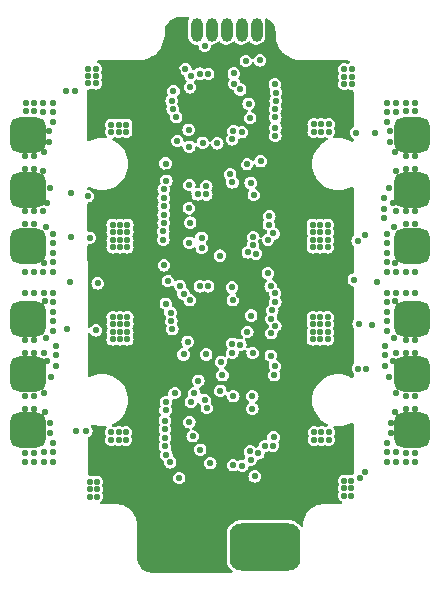
<source format=gbr>
%TF.GenerationSoftware,KiCad,Pcbnew,7.0.2*%
%TF.CreationDate,2023-05-24T20:20:14+03:00*%
%TF.ProjectId,Slimmeri_GD32,536c696d-6d65-4726-995f-474433322e6b,rev?*%
%TF.SameCoordinates,Original*%
%TF.FileFunction,Copper,L5,Inr*%
%TF.FilePolarity,Positive*%
%FSLAX46Y46*%
G04 Gerber Fmt 4.6, Leading zero omitted, Abs format (unit mm)*
G04 Created by KiCad (PCBNEW 7.0.2) date 2023-05-24 20:20:14*
%MOMM*%
%LPD*%
G01*
G04 APERTURE LIST*
G04 Aperture macros list*
%AMRoundRect*
0 Rectangle with rounded corners*
0 $1 Rounding radius*
0 $2 $3 $4 $5 $6 $7 $8 $9 X,Y pos of 4 corners*
0 Add a 4 corners polygon primitive as box body*
4,1,4,$2,$3,$4,$5,$6,$7,$8,$9,$2,$3,0*
0 Add four circle primitives for the rounded corners*
1,1,$1+$1,$2,$3*
1,1,$1+$1,$4,$5*
1,1,$1+$1,$6,$7*
1,1,$1+$1,$8,$9*
0 Add four rect primitives between the rounded corners*
20,1,$1+$1,$2,$3,$4,$5,0*
20,1,$1+$1,$4,$5,$6,$7,0*
20,1,$1+$1,$6,$7,$8,$9,0*
20,1,$1+$1,$8,$9,$2,$3,0*%
G04 Aperture macros list end*
%TA.AperFunction,ComponentPad*%
%ADD10O,1.000000X2.000000*%
%TD*%
%TA.AperFunction,ComponentPad*%
%ADD11C,1.000000*%
%TD*%
%TA.AperFunction,ComponentPad*%
%ADD12RoundRect,0.750000X-0.750000X0.750000X-0.750000X-0.750000X0.750000X-0.750000X0.750000X0.750000X0*%
%TD*%
%TA.AperFunction,ComponentPad*%
%ADD13RoundRect,0.750000X0.750000X-0.750000X0.750000X0.750000X-0.750000X0.750000X-0.750000X-0.750000X0*%
%TD*%
%TA.AperFunction,ComponentPad*%
%ADD14RoundRect,1.000000X-2.000000X-1.000000X2.000000X-1.000000X2.000000X1.000000X-2.000000X1.000000X0*%
%TD*%
%TA.AperFunction,ViaPad*%
%ADD15C,0.550000*%
%TD*%
G04 APERTURE END LIST*
D10*
%TO.N,/M4*%
%TO.C,J13*%
X138590000Y-53637500D03*
%TO.N,/M3*%
X137320000Y-53637500D03*
%TO.N,/M2*%
X136050000Y-53637500D03*
%TO.N,/M1*%
X134780000Y-53637500D03*
%TO.N,/VBAT*%
X133510000Y-53637500D03*
%TO.N,GND*%
X132240000Y-53637500D03*
%TD*%
D11*
%TO.N,/Motor3/MotorOutA*%
%TO.C,J7*%
X151000000Y-72650000D03*
X152500000Y-72650000D03*
D12*
X151750000Y-71900000D03*
D11*
X151000000Y-71150000D03*
X152500000Y-71150000D03*
%TD*%
%TO.N,/Motor2/MotorOutA*%
%TO.C,J4*%
X118500000Y-63250000D03*
X120000000Y-63250000D03*
D12*
X119250000Y-62500000D03*
D11*
X118500000Y-61750000D03*
X120000000Y-61750000D03*
%TD*%
%TO.N,/Motor3/MotorOutB*%
%TO.C,J8*%
X151000000Y-67950000D03*
X152500000Y-67950000D03*
D12*
X151750000Y-67200000D03*
D11*
X151000000Y-66450000D03*
X152500000Y-66450000D03*
%TD*%
%TO.N,/Motor4/MotorOutC*%
%TO.C,J12*%
X152500000Y-77350000D03*
X151000000Y-77350000D03*
D13*
X151750000Y-78100000D03*
D11*
X152500000Y-78850000D03*
X151000000Y-78850000D03*
%TD*%
D14*
%TO.N,/VBAT*%
%TO.C,TP14*%
X139300000Y-97400000D03*
%TD*%
D11*
%TO.N,/Motor2/MotorOutB*%
%TO.C,J5*%
X118500000Y-67950000D03*
X120000000Y-67950000D03*
D12*
X119250000Y-67200000D03*
D11*
X118500000Y-66450000D03*
X120000000Y-66450000D03*
%TD*%
%TO.N,/Motor3/MotorOutC*%
%TO.C,J9*%
X151000000Y-63250000D03*
X152500000Y-63250000D03*
D12*
X151750000Y-62500000D03*
D11*
X151000000Y-61750000D03*
X152500000Y-61750000D03*
%TD*%
%TO.N,/Motor4/MotorOutB*%
%TO.C,J11*%
X152500000Y-82050000D03*
X151000000Y-82050000D03*
D13*
X151750000Y-82800000D03*
D11*
X152500000Y-83550000D03*
X151000000Y-83550000D03*
%TD*%
D14*
%TO.N,GND*%
%TO.C,TP13*%
X131700000Y-97400000D03*
%TD*%
D11*
%TO.N,/Motor1/MotorOutA*%
%TO.C,J1*%
X120000000Y-77350000D03*
X118500000Y-77350000D03*
D13*
X119250000Y-78100000D03*
D11*
X120000000Y-78850000D03*
X118500000Y-78850000D03*
%TD*%
%TO.N,/Motor4/MotorOutA*%
%TO.C,J10*%
X152500000Y-86750000D03*
X151000000Y-86750000D03*
D13*
X151750000Y-87500000D03*
D11*
X152500000Y-88250000D03*
X151000000Y-88250000D03*
%TD*%
%TO.N,/Motor1/MotorOutB*%
%TO.C,J2*%
X120000000Y-82050000D03*
X118500000Y-82050000D03*
D13*
X119250000Y-82800000D03*
D11*
X120000000Y-83550000D03*
X118500000Y-83550000D03*
%TD*%
%TO.N,/Motor2/MotorOutC*%
%TO.C,J6*%
X118500000Y-72650000D03*
X120000000Y-72650000D03*
D12*
X119250000Y-71900000D03*
D11*
X118500000Y-71150000D03*
X120000000Y-71150000D03*
%TD*%
%TO.N,/Motor1/MotorOutC*%
%TO.C,J3*%
X120000000Y-86750000D03*
X118500000Y-86750000D03*
D13*
X119250000Y-87500000D03*
D11*
X120000000Y-88250000D03*
X118500000Y-88250000D03*
%TD*%
D15*
%TO.N,GND*%
X138000000Y-83150000D03*
X135100000Y-55600000D03*
%TO.N,/M2*%
X136659239Y-57327718D03*
%TO.N,/M3*%
X134200000Y-54975000D03*
%TO.N,GND*%
X136250000Y-64800000D03*
X130900000Y-72700000D03*
X140600000Y-56100000D03*
X139950000Y-55450000D03*
X131050000Y-55400000D03*
X134650000Y-72749500D03*
%TO.N,/Motor4/BEMF_COMMON*%
X136580632Y-76525500D03*
%TO.N,GND*%
X146475000Y-87675000D03*
%TO.N,/5V*%
X134668246Y-90325500D03*
%TO.N,/3.3V*%
X138725000Y-89500000D03*
%TO.N,GND*%
X132250000Y-82250000D03*
X140225000Y-57475000D03*
%TO.N,/Motor3/MotorOutB*%
X138925000Y-64750000D03*
%TO.N,GND*%
X131910150Y-57231529D03*
X139875000Y-65025000D03*
X140200000Y-73850000D03*
X140000000Y-90325000D03*
X135150000Y-60350000D03*
X135125000Y-61250000D03*
X134225000Y-59525000D03*
X134225000Y-61250000D03*
X135150000Y-59525000D03*
X134225000Y-60350000D03*
X136650000Y-69350000D03*
X136625000Y-70250000D03*
X135725000Y-68525000D03*
X135725000Y-70250000D03*
X136650000Y-68525000D03*
X135725000Y-69350000D03*
X136175000Y-86575000D03*
X137100000Y-87400000D03*
X136175000Y-87400000D03*
X137100000Y-86575000D03*
X137075000Y-88300000D03*
X136175000Y-88300000D03*
X134625000Y-79075500D03*
X133850000Y-78350000D03*
X135525000Y-78325000D03*
X134625000Y-78325000D03*
X137101760Y-76058885D03*
X135525000Y-77425000D03*
X134625000Y-77400000D03*
X133850000Y-77400000D03*
X130674500Y-78075000D03*
X130850000Y-75875000D03*
X131277911Y-83788804D03*
X130755746Y-83244254D03*
X132814926Y-82427719D03*
%TO.N,/3.3V*%
X131642300Y-84385900D03*
%TO.N,/5V*%
X133646479Y-83347485D03*
%TO.N,/VBAT*%
X135700000Y-82875000D03*
%TO.N,GND*%
X138646800Y-82853200D03*
X140149003Y-80413160D03*
%TO.N,/3.3V*%
X139824957Y-78109154D03*
X130900000Y-76825000D03*
%TO.N,/5V*%
X136499500Y-75450000D03*
%TO.N,/3.3V*%
X139550000Y-71400000D03*
%TO.N,GND*%
X139975000Y-72125000D03*
X131000000Y-65700000D03*
%TO.N,/3.3V*%
X130950000Y-66400000D03*
%TO.N,GND*%
X137150000Y-64700000D03*
X138916052Y-63215676D03*
%TO.N,/3.3V*%
X131550000Y-58817500D03*
%TO.N,/5V*%
X136696364Y-58196390D03*
%TO.N,/3.3V*%
X137774324Y-65015468D03*
%TO.N,/VBAT*%
X130874500Y-64955900D03*
X143450000Y-88325000D03*
X144075000Y-88325000D03*
X144700000Y-88325000D03*
X144700000Y-87725000D03*
X143450000Y-87725000D03*
X144075000Y-87725000D03*
%TO.N,GND*%
X144700000Y-90325000D03*
X144075000Y-90325000D03*
X143450000Y-90325000D03*
X143450000Y-90925000D03*
X144700000Y-90925000D03*
X144075000Y-90925000D03*
X144000000Y-93075000D03*
X144000000Y-92450000D03*
X144000000Y-91825000D03*
X143400000Y-91825000D03*
X143400000Y-93075000D03*
X143400000Y-92450000D03*
%TO.N,/VBAT*%
X146600000Y-93075000D03*
X146600000Y-92450000D03*
X146600000Y-91825000D03*
X146000000Y-91825000D03*
X146000000Y-93075000D03*
X146000000Y-92450000D03*
X143350000Y-78550000D03*
X143975000Y-78550000D03*
X144600000Y-78550000D03*
X144600000Y-77950000D03*
X143350000Y-77950000D03*
X143975000Y-77950000D03*
X143350000Y-79850000D03*
X143975000Y-79850000D03*
X144600000Y-79850000D03*
X144600000Y-79250000D03*
X143350000Y-79250000D03*
X143975000Y-79250000D03*
%TO.N,GND*%
X143350000Y-82450000D03*
X143975000Y-82450000D03*
X144600000Y-82450000D03*
X144600000Y-81850000D03*
X143350000Y-81850000D03*
X143975000Y-81850000D03*
X143350000Y-75950000D03*
X143975000Y-75950000D03*
X144600000Y-75950000D03*
X144600000Y-75350000D03*
X143350000Y-75350000D03*
X143975000Y-75350000D03*
X143975000Y-74050000D03*
X143350000Y-74650000D03*
X144600000Y-74050000D03*
X143975000Y-74650000D03*
X143350000Y-74050000D03*
X144600000Y-74650000D03*
%TO.N,/VBAT*%
X143975000Y-71450000D03*
X144600000Y-72050000D03*
X143350000Y-72050000D03*
X144600000Y-71450000D03*
X143975000Y-72050000D03*
X143350000Y-71450000D03*
X143975000Y-70150000D03*
X144600000Y-70750000D03*
X143350000Y-70750000D03*
X144600000Y-70150000D03*
X143975000Y-70750000D03*
X143350000Y-70150000D03*
%TO.N,GND*%
X143975000Y-67550000D03*
X144600000Y-68150000D03*
X143350000Y-68150000D03*
X144600000Y-67550000D03*
X143975000Y-68150000D03*
X143350000Y-67550000D03*
%TO.N,/VBAT*%
X146025000Y-57600000D03*
X146025000Y-58225000D03*
X146625000Y-57600000D03*
X146625000Y-56975000D03*
X146025000Y-56975000D03*
X146625000Y-58225000D03*
%TO.N,GND*%
X143425000Y-57600000D03*
X143425000Y-58225000D03*
X144025000Y-57600000D03*
X144025000Y-56975000D03*
X143425000Y-56975000D03*
X144025000Y-58225000D03*
X144050000Y-59050000D03*
X143425000Y-59050000D03*
X144050000Y-59650000D03*
X144675000Y-59650000D03*
X144675000Y-59050000D03*
X143425000Y-59650000D03*
%TO.N,/VBAT*%
X144050000Y-61650000D03*
X143425000Y-61650000D03*
X144050000Y-62250000D03*
X144675000Y-62250000D03*
X144675000Y-61650000D03*
X143425000Y-62250000D03*
X126925000Y-61675000D03*
X126300000Y-61675000D03*
X126925000Y-62275000D03*
X127550000Y-62275000D03*
X127550000Y-61675000D03*
X126300000Y-62275000D03*
%TO.N,GND*%
X126925000Y-59075000D03*
X126925000Y-59675000D03*
X127550000Y-59075000D03*
X127550000Y-59675000D03*
X126300000Y-59675000D03*
X126300000Y-59075000D03*
%TO.N,/VBAT*%
X124950000Y-57550000D03*
X124350000Y-57550000D03*
X124950000Y-58175000D03*
X124350000Y-58175000D03*
X124350000Y-56925000D03*
X124950000Y-56925000D03*
%TO.N,GND*%
X126950000Y-57550000D03*
X127550000Y-57550000D03*
X126950000Y-56925000D03*
X127550000Y-56925000D03*
X127550000Y-58175000D03*
X126950000Y-58175000D03*
X127025000Y-67550000D03*
X127025000Y-68150500D03*
X126400000Y-68150000D03*
X127650000Y-67550000D03*
X126400000Y-67550000D03*
X127650000Y-68150000D03*
%TO.N,/VBAT*%
X127025000Y-70150000D03*
X127025000Y-70750000D03*
X126400000Y-70750000D03*
X127650000Y-70150000D03*
X126400000Y-70150000D03*
X127650000Y-70750000D03*
X127025000Y-71450000D03*
X127025000Y-72050000D03*
X126400000Y-72050000D03*
X127650000Y-71450000D03*
X126400000Y-71450000D03*
X127650000Y-72050000D03*
%TO.N,GND*%
X127025000Y-74050000D03*
X127050000Y-74650000D03*
X126400000Y-74650000D03*
X127650000Y-74050000D03*
X126400000Y-74050000D03*
X127650000Y-74650000D03*
X127025000Y-75350000D03*
X127025000Y-75950000D03*
X126400000Y-75950000D03*
X127650000Y-75350000D03*
X126400000Y-75350000D03*
X127650000Y-75950000D03*
%TO.N,/VBAT*%
X127025000Y-77950000D03*
X127025000Y-78550000D03*
X126400000Y-78550000D03*
X127650000Y-77950000D03*
X126400000Y-77950000D03*
X127650000Y-78550000D03*
X127025000Y-79250000D03*
X127025000Y-79850000D03*
X126400000Y-79850000D03*
X127650000Y-79250000D03*
X126400000Y-79250000D03*
X127650000Y-79850000D03*
%TO.N,GND*%
X127025000Y-81850000D03*
X127025000Y-82450000D03*
X126400000Y-82450000D03*
X127650000Y-81850000D03*
X126400000Y-81850000D03*
X127650000Y-82450000D03*
X127075000Y-92550000D03*
X127675000Y-92525000D03*
X127075000Y-91900000D03*
X127675000Y-91900000D03*
X127675000Y-93150000D03*
X127075000Y-93150000D03*
X126900000Y-90325000D03*
X126900000Y-90925000D03*
X127525000Y-90325000D03*
X127525000Y-90925000D03*
X126275000Y-90925000D03*
X126275000Y-90325000D03*
%TO.N,/VBAT*%
X126900000Y-87725000D03*
X126900000Y-88325000D03*
X127525000Y-87725000D03*
X127525000Y-88325000D03*
X126275000Y-88325000D03*
X126275000Y-87725000D03*
X125075000Y-92525000D03*
X124475000Y-92525000D03*
X124475000Y-93150000D03*
X125075000Y-93150000D03*
X125075000Y-91900000D03*
X124475000Y-91900000D03*
%TO.N,/Motor1/MotorOutC*%
X121075000Y-87800000D03*
X121375000Y-89400000D03*
X120575000Y-90200000D03*
X120575000Y-89400000D03*
%TO.N,/Motor1/MotorOutA*%
X121375000Y-75900000D03*
X119000000Y-79900000D03*
X120775000Y-79700000D03*
%TO.N,/Motor1/MotorOutC*%
X119000000Y-85700000D03*
X121375000Y-90200000D03*
X119775000Y-89500000D03*
X119775000Y-85700000D03*
%TO.N,/Motor1/MotorOutA*%
X120575000Y-75900000D03*
%TO.N,/Motor1/MotorOutB*%
X121575000Y-80400000D03*
X120575000Y-84400000D03*
%TO.N,/Motor1/MotorOutA*%
X121375000Y-78300000D03*
%TO.N,/Motor1/MotorOutC*%
X119000000Y-90200000D03*
X119775000Y-90200000D03*
X119000000Y-89500000D03*
%TO.N,/Motor1/MotorOutB*%
X119775000Y-81000000D03*
%TO.N,/Motor1/MotorOutA*%
X119000000Y-75900000D03*
%TO.N,/Motor1/MotorOutC*%
X120675000Y-86000000D03*
%TO.N,/Motor1/MotorOutB*%
X121175000Y-83000000D03*
X119000000Y-81000000D03*
X121575000Y-81200000D03*
%TO.N,/Motor1/MotorOutA*%
X121375000Y-79100000D03*
%TO.N,/Motor1/MotorOutB*%
X119000000Y-84600000D03*
%TO.N,/Motor1/MotorOutA*%
X121375000Y-77500000D03*
X120675000Y-76600000D03*
%TO.N,/Motor1/MotorOutC*%
X121375000Y-88600000D03*
%TO.N,/Motor1/MotorOutB*%
X119775000Y-84600000D03*
%TO.N,/Motor1/MotorOutC*%
X121075000Y-86900000D03*
%TO.N,/Motor1/MotorOutB*%
X120875000Y-81700000D03*
%TO.N,/Motor1/MotorOutA*%
X119775000Y-79900000D03*
%TO.N,/Motor1/MotorOutB*%
X120575000Y-81000000D03*
%TO.N,/Motor1/MotorOutA*%
X119775000Y-75900000D03*
X121375000Y-76700000D03*
%TO.N,/Motor1/MotorOutB*%
X121575000Y-82100000D03*
%TO.N,/Motor4/MotorOutC*%
X149625000Y-79100000D03*
X149625000Y-78300000D03*
X151225000Y-75900000D03*
X151225000Y-79900000D03*
%TO.N,/Motor4/MotorOutA*%
X149625000Y-88600000D03*
X152000000Y-90200000D03*
X149925000Y-86900000D03*
X150325000Y-86000000D03*
X152000000Y-89500000D03*
X151225000Y-90200000D03*
%TO.N,/Motor4/MotorOutB*%
X150425000Y-81000000D03*
X152000000Y-84600000D03*
X149425000Y-81200000D03*
X149425000Y-80400000D03*
X150425000Y-84400000D03*
X150125000Y-81700000D03*
X149825000Y-83000000D03*
X151225000Y-84600000D03*
X151225000Y-81000000D03*
X149425000Y-82100000D03*
%TO.N,/Motor4/MotorOutC*%
X152000000Y-75900000D03*
X149625000Y-76700000D03*
%TO.N,/Motor4/MotorOutB*%
X152000000Y-81000000D03*
%TO.N,/Motor4/MotorOutC*%
X149625000Y-77500000D03*
X150325000Y-76600000D03*
X150425000Y-75900000D03*
X149625000Y-75900000D03*
X152000000Y-79900000D03*
X150225000Y-79700000D03*
%TO.N,/Motor4/MotorOutA*%
X149925000Y-87800000D03*
X149625000Y-89400000D03*
X150425000Y-90200000D03*
X150425000Y-89400000D03*
X152000000Y-85700000D03*
X149625000Y-90200000D03*
X151225000Y-89500000D03*
X151225000Y-85700000D03*
%TO.N,/Motor3/MotorOutA*%
X140125500Y-58253609D03*
%TO.N,Net-(Q18-G)*%
X147025000Y-62339500D03*
%TO.N,Net-(Q17-G)*%
X148650000Y-62400000D03*
%TO.N,Net-(Q16-G)*%
X147725000Y-71000000D03*
%TO.N,Net-(Q15-G)*%
X147150000Y-71485500D03*
%TO.N,Net-(Q14-G)*%
X146825000Y-74800000D03*
%TO.N,Net-(Q13-G)*%
X148800000Y-74950000D03*
%TO.N,/M2*%
X132875500Y-63525000D03*
%TO.N,/M3*%
X134193294Y-84975145D03*
%TO.N,/M1*%
X136525000Y-81000000D03*
%TO.N,/M4*%
X134325500Y-66875997D03*
%TO.N,/Motor2/MotorOutB*%
X136349500Y-65880637D03*
%TO.N,/Motor3/MotorOutB*%
X135256007Y-63243993D03*
%TO.N,/Motor3/CHIGH*%
X131399500Y-59640514D03*
%TO.N,/Motor3/AHIGH*%
X131781605Y-61030163D03*
%TO.N,/Motor3/BHIGH*%
X131471997Y-60340016D03*
%TO.N,/Motor3/ALOW*%
X132950000Y-58500000D03*
%TO.N,/Motor3/BLOW*%
X133000000Y-57550000D03*
%TO.N,/Motor3/CLOW*%
X133785897Y-57349502D03*
%TO.N,/Motor3/MotorOutB*%
X138875000Y-56225000D03*
%TO.N,/Motor3/MotorOutC*%
X132550498Y-56950000D03*
%TO.N,/Motor3/V_SENSE*%
X134484800Y-57378449D03*
%TO.N,Net-(Q13-G)*%
X140175000Y-62625000D03*
%TO.N,Net-(Q14-G)*%
X140175000Y-61925000D03*
%TO.N,Net-(Q15-G)*%
X140175000Y-61050000D03*
%TO.N,Net-(Q16-G)*%
X140175000Y-60350000D03*
%TO.N,Net-(Q17-G)*%
X140200008Y-59650945D03*
%TO.N,Net-(Q18-G)*%
X140225044Y-58951891D03*
%TO.N,/Motor3/MotorOutA*%
X131875000Y-63050000D03*
%TO.N,/Motor3/MotorOutC*%
X136626347Y-62215578D03*
%TO.N,/Motor3/BEMF_COMMON*%
X137675000Y-56275000D03*
X137192765Y-58689228D03*
%TO.N,/Motor3/GHC*%
X137907289Y-59899500D03*
%TO.N,/Motor3/GHB*%
X138038139Y-61097109D03*
%TO.N,/Motor3/GHA*%
X137334156Y-62302754D03*
X132825500Y-62099500D03*
%TO.N,/Motor3/GHB*%
X134031743Y-63206243D03*
%TO.N,/Motor3/GHC*%
X136526521Y-62907921D03*
%TO.N,/Motor2/MotorOutC*%
X133588984Y-67572300D03*
%TO.N,/Motor2/MotorOutA*%
X138075000Y-66599500D03*
%TO.N,Net-(Q7-G)*%
X122450000Y-58775000D03*
%TO.N,Net-(Q8-G)*%
X123225000Y-58775000D03*
%TO.N,Net-(Q9-G)*%
X122875000Y-67475000D03*
%TO.N,Net-(Q10-G)*%
X124300000Y-67725000D03*
%TO.N,Net-(Q11-G)*%
X122875000Y-71150000D03*
%TO.N,Net-(Q12-G)*%
X124450000Y-71250000D03*
%TO.N,/Motor2/MotorOutC*%
X121325000Y-70900000D03*
X121325000Y-71700000D03*
X119725000Y-74100000D03*
X119725000Y-70100000D03*
%TO.N,/Motor2/MotorOutA*%
X121325000Y-61400000D03*
X119050000Y-59800000D03*
X121025000Y-63100000D03*
X120625000Y-64000000D03*
X119050000Y-60500000D03*
X119725000Y-59800000D03*
%TO.N,/Motor2/MotorOutB*%
X120525000Y-69000000D03*
X119000000Y-65400000D03*
X120525000Y-65600000D03*
X120825000Y-68300000D03*
X121125000Y-67000000D03*
X119725000Y-65400000D03*
X119725000Y-69000000D03*
%TO.N,/Motor2/MotorOutC*%
X119000000Y-74100000D03*
X121325000Y-73300000D03*
%TO.N,/Motor2/MotorOutB*%
X119000000Y-69000000D03*
%TO.N,/Motor2/MotorOutC*%
X121325000Y-72500000D03*
X120625000Y-73400000D03*
X120525000Y-74100000D03*
X121325000Y-74100000D03*
X119000000Y-70100000D03*
X120725000Y-70300000D03*
%TO.N,/Motor2/MotorOutA*%
X121025000Y-62200000D03*
X121325000Y-60600000D03*
X120525000Y-59800000D03*
X120525000Y-60600000D03*
X119000000Y-64300000D03*
X121325000Y-59800000D03*
X119725000Y-60500000D03*
X119725000Y-64300000D03*
%TO.N,GND*%
X136300000Y-72650000D03*
%TO.N,/Motor2/V_SENSE*%
X138532041Y-72578173D03*
%TO.N,GND*%
X133304851Y-72751549D03*
%TO.N,/Motor2/MotorOutC*%
X135484016Y-72749500D03*
%TO.N,/Motor2/MotorOutA*%
X130692344Y-71405860D03*
%TO.N,/Motor2/MotorOutB*%
X130750000Y-73575000D03*
%TO.N,/Motor2/BEMF_COMMON*%
X131075000Y-74900000D03*
%TO.N,/Motor2/BEMFA_1*%
X132900000Y-71650000D03*
%TO.N,/Motor2/BEMFB_1*%
X133925000Y-71225000D03*
%TO.N,/Motor2/BEMFC_1*%
X133941124Y-72115277D03*
%TO.N,GND*%
X124500000Y-62325000D03*
X125200000Y-62325000D03*
X145750000Y-87675000D03*
%TO.N,/Motor1/BEMF_COMMON*%
X130950000Y-89625000D03*
X133808012Y-89177717D03*
%TO.N,/Motor1/V_SENSE*%
X136600000Y-90500000D03*
%TO.N,/Motor1/CLOW*%
X137378231Y-90557769D03*
%TO.N,/Motor1/BLOW*%
X138091149Y-90034942D03*
%TO.N,/Motor1/MotorOutA*%
X131262827Y-90250654D03*
X138225000Y-84650000D03*
%TO.N,/Motor1/ALOW*%
X138037500Y-89337500D03*
%TO.N,/Motor1/MotorOutB*%
X135509082Y-84208375D03*
X132029559Y-91582185D03*
%TO.N,/Motor1/MotorOutC*%
X133325000Y-84400000D03*
X138424502Y-91450000D03*
%TO.N,/Motor1/CHIGH*%
X139273200Y-88891800D03*
%TO.N,/Motor1/BHIGH*%
X139971022Y-88843331D03*
%TO.N,/Motor1/AHIGH*%
X140019655Y-88145521D03*
%TO.N,/Motor3/MotorOutC*%
X152000000Y-59800000D03*
X149900000Y-63100000D03*
X149600000Y-61400000D03*
X151200000Y-59800000D03*
X152000000Y-60500000D03*
X150300000Y-64000000D03*
X149900000Y-62200000D03*
X151200000Y-64300000D03*
X149600000Y-59800000D03*
X150400000Y-59800000D03*
X149600000Y-60600000D03*
X152000000Y-64300000D03*
X151200000Y-60500000D03*
X150400000Y-60600000D03*
%TO.N,/Motor3/MotorOutB*%
X151200000Y-69000000D03*
X151200000Y-65400000D03*
X149400000Y-68800000D03*
X149800000Y-67000000D03*
X150100000Y-68300000D03*
X150400000Y-65600000D03*
X149400000Y-69600000D03*
X152000000Y-65400000D03*
X150400000Y-69000000D03*
X149400000Y-67900000D03*
X152000000Y-69000000D03*
%TO.N,/Motor3/MotorOutA*%
X150200000Y-70300000D03*
X149600000Y-72500000D03*
X150300000Y-73400000D03*
X150400000Y-74100000D03*
X152000000Y-70100000D03*
X149600000Y-73300000D03*
X152000000Y-74100000D03*
X149600000Y-74100000D03*
X149600000Y-71700000D03*
X151200000Y-74100000D03*
X151200000Y-70100000D03*
X149600000Y-70900000D03*
%TO.N,Net-(Q1-G)*%
X130875000Y-85850000D03*
X125125000Y-75100000D03*
%TO.N,Net-(Q2-G)*%
X130900000Y-85150000D03*
X122775000Y-75025000D03*
%TO.N,Net-(Q3-G)*%
X130825000Y-86725000D03*
X122575000Y-78950000D03*
%TO.N,Net-(Q4-G)*%
X124987500Y-79085500D03*
X130825000Y-87425000D03*
%TO.N,Net-(Q5-G)*%
X130850000Y-88200000D03*
X123325000Y-87600000D03*
%TO.N,Net-(Q6-G)*%
X130824621Y-88899042D03*
X124175000Y-87600000D03*
%TO.N,/Motor4/MotorOutA*%
X132400000Y-81125000D03*
X139775000Y-75350000D03*
%TO.N,/Motor4/MotorOutB*%
X139541810Y-74243011D03*
X135575000Y-81750000D03*
%TO.N,/Motor4/MotorOutC*%
X132103518Y-75316245D03*
X140078200Y-82871800D03*
X137214500Y-80314904D03*
%TO.N,Net-(Q7-G)*%
X130725000Y-67150000D03*
%TO.N,/Motor1/GHA*%
X133025000Y-85150000D03*
X138225000Y-85725500D03*
%TO.N,/Motor1/GHB*%
X136609773Y-84654279D03*
X132900500Y-86850834D03*
%TO.N,/Motor1/GHC*%
X134375500Y-85650500D03*
X133173063Y-88037998D03*
%TO.N,Net-(Q8-G)*%
X130725000Y-67875497D03*
%TO.N,Net-(Q9-G)*%
X130725000Y-68575000D03*
%TO.N,Net-(Q10-G)*%
X130725000Y-69274503D03*
%TO.N,Net-(Q11-G)*%
X130725000Y-69975000D03*
%TO.N,Net-(Q12-G)*%
X130700000Y-70700000D03*
%TO.N,Net-(Q19-G)*%
X140149500Y-82100000D03*
X147372650Y-91609407D03*
%TO.N,Net-(Q20-G)*%
X139788364Y-81216590D03*
X147776464Y-91038235D03*
%TO.N,Net-(Q21-G)*%
X139825000Y-79325000D03*
X147875500Y-82314500D03*
%TO.N,Net-(Q22-G)*%
X140173803Y-78715462D03*
X147175997Y-82314500D03*
%TO.N,Net-(Q23-G)*%
X148350000Y-78650000D03*
X139927481Y-77386292D03*
%TO.N,Net-(Q24-G)*%
X147225000Y-78514500D03*
X140170509Y-76679491D03*
%TO.N,/Motor2/GHA*%
X132897485Y-66778521D03*
X138350000Y-67625500D03*
%TO.N,/Motor2/GHB*%
X136544030Y-66552546D03*
X132853200Y-68728200D03*
%TO.N,/Motor2/GHC*%
X134325500Y-67575500D03*
X132964843Y-69979685D03*
%TO.N,/Motor4/GHA*%
X132750500Y-80049500D03*
X138250000Y-81000500D03*
%TO.N,/Motor4/GHB*%
X137795903Y-79215000D03*
X134321584Y-81123649D03*
%TO.N,/Motor4/GHC*%
X138124503Y-77825498D03*
X136524500Y-80200000D03*
%TO.N,/Motor4/BEMF_COMMON*%
X140151684Y-75939418D03*
%TO.N,/Motor2/CLOW*%
X137840266Y-72474500D03*
%TO.N,/Motor2/BLOW*%
X138266760Y-71873212D03*
%TO.N,/Motor2/ALOW*%
X138300000Y-71174500D03*
%TO.N,/Motor2/CHIGH*%
X140017942Y-70880064D03*
%TO.N,/Motor2/BHIGH*%
X139624500Y-70125500D03*
%TO.N,/Motor2/AHIGH*%
X139673707Y-69427730D03*
%TO.N,/Motor4/V_SENSE*%
X134486987Y-75347840D03*
%TO.N,/Motor4/CLOW*%
X133787486Y-75349500D03*
%TO.N,/Motor4/BLOW*%
X132399500Y-75982048D03*
%TO.N,/Motor4/ALOW*%
X132934450Y-76525500D03*
%TO.N,/Motor4/CHIGH*%
X131299403Y-77584170D03*
%TO.N,/Motor4/BHIGH*%
X131366161Y-78280480D03*
%TO.N,/Motor4/AHIGH*%
X131449503Y-78975000D03*
%TD*%
%TA.AperFunction,Conductor*%
%TO.N,GND*%
G36*
X132830976Y-52570185D02*
G01*
X132876731Y-52622989D01*
X132886675Y-52692147D01*
X132874748Y-52730150D01*
X132799959Y-52879068D01*
X132759499Y-53049777D01*
X132759500Y-53637222D01*
X132759500Y-54181209D01*
X132759916Y-54184775D01*
X132759918Y-54184795D01*
X132774758Y-54311753D01*
X132834762Y-54476616D01*
X132931170Y-54623196D01*
X133058780Y-54743591D01*
X133058782Y-54743592D01*
X133210719Y-54831312D01*
X133378790Y-54881630D01*
X133553935Y-54891831D01*
X133553937Y-54891830D01*
X133557480Y-54892037D01*
X133623261Y-54915586D01*
X133665869Y-54970961D01*
X133673209Y-54999641D01*
X133688025Y-55112180D01*
X133740977Y-55240020D01*
X133825208Y-55349791D01*
X133926661Y-55427639D01*
X133934982Y-55434024D01*
X134062817Y-55486974D01*
X134200000Y-55505035D01*
X134337183Y-55486974D01*
X134465018Y-55434024D01*
X134574791Y-55349791D01*
X134659024Y-55240018D01*
X134711974Y-55112183D01*
X134727145Y-54996945D01*
X134755411Y-54933050D01*
X134813736Y-54894579D01*
X134828538Y-54891019D01*
X134996711Y-54861365D01*
X135157804Y-54791877D01*
X135298530Y-54687110D01*
X135320264Y-54661208D01*
X135378431Y-54622508D01*
X135448291Y-54621398D01*
X135500342Y-54650719D01*
X135598782Y-54743592D01*
X135750719Y-54831312D01*
X135918790Y-54881630D01*
X136085250Y-54891325D01*
X136093934Y-54891831D01*
X136093934Y-54891830D01*
X136093935Y-54891831D01*
X136266711Y-54861365D01*
X136427804Y-54791877D01*
X136568530Y-54687110D01*
X136590264Y-54661208D01*
X136648431Y-54622508D01*
X136718291Y-54621398D01*
X136770342Y-54650719D01*
X136868782Y-54743592D01*
X137020719Y-54831312D01*
X137188790Y-54881630D01*
X137355250Y-54891325D01*
X137363934Y-54891831D01*
X137363934Y-54891830D01*
X137363935Y-54891831D01*
X137536711Y-54861365D01*
X137697804Y-54791877D01*
X137838530Y-54687110D01*
X137860264Y-54661208D01*
X137918431Y-54622508D01*
X137988291Y-54621398D01*
X138040342Y-54650719D01*
X138138782Y-54743592D01*
X138290719Y-54831312D01*
X138458790Y-54881630D01*
X138625250Y-54891325D01*
X138633934Y-54891831D01*
X138633934Y-54891830D01*
X138633935Y-54891831D01*
X138806711Y-54861365D01*
X138967804Y-54791877D01*
X139108530Y-54687110D01*
X139221302Y-54552714D01*
X139300040Y-54395933D01*
X139340500Y-54225221D01*
X139340500Y-53093791D01*
X139338742Y-53078753D01*
X139325241Y-52963246D01*
X139294603Y-52879068D01*
X139276192Y-52828482D01*
X139271761Y-52758753D01*
X139305731Y-52697698D01*
X139367318Y-52664700D01*
X139436968Y-52670238D01*
X139440140Y-52671500D01*
X139464560Y-52681615D01*
X139480948Y-52688404D01*
X139498283Y-52697237D01*
X139655504Y-52793582D01*
X139671246Y-52805019D01*
X139811464Y-52924777D01*
X139825222Y-52938535D01*
X139944980Y-53078753D01*
X139956417Y-53094495D01*
X140052762Y-53251716D01*
X140061596Y-53269053D01*
X140132163Y-53439415D01*
X140138176Y-53457921D01*
X140181222Y-53637222D01*
X140184266Y-53656440D01*
X140199118Y-53845145D01*
X140199500Y-53854873D01*
X140199500Y-53960117D01*
X140199500Y-53960118D01*
X140199500Y-54000000D01*
X140199500Y-54133106D01*
X140199950Y-54136813D01*
X140199951Y-54136827D01*
X140231136Y-54393659D01*
X140231138Y-54393669D01*
X140231588Y-54397376D01*
X140232481Y-54401001D01*
X140232483Y-54401009D01*
X140269876Y-54552716D01*
X140295297Y-54655852D01*
X140389697Y-54904764D01*
X140391434Y-54908073D01*
X140391436Y-54908078D01*
X140511668Y-55137163D01*
X140511672Y-55137169D01*
X140513411Y-55140483D01*
X140515536Y-55143562D01*
X140515540Y-55143568D01*
X140582117Y-55240020D01*
X140664637Y-55359570D01*
X140667128Y-55362381D01*
X140667129Y-55362383D01*
X140777507Y-55486974D01*
X140841168Y-55558832D01*
X141040430Y-55735363D01*
X141043518Y-55737495D01*
X141043520Y-55737496D01*
X141206807Y-55850206D01*
X141259517Y-55886589D01*
X141495236Y-56010303D01*
X141744148Y-56104703D01*
X142002624Y-56168412D01*
X142266894Y-56200500D01*
X142377410Y-56200500D01*
X145990023Y-56200500D01*
X146023284Y-56210266D01*
X146040871Y-56201981D01*
X146059977Y-56200500D01*
X146110118Y-56200500D01*
X146143908Y-56200500D01*
X146156061Y-56201097D01*
X146165037Y-56201981D01*
X146293824Y-56214665D01*
X146317652Y-56219404D01*
X146423762Y-56251592D01*
X146482198Y-56289889D01*
X146510654Y-56353701D01*
X146500094Y-56422768D01*
X146453870Y-56475162D01*
X146435216Y-56484814D01*
X146372452Y-56510811D01*
X146302982Y-56518279D01*
X146277549Y-56510811D01*
X146234111Y-56492819D01*
X146162183Y-56463026D01*
X146043790Y-56447438D01*
X146028985Y-56440888D01*
X146024958Y-56443477D01*
X146006209Y-56447439D01*
X145887816Y-56463026D01*
X145759985Y-56515974D01*
X145650209Y-56600209D01*
X145565974Y-56709985D01*
X145513026Y-56837816D01*
X145494965Y-56975000D01*
X145513025Y-57112180D01*
X145513025Y-57112182D01*
X145513026Y-57112183D01*
X145565976Y-57240018D01*
X145565977Y-57240019D01*
X145565989Y-57240048D01*
X145573457Y-57309518D01*
X145565989Y-57334952D01*
X145513025Y-57462819D01*
X145494965Y-57600000D01*
X145513025Y-57737180D01*
X145513025Y-57737182D01*
X145513026Y-57737183D01*
X145565976Y-57865018D01*
X145565977Y-57865019D01*
X145565989Y-57865048D01*
X145573457Y-57934518D01*
X145565989Y-57959952D01*
X145513025Y-58087819D01*
X145494965Y-58224999D01*
X145513025Y-58362180D01*
X145513025Y-58362182D01*
X145513026Y-58362183D01*
X145560791Y-58477499D01*
X145565977Y-58490020D01*
X145650208Y-58599791D01*
X145755151Y-58680317D01*
X145759982Y-58684024D01*
X145887817Y-58736974D01*
X146025000Y-58755035D01*
X146162183Y-58736974D01*
X146277548Y-58689188D01*
X146347016Y-58681720D01*
X146372451Y-58689189D01*
X146408638Y-58704177D01*
X146487817Y-58736974D01*
X146625000Y-58755035D01*
X146659815Y-58750451D01*
X146728848Y-58761216D01*
X146781105Y-58807595D01*
X146800000Y-58873390D01*
X146800000Y-61788619D01*
X146780315Y-61855658D01*
X146751487Y-61886994D01*
X146650211Y-61964706D01*
X146565974Y-62074485D01*
X146513026Y-62202316D01*
X146494965Y-62339499D01*
X146513025Y-62476680D01*
X146513025Y-62476682D01*
X146513026Y-62476683D01*
X146560366Y-62590974D01*
X146565977Y-62604520D01*
X146650207Y-62714290D01*
X146675925Y-62734024D01*
X146751487Y-62792005D01*
X146792689Y-62848432D01*
X146800000Y-62890380D01*
X146800000Y-62990125D01*
X146780315Y-63057164D01*
X146727511Y-63102919D01*
X146658353Y-63112863D01*
X146607988Y-63093565D01*
X146609502Y-63094507D01*
X146607642Y-63093433D01*
X146607117Y-63093232D01*
X146605993Y-63092481D01*
X146605984Y-63092476D01*
X146602611Y-63090222D01*
X146598975Y-63088429D01*
X146598970Y-63088426D01*
X146347544Y-62964437D01*
X146347543Y-62964436D01*
X146343902Y-62962641D01*
X146280822Y-62941228D01*
X146074597Y-62871223D01*
X146074584Y-62871219D01*
X146070753Y-62869919D01*
X146066776Y-62869128D01*
X146066769Y-62869126D01*
X145791818Y-62814435D01*
X145791810Y-62814434D01*
X145787839Y-62813644D01*
X145500000Y-62794778D01*
X145495957Y-62795043D01*
X145216203Y-62813379D01*
X145216201Y-62813379D01*
X145212161Y-62813644D01*
X145172656Y-62821501D01*
X145103066Y-62815273D01*
X145047890Y-62772410D01*
X145024646Y-62706520D01*
X145040715Y-62638523D01*
X145050093Y-62624397D01*
X145057327Y-62614970D01*
X145134024Y-62515018D01*
X145186974Y-62387183D01*
X145205035Y-62250000D01*
X145186974Y-62112817D01*
X145149544Y-62022451D01*
X145139189Y-61997451D01*
X145131720Y-61927981D01*
X145139187Y-61902551D01*
X145186974Y-61787183D01*
X145205035Y-61650000D01*
X145186974Y-61512817D01*
X145134024Y-61384983D01*
X145049791Y-61275209D01*
X145049789Y-61275207D01*
X145049788Y-61275206D01*
X144940020Y-61190977D01*
X144940013Y-61190974D01*
X144812183Y-61138026D01*
X144812182Y-61138025D01*
X144812180Y-61138025D01*
X144675000Y-61119965D01*
X144537819Y-61138025D01*
X144477463Y-61163025D01*
X144419141Y-61187183D01*
X144409952Y-61190989D01*
X144340482Y-61198457D01*
X144315048Y-61190989D01*
X144315019Y-61190977D01*
X144315018Y-61190976D01*
X144187183Y-61138026D01*
X144187182Y-61138025D01*
X144187180Y-61138025D01*
X144050000Y-61119965D01*
X143912819Y-61138025D01*
X143852463Y-61163025D01*
X143794141Y-61187183D01*
X143784952Y-61190989D01*
X143715482Y-61198457D01*
X143690048Y-61190989D01*
X143690019Y-61190977D01*
X143690018Y-61190976D01*
X143562183Y-61138026D01*
X143562182Y-61138025D01*
X143562180Y-61138025D01*
X143425000Y-61119965D01*
X143287816Y-61138026D01*
X143159985Y-61190974D01*
X143050209Y-61275209D01*
X142965974Y-61384985D01*
X142913026Y-61512816D01*
X142909166Y-61542137D01*
X142894965Y-61650000D01*
X142913026Y-61787183D01*
X142932250Y-61833594D01*
X142960811Y-61902549D01*
X142968279Y-61972018D01*
X142960811Y-61997451D01*
X142950456Y-62022451D01*
X142913026Y-62112817D01*
X142906081Y-62165570D01*
X142894965Y-62249999D01*
X142913025Y-62387180D01*
X142913025Y-62387182D01*
X142913026Y-62387183D01*
X142951718Y-62480596D01*
X142965977Y-62515020D01*
X143050208Y-62624791D01*
X143159965Y-62709011D01*
X143159982Y-62709024D01*
X143287817Y-62761974D01*
X143425000Y-62780035D01*
X143562183Y-62761974D01*
X143690018Y-62709024D01*
X143690019Y-62709022D01*
X143690048Y-62709011D01*
X143759517Y-62701542D01*
X143784952Y-62709011D01*
X143784980Y-62709022D01*
X143784982Y-62709024D01*
X143912817Y-62761974D01*
X144050000Y-62780035D01*
X144187183Y-62761974D01*
X144315018Y-62709024D01*
X144315019Y-62709022D01*
X144315048Y-62709011D01*
X144384517Y-62701542D01*
X144409952Y-62709011D01*
X144409980Y-62709022D01*
X144409982Y-62709024D01*
X144537817Y-62761974D01*
X144547070Y-62763192D01*
X144610966Y-62791459D01*
X144649437Y-62849784D01*
X144650268Y-62919648D01*
X144613196Y-62978872D01*
X144585728Y-62997343D01*
X144401029Y-63088426D01*
X144401017Y-63088432D01*
X144397389Y-63090222D01*
X144394026Y-63092468D01*
X144394014Y-63092476D01*
X144160927Y-63248220D01*
X144160918Y-63248226D01*
X144157546Y-63250480D01*
X144154502Y-63253149D01*
X144154487Y-63253161D01*
X143943721Y-63437999D01*
X143943713Y-63438006D01*
X143940673Y-63440673D01*
X143938006Y-63443713D01*
X143937999Y-63443721D01*
X143753161Y-63654487D01*
X143753149Y-63654502D01*
X143750480Y-63657546D01*
X143748226Y-63660918D01*
X143748220Y-63660927D01*
X143592476Y-63894014D01*
X143592468Y-63894026D01*
X143590222Y-63897389D01*
X143588432Y-63901017D01*
X143588426Y-63901029D01*
X143464437Y-64152455D01*
X143464434Y-64152461D01*
X143462641Y-64156098D01*
X143461337Y-64159937D01*
X143461335Y-64159944D01*
X143371223Y-64425402D01*
X143371218Y-64425418D01*
X143369919Y-64429247D01*
X143369128Y-64433219D01*
X143369126Y-64433230D01*
X143314435Y-64708181D01*
X143314433Y-64708190D01*
X143313644Y-64712161D01*
X143313379Y-64716201D01*
X143313379Y-64716203D01*
X143297668Y-64955900D01*
X143294778Y-65000000D01*
X143313644Y-65287839D01*
X143314434Y-65291810D01*
X143314435Y-65291818D01*
X143369126Y-65566769D01*
X143369128Y-65566776D01*
X143369919Y-65570753D01*
X143371219Y-65574584D01*
X143371223Y-65574597D01*
X143428543Y-65743453D01*
X143462641Y-65843902D01*
X143464436Y-65847543D01*
X143464437Y-65847544D01*
X143582782Y-66087526D01*
X143590222Y-66102611D01*
X143592473Y-66105980D01*
X143592476Y-66105985D01*
X143735141Y-66319498D01*
X143750480Y-66342454D01*
X143753155Y-66345504D01*
X143753161Y-66345512D01*
X143921252Y-66537182D01*
X143940673Y-66559327D01*
X143943721Y-66562000D01*
X144154487Y-66746838D01*
X144154493Y-66746842D01*
X144157546Y-66749520D01*
X144397389Y-66909778D01*
X144656098Y-67037359D01*
X144799961Y-67086194D01*
X144925402Y-67128776D01*
X144925404Y-67128776D01*
X144929247Y-67130081D01*
X145212161Y-67186356D01*
X145500000Y-67205222D01*
X145787839Y-67186356D01*
X146070753Y-67130081D01*
X146343902Y-67037359D01*
X146602611Y-66909778D01*
X146607103Y-66906776D01*
X146607487Y-66906655D01*
X146609502Y-66905493D01*
X146607778Y-66906564D01*
X146673777Y-66885894D01*
X146741158Y-66904373D01*
X146787853Y-66956348D01*
X146800000Y-67009874D01*
X146800000Y-71036307D01*
X146780315Y-71103346D01*
X146774376Y-71111793D01*
X146690975Y-71220483D01*
X146638026Y-71348316D01*
X146619965Y-71485500D01*
X146638025Y-71622680D01*
X146638025Y-71622682D01*
X146638026Y-71622683D01*
X146690976Y-71750518D01*
X146690977Y-71750520D01*
X146774375Y-71859205D01*
X146799570Y-71924374D01*
X146800000Y-71934692D01*
X146800000Y-74164511D01*
X146780315Y-74231550D01*
X146727511Y-74277305D01*
X146692191Y-74287449D01*
X146687819Y-74288024D01*
X146559985Y-74340974D01*
X146450209Y-74425209D01*
X146365974Y-74534985D01*
X146313026Y-74662816D01*
X146294965Y-74800000D01*
X146313025Y-74937180D01*
X146313025Y-74937182D01*
X146313026Y-74937183D01*
X146354447Y-75037183D01*
X146365977Y-75065020D01*
X146450208Y-75174791D01*
X146559979Y-75259022D01*
X146559982Y-75259024D01*
X146687817Y-75311974D01*
X146692184Y-75312549D01*
X146756078Y-75340811D01*
X146794552Y-75399134D01*
X146800000Y-75435487D01*
X146800000Y-78163049D01*
X146780315Y-78230088D01*
X146774377Y-78238535D01*
X146765974Y-78249485D01*
X146713026Y-78377316D01*
X146694965Y-78514500D01*
X146713025Y-78651680D01*
X146713025Y-78651682D01*
X146713026Y-78651683D01*
X146734292Y-78703025D01*
X146765977Y-78779520D01*
X146774373Y-78790461D01*
X146799570Y-78855629D01*
X146800000Y-78865950D01*
X146800000Y-81899187D01*
X146780315Y-81966226D01*
X146774376Y-81974673D01*
X146716972Y-82049483D01*
X146664023Y-82177316D01*
X146645962Y-82314500D01*
X146664022Y-82451680D01*
X146664022Y-82451682D01*
X146664023Y-82451683D01*
X146716973Y-82579518D01*
X146774376Y-82654326D01*
X146799570Y-82719492D01*
X146800000Y-82729811D01*
X146800000Y-82990125D01*
X146780315Y-83057164D01*
X146727511Y-83102919D01*
X146658353Y-83112863D01*
X146607988Y-83093565D01*
X146609502Y-83094507D01*
X146607642Y-83093433D01*
X146607117Y-83093232D01*
X146605993Y-83092481D01*
X146605984Y-83092476D01*
X146602611Y-83090222D01*
X146598975Y-83088429D01*
X146598970Y-83088426D01*
X146347544Y-82964437D01*
X146347543Y-82964436D01*
X146343902Y-82962641D01*
X146288717Y-82943908D01*
X146074597Y-82871223D01*
X146074584Y-82871219D01*
X146070753Y-82869919D01*
X146066776Y-82869128D01*
X146066769Y-82869126D01*
X145791818Y-82814435D01*
X145791810Y-82814434D01*
X145787839Y-82813644D01*
X145500000Y-82794778D01*
X145495957Y-82795043D01*
X145216203Y-82813379D01*
X145216201Y-82813379D01*
X145212161Y-82813644D01*
X145208190Y-82814433D01*
X145208181Y-82814435D01*
X144933230Y-82869126D01*
X144933219Y-82869128D01*
X144929247Y-82869919D01*
X144925418Y-82871218D01*
X144925402Y-82871223D01*
X144659944Y-82961335D01*
X144659937Y-82961337D01*
X144656098Y-82962641D01*
X144652461Y-82964434D01*
X144652455Y-82964437D01*
X144401029Y-83088426D01*
X144401017Y-83088432D01*
X144397389Y-83090222D01*
X144394026Y-83092468D01*
X144394014Y-83092476D01*
X144160927Y-83248220D01*
X144160918Y-83248226D01*
X144157546Y-83250480D01*
X144154502Y-83253149D01*
X144154487Y-83253161D01*
X143943721Y-83437999D01*
X143943713Y-83438006D01*
X143940673Y-83440673D01*
X143938006Y-83443713D01*
X143937999Y-83443721D01*
X143753161Y-83654487D01*
X143753149Y-83654502D01*
X143750480Y-83657546D01*
X143748226Y-83660918D01*
X143748220Y-83660927D01*
X143592476Y-83894014D01*
X143592468Y-83894026D01*
X143590222Y-83897389D01*
X143588432Y-83901017D01*
X143588426Y-83901029D01*
X143464437Y-84152455D01*
X143464434Y-84152461D01*
X143462641Y-84156098D01*
X143461337Y-84159937D01*
X143461335Y-84159944D01*
X143371223Y-84425402D01*
X143371218Y-84425418D01*
X143369919Y-84429247D01*
X143369128Y-84433219D01*
X143369126Y-84433230D01*
X143314435Y-84708181D01*
X143314433Y-84708190D01*
X143313644Y-84712161D01*
X143313379Y-84716201D01*
X143313379Y-84716203D01*
X143304942Y-84844922D01*
X143294778Y-85000000D01*
X143313644Y-85287839D01*
X143314434Y-85291810D01*
X143314435Y-85291818D01*
X143369126Y-85566769D01*
X143369128Y-85566776D01*
X143369919Y-85570753D01*
X143371219Y-85574584D01*
X143371223Y-85574597D01*
X143441212Y-85780774D01*
X143462641Y-85843902D01*
X143590222Y-86102611D01*
X143592473Y-86105980D01*
X143592476Y-86105985D01*
X143748220Y-86339072D01*
X143750480Y-86342454D01*
X143753155Y-86345504D01*
X143753161Y-86345512D01*
X143937999Y-86556278D01*
X143940673Y-86559327D01*
X143943721Y-86562000D01*
X144154487Y-86746838D01*
X144154493Y-86746842D01*
X144157546Y-86749520D01*
X144397389Y-86909778D01*
X144401029Y-86911573D01*
X144561667Y-86990791D01*
X144613086Y-87038096D01*
X144630768Y-87105691D01*
X144609098Y-87172116D01*
X144554957Y-87216280D01*
X144554275Y-87216564D01*
X144434952Y-87265988D01*
X144365482Y-87273457D01*
X144340048Y-87265989D01*
X144340019Y-87265977D01*
X144340018Y-87265976D01*
X144212183Y-87213026D01*
X144212182Y-87213025D01*
X144212180Y-87213025D01*
X144075000Y-87194965D01*
X143937819Y-87213025D01*
X143908404Y-87225209D01*
X143856518Y-87246701D01*
X143809952Y-87265989D01*
X143740482Y-87273457D01*
X143715048Y-87265989D01*
X143715019Y-87265977D01*
X143715018Y-87265976D01*
X143587183Y-87213026D01*
X143587182Y-87213025D01*
X143587180Y-87213025D01*
X143450000Y-87194965D01*
X143312816Y-87213026D01*
X143184985Y-87265974D01*
X143075209Y-87350209D01*
X142990974Y-87459985D01*
X142938026Y-87587816D01*
X142924571Y-87690018D01*
X142919965Y-87725000D01*
X142938026Y-87862183D01*
X142968180Y-87934982D01*
X142985811Y-87977549D01*
X142993279Y-88047018D01*
X142985811Y-88072451D01*
X142979851Y-88086841D01*
X142938027Y-88187816D01*
X142938026Y-88187818D01*
X142919965Y-88325000D01*
X142938025Y-88462180D01*
X142938025Y-88462182D01*
X142938026Y-88462183D01*
X142963081Y-88522672D01*
X142990977Y-88590020D01*
X143075208Y-88699791D01*
X143184965Y-88784011D01*
X143184982Y-88784024D01*
X143312817Y-88836974D01*
X143450000Y-88855035D01*
X143587183Y-88836974D01*
X143715018Y-88784024D01*
X143715021Y-88784020D01*
X143715046Y-88784011D01*
X143784516Y-88776542D01*
X143809951Y-88784011D01*
X143809981Y-88784023D01*
X143809982Y-88784024D01*
X143937817Y-88836974D01*
X144075000Y-88855035D01*
X144212183Y-88836974D01*
X144340018Y-88784024D01*
X144340019Y-88784022D01*
X144340048Y-88784011D01*
X144409518Y-88776543D01*
X144434952Y-88784011D01*
X144434980Y-88784022D01*
X144434982Y-88784024D01*
X144562817Y-88836974D01*
X144700000Y-88855035D01*
X144837183Y-88836974D01*
X144965018Y-88784024D01*
X145074791Y-88699791D01*
X145159024Y-88590018D01*
X145211974Y-88462183D01*
X145230035Y-88325000D01*
X145211974Y-88187817D01*
X145170149Y-88086841D01*
X145164189Y-88072451D01*
X145156720Y-88002981D01*
X145164187Y-87977551D01*
X145211974Y-87862183D01*
X145230035Y-87725000D01*
X145211974Y-87587817D01*
X145160198Y-87462817D01*
X145159025Y-87459985D01*
X145159024Y-87459984D01*
X145159024Y-87459983D01*
X145101508Y-87385027D01*
X145076315Y-87319860D01*
X145090353Y-87251415D01*
X145139167Y-87201425D01*
X145207258Y-87185761D01*
X145210938Y-87186112D01*
X145212161Y-87186356D01*
X145500000Y-87205222D01*
X145787839Y-87186356D01*
X146070753Y-87130081D01*
X146343902Y-87037359D01*
X146602611Y-86909778D01*
X146607103Y-86906776D01*
X146607487Y-86906655D01*
X146609502Y-86905493D01*
X146607778Y-86906564D01*
X146673777Y-86885894D01*
X146741158Y-86904373D01*
X146787853Y-86956348D01*
X146800000Y-87009874D01*
X146800000Y-91179901D01*
X146780315Y-91246940D01*
X146727511Y-91292695D01*
X146659814Y-91302839D01*
X146600000Y-91294965D01*
X146462817Y-91313026D01*
X146417555Y-91331773D01*
X146347451Y-91360811D01*
X146277982Y-91368279D01*
X146252549Y-91360811D01*
X146212904Y-91344390D01*
X146137183Y-91313026D01*
X146000000Y-91294965D01*
X145862816Y-91313026D01*
X145734985Y-91365974D01*
X145625209Y-91450209D01*
X145540974Y-91559985D01*
X145488026Y-91687816D01*
X145469993Y-91824791D01*
X145469965Y-91825000D01*
X145471410Y-91835974D01*
X145488025Y-91962180D01*
X145488025Y-91962182D01*
X145488026Y-91962183D01*
X145540976Y-92090018D01*
X145540977Y-92090019D01*
X145540989Y-92090048D01*
X145548457Y-92159518D01*
X145540989Y-92184952D01*
X145488025Y-92312819D01*
X145469965Y-92450000D01*
X145488025Y-92587180D01*
X145488025Y-92587182D01*
X145488026Y-92587183D01*
X145540976Y-92715018D01*
X145540977Y-92715019D01*
X145540989Y-92715048D01*
X145548457Y-92784518D01*
X145540989Y-92809952D01*
X145540976Y-92809982D01*
X145540976Y-92809983D01*
X145515471Y-92871556D01*
X145488025Y-92937819D01*
X145469965Y-93074999D01*
X145488025Y-93212180D01*
X145488025Y-93212182D01*
X145488026Y-93212183D01*
X145540976Y-93340018D01*
X145540977Y-93340020D01*
X145625208Y-93449791D01*
X145734981Y-93534024D01*
X145799961Y-93560939D01*
X145854365Y-93604779D01*
X145876430Y-93671073D01*
X145859151Y-93738773D01*
X145808014Y-93786383D01*
X145752509Y-93799500D01*
X144128378Y-93799500D01*
X143887607Y-93834117D01*
X143654215Y-93902647D01*
X143432957Y-94003692D01*
X143228326Y-94135200D01*
X143044493Y-94294493D01*
X142885200Y-94478326D01*
X142753692Y-94682957D01*
X142652647Y-94904215D01*
X142584117Y-95137607D01*
X142549500Y-95378378D01*
X142549500Y-95610977D01*
X142529815Y-95678016D01*
X142477011Y-95723771D01*
X142407853Y-95733715D01*
X142344297Y-95704690D01*
X142323572Y-95681593D01*
X142263819Y-95595345D01*
X142104654Y-95436180D01*
X141919625Y-95307992D01*
X141714681Y-95214902D01*
X141496416Y-95159904D01*
X141366651Y-95149691D01*
X141366636Y-95149690D01*
X141364217Y-95149500D01*
X141361771Y-95149500D01*
X137238229Y-95149500D01*
X137238203Y-95149500D01*
X137235784Y-95149501D01*
X137233365Y-95149691D01*
X137233348Y-95149692D01*
X137103583Y-95159904D01*
X136885318Y-95214902D01*
X136680374Y-95307992D01*
X136495345Y-95436180D01*
X136336180Y-95595345D01*
X136207992Y-95780374D01*
X136114902Y-95985318D01*
X136059904Y-96203583D01*
X136049691Y-96333348D01*
X136049690Y-96333364D01*
X136049500Y-96335783D01*
X136049500Y-96338227D01*
X136049500Y-96338228D01*
X136049500Y-98461770D01*
X136049500Y-98461795D01*
X136049501Y-98464216D01*
X136049691Y-98466635D01*
X136049692Y-98466651D01*
X136059904Y-98596416D01*
X136114902Y-98814681D01*
X136207992Y-99019625D01*
X136336180Y-99204654D01*
X136495343Y-99363817D01*
X136509422Y-99373571D01*
X136553319Y-99427929D01*
X136560859Y-99497391D01*
X136529649Y-99559902D01*
X136469597Y-99595617D01*
X136438807Y-99599500D01*
X129754875Y-99599500D01*
X129745146Y-99599118D01*
X129556440Y-99584266D01*
X129537222Y-99581222D01*
X129357921Y-99538176D01*
X129339415Y-99532163D01*
X129169053Y-99461596D01*
X129151716Y-99452762D01*
X128994495Y-99356417D01*
X128978753Y-99344980D01*
X128838535Y-99225222D01*
X128824777Y-99211464D01*
X128705019Y-99071246D01*
X128693582Y-99055504D01*
X128597237Y-98898283D01*
X128588403Y-98880946D01*
X128560955Y-98814681D01*
X128517833Y-98710577D01*
X128511825Y-98692085D01*
X128468776Y-98512772D01*
X128465733Y-98493559D01*
X128463615Y-98466651D01*
X128450882Y-98304853D01*
X128450500Y-98295124D01*
X128450500Y-95378378D01*
X128426996Y-95214904D01*
X128415883Y-95137609D01*
X128347353Y-94904218D01*
X128246306Y-94682955D01*
X128114798Y-94478325D01*
X127955507Y-94294493D01*
X127771675Y-94135202D01*
X127771676Y-94135202D01*
X127771673Y-94135200D01*
X127567042Y-94003692D01*
X127345784Y-93902647D01*
X127112392Y-93834117D01*
X126871622Y-93799500D01*
X126772590Y-93799500D01*
X125457077Y-93799500D01*
X125390038Y-93779815D01*
X125344283Y-93727011D01*
X125334339Y-93657853D01*
X125363364Y-93594297D01*
X125381590Y-93577125D01*
X125449791Y-93524791D01*
X125534022Y-93415020D01*
X125534024Y-93415018D01*
X125586974Y-93287183D01*
X125605035Y-93150000D01*
X125586974Y-93012817D01*
X125534024Y-92884983D01*
X125534023Y-92884982D01*
X125534011Y-92884952D01*
X125526542Y-92815483D01*
X125534011Y-92790048D01*
X125534022Y-92790019D01*
X125534024Y-92790018D01*
X125586974Y-92662183D01*
X125605035Y-92525000D01*
X125586974Y-92387817D01*
X125534024Y-92259983D01*
X125534023Y-92259982D01*
X125534011Y-92259952D01*
X125526542Y-92190483D01*
X125534011Y-92165048D01*
X125534022Y-92165019D01*
X125534024Y-92165018D01*
X125586974Y-92037183D01*
X125605035Y-91900000D01*
X125586974Y-91762817D01*
X125534024Y-91634983D01*
X125493510Y-91582185D01*
X131499524Y-91582185D01*
X131517584Y-91719365D01*
X131517584Y-91719367D01*
X131517585Y-91719368D01*
X131565884Y-91835974D01*
X131570536Y-91847205D01*
X131654767Y-91956976D01*
X131764538Y-92041207D01*
X131764541Y-92041209D01*
X131892376Y-92094159D01*
X132029559Y-92112220D01*
X132166742Y-92094159D01*
X132294577Y-92041209D01*
X132404350Y-91956976D01*
X132488583Y-91847203D01*
X132541533Y-91719368D01*
X132559594Y-91582185D01*
X132542191Y-91449999D01*
X137894467Y-91449999D01*
X137912527Y-91587180D01*
X137912527Y-91587182D01*
X137912528Y-91587183D01*
X137932327Y-91634983D01*
X137965479Y-91715020D01*
X138049710Y-91824791D01*
X138159481Y-91909022D01*
X138159484Y-91909024D01*
X138287319Y-91961974D01*
X138424502Y-91980035D01*
X138561685Y-91961974D01*
X138689520Y-91909024D01*
X138799293Y-91824791D01*
X138883526Y-91715018D01*
X138936476Y-91587183D01*
X138954537Y-91450000D01*
X138936476Y-91312817D01*
X138883526Y-91184983D01*
X138799293Y-91075209D01*
X138799291Y-91075207D01*
X138799290Y-91075206D01*
X138689522Y-90990977D01*
X138689515Y-90990974D01*
X138561685Y-90938026D01*
X138561684Y-90938025D01*
X138561682Y-90938025D01*
X138424502Y-90919965D01*
X138287318Y-90938026D01*
X138159487Y-90990974D01*
X138049711Y-91075209D01*
X137965476Y-91184985D01*
X137912528Y-91312816D01*
X137894467Y-91449999D01*
X132542191Y-91449999D01*
X132541533Y-91445002D01*
X132488583Y-91317168D01*
X132404350Y-91207394D01*
X132404348Y-91207392D01*
X132404347Y-91207391D01*
X132294579Y-91123162D01*
X132294572Y-91123159D01*
X132166742Y-91070211D01*
X132166741Y-91070210D01*
X132166739Y-91070210D01*
X132029559Y-91052150D01*
X131892375Y-91070211D01*
X131764544Y-91123159D01*
X131654768Y-91207394D01*
X131570533Y-91317170D01*
X131517585Y-91445001D01*
X131499524Y-91582185D01*
X125493510Y-91582185D01*
X125449791Y-91525209D01*
X125449789Y-91525207D01*
X125449788Y-91525206D01*
X125340020Y-91440977D01*
X125327548Y-91435811D01*
X125212183Y-91388026D01*
X125212182Y-91388025D01*
X125212180Y-91388025D01*
X125099515Y-91373192D01*
X125075000Y-91369965D01*
X125074999Y-91369965D01*
X125047162Y-91373630D01*
X124937817Y-91388026D01*
X124926246Y-91392819D01*
X124822451Y-91435811D01*
X124752982Y-91443279D01*
X124727549Y-91435811D01*
X124699370Y-91424139D01*
X124612183Y-91388026D01*
X124576058Y-91383270D01*
X124474998Y-91369964D01*
X124447159Y-91373630D01*
X124378124Y-91362864D01*
X124325868Y-91316484D01*
X124306975Y-91250945D01*
X124302238Y-88899042D01*
X130294586Y-88899042D01*
X130312646Y-89036222D01*
X130312646Y-89036224D01*
X130312647Y-89036225D01*
X130365597Y-89164060D01*
X130365598Y-89164062D01*
X130456143Y-89282061D01*
X130481338Y-89347230D01*
X130472330Y-89404998D01*
X130456699Y-89442737D01*
X130438025Y-89487819D01*
X130419965Y-89625000D01*
X130438025Y-89762180D01*
X130438025Y-89762182D01*
X130438026Y-89762183D01*
X130450223Y-89791630D01*
X130490977Y-89890020D01*
X130575206Y-89999788D01*
X130575207Y-89999789D01*
X130575209Y-89999791D01*
X130684982Y-90084024D01*
X130684984Y-90084024D01*
X130691533Y-90089050D01*
X130732735Y-90145478D01*
X130738985Y-90203611D01*
X130732791Y-90250653D01*
X130750852Y-90387834D01*
X130750852Y-90387836D01*
X130750853Y-90387837D01*
X130794812Y-90493966D01*
X130803804Y-90515674D01*
X130888035Y-90625445D01*
X130997806Y-90709676D01*
X130997809Y-90709678D01*
X131125644Y-90762628D01*
X131262827Y-90780689D01*
X131400010Y-90762628D01*
X131527845Y-90709678D01*
X131637618Y-90625445D01*
X131721851Y-90515672D01*
X131774801Y-90387837D01*
X131783008Y-90325500D01*
X134138211Y-90325500D01*
X134156271Y-90462680D01*
X134156271Y-90462682D01*
X134156272Y-90462683D01*
X134198643Y-90564977D01*
X134209223Y-90590520D01*
X134293454Y-90700291D01*
X134398230Y-90780689D01*
X134403228Y-90784524D01*
X134531063Y-90837474D01*
X134668246Y-90855535D01*
X134805429Y-90837474D01*
X134933264Y-90784524D01*
X135043037Y-90700291D01*
X135127270Y-90590518D01*
X135164763Y-90500000D01*
X136069965Y-90500000D01*
X136088025Y-90637180D01*
X136140977Y-90765020D01*
X136225208Y-90874791D01*
X136334979Y-90959022D01*
X136334982Y-90959024D01*
X136462817Y-91011974D01*
X136600000Y-91030035D01*
X136737183Y-91011974D01*
X136865018Y-90959024D01*
X136875984Y-90950609D01*
X136941151Y-90925413D01*
X137009596Y-90939449D01*
X137026958Y-90950606D01*
X137113213Y-91016793D01*
X137241048Y-91069743D01*
X137378231Y-91087804D01*
X137515414Y-91069743D01*
X137643249Y-91016793D01*
X137753022Y-90932560D01*
X137837255Y-90822787D01*
X137890205Y-90694952D01*
X137894263Y-90664124D01*
X137922529Y-90600229D01*
X137980854Y-90561758D01*
X138033386Y-90557372D01*
X138091149Y-90564977D01*
X138228332Y-90546916D01*
X138356167Y-90493966D01*
X138465940Y-90409733D01*
X138550173Y-90299960D01*
X138603123Y-90172125D01*
X138607590Y-90138190D01*
X138635856Y-90074295D01*
X138694180Y-90035824D01*
X138714343Y-90031438D01*
X138724999Y-90030034D01*
X138725000Y-90030035D01*
X138862183Y-90011974D01*
X138990018Y-89959024D01*
X139099791Y-89874791D01*
X139184024Y-89765018D01*
X139236974Y-89637183D01*
X139252767Y-89517221D01*
X139281034Y-89453327D01*
X139339358Y-89414856D01*
X139359517Y-89410470D01*
X139410383Y-89403774D01*
X139538218Y-89350824D01*
X139581262Y-89317794D01*
X139646429Y-89292599D01*
X139704201Y-89301608D01*
X139706003Y-89302354D01*
X139706004Y-89302355D01*
X139833839Y-89355305D01*
X139971022Y-89373366D01*
X140108205Y-89355305D01*
X140236040Y-89302355D01*
X140345813Y-89218122D01*
X140430046Y-89108349D01*
X140482996Y-88980514D01*
X140501057Y-88843331D01*
X140482996Y-88706148D01*
X140449218Y-88624600D01*
X140429360Y-88576657D01*
X140421891Y-88507188D01*
X140445544Y-88453719D01*
X140478679Y-88410539D01*
X140531629Y-88282704D01*
X140549690Y-88145521D01*
X140531629Y-88008338D01*
X140478679Y-87880504D01*
X140394446Y-87770730D01*
X140394444Y-87770728D01*
X140394443Y-87770727D01*
X140284675Y-87686498D01*
X140284668Y-87686495D01*
X140156838Y-87633547D01*
X140156837Y-87633546D01*
X140156835Y-87633546D01*
X140019655Y-87615486D01*
X139882471Y-87633547D01*
X139754640Y-87686495D01*
X139644864Y-87770730D01*
X139560629Y-87880506D01*
X139507681Y-88008337D01*
X139489619Y-88145521D01*
X139501315Y-88234357D01*
X139490549Y-88303392D01*
X139444169Y-88355648D01*
X139376900Y-88374533D01*
X139362190Y-88373481D01*
X139273200Y-88361764D01*
X139136016Y-88379826D01*
X139008185Y-88432774D01*
X138898409Y-88517009D01*
X138814174Y-88626785D01*
X138761226Y-88754616D01*
X138745432Y-88874577D01*
X138717165Y-88938473D01*
X138658840Y-88976943D01*
X138638680Y-88981329D01*
X138587815Y-88988026D01*
X138557266Y-89000679D01*
X138487796Y-89008145D01*
X138425319Y-88976868D01*
X138412808Y-88963105D01*
X138302520Y-88878477D01*
X138302513Y-88878474D01*
X138174683Y-88825526D01*
X138174682Y-88825525D01*
X138174680Y-88825525D01*
X138062015Y-88810692D01*
X138037500Y-88807465D01*
X138037499Y-88807465D01*
X137900316Y-88825526D01*
X137772485Y-88878474D01*
X137662709Y-88962709D01*
X137578474Y-89072485D01*
X137525526Y-89200316D01*
X137507465Y-89337499D01*
X137525525Y-89474680D01*
X137525525Y-89474682D01*
X137525526Y-89474683D01*
X137557762Y-89552508D01*
X137578477Y-89602520D01*
X137614767Y-89649813D01*
X137639962Y-89714982D01*
X137630954Y-89772752D01*
X137579174Y-89897761D01*
X137575116Y-89928587D01*
X137546848Y-89992483D01*
X137488523Y-90030953D01*
X137435992Y-90035338D01*
X137378231Y-90027733D01*
X137241047Y-90045795D01*
X137113211Y-90098745D01*
X137102241Y-90107163D01*
X137037071Y-90132355D01*
X136968627Y-90118315D01*
X136951271Y-90107161D01*
X136865018Y-90040976D01*
X136840820Y-90030953D01*
X136737183Y-89988026D01*
X136737182Y-89988025D01*
X136737180Y-89988025D01*
X136600000Y-89969965D01*
X136462816Y-89988026D01*
X136334985Y-90040974D01*
X136225209Y-90125209D01*
X136140974Y-90234985D01*
X136088026Y-90362816D01*
X136069965Y-90500000D01*
X135164763Y-90500000D01*
X135180220Y-90462683D01*
X135198281Y-90325500D01*
X135180220Y-90188317D01*
X135127270Y-90060483D01*
X135043037Y-89950709D01*
X135043035Y-89950707D01*
X135043034Y-89950706D01*
X134933266Y-89866477D01*
X134933259Y-89866474D01*
X134805429Y-89813526D01*
X134805428Y-89813525D01*
X134805426Y-89813525D01*
X134692761Y-89798692D01*
X134668246Y-89795465D01*
X134668245Y-89795465D01*
X134531062Y-89813526D01*
X134403231Y-89866474D01*
X134293455Y-89950709D01*
X134209220Y-90060485D01*
X134156272Y-90188316D01*
X134138211Y-90325500D01*
X131783008Y-90325500D01*
X131792862Y-90250654D01*
X131774801Y-90113471D01*
X131727714Y-89999791D01*
X131721852Y-89985639D01*
X131721851Y-89985638D01*
X131721851Y-89985637D01*
X131637618Y-89875863D01*
X131637616Y-89875861D01*
X131637615Y-89875860D01*
X131521293Y-89786602D01*
X131480091Y-89730174D01*
X131473841Y-89672043D01*
X131480035Y-89625000D01*
X131461974Y-89487817D01*
X131409024Y-89359983D01*
X131324791Y-89250209D01*
X131324789Y-89250207D01*
X131318476Y-89241980D01*
X131293632Y-89177717D01*
X133277977Y-89177717D01*
X133296037Y-89314897D01*
X133296037Y-89314899D01*
X133296038Y-89314900D01*
X133338752Y-89418022D01*
X133348989Y-89442737D01*
X133433220Y-89552508D01*
X133527690Y-89624998D01*
X133542994Y-89636741D01*
X133670829Y-89689691D01*
X133808012Y-89707752D01*
X133945195Y-89689691D01*
X134073030Y-89636741D01*
X134182803Y-89552508D01*
X134267036Y-89442735D01*
X134319986Y-89314900D01*
X134338047Y-89177717D01*
X134319986Y-89040534D01*
X134267036Y-88912700D01*
X134182803Y-88802926D01*
X134182801Y-88802924D01*
X134182800Y-88802923D01*
X134073032Y-88718694D01*
X134042743Y-88706148D01*
X133945195Y-88665743D01*
X133945194Y-88665742D01*
X133945192Y-88665742D01*
X133808012Y-88647682D01*
X133670829Y-88665743D01*
X133557428Y-88712714D01*
X133549266Y-88713591D01*
X133548904Y-88714114D01*
X133546585Y-88715937D01*
X133433223Y-88802923D01*
X133348986Y-88912702D01*
X133296038Y-89040533D01*
X133277977Y-89177717D01*
X131293632Y-89177717D01*
X131293282Y-89176811D01*
X131302290Y-89119045D01*
X131336595Y-89036225D01*
X131354656Y-88899042D01*
X131336595Y-88761859D01*
X131296783Y-88665743D01*
X131277398Y-88618942D01*
X131280224Y-88617771D01*
X131264221Y-88576374D01*
X131278260Y-88507929D01*
X131289417Y-88490570D01*
X131309022Y-88465020D01*
X131309024Y-88465018D01*
X131361974Y-88337183D01*
X131380035Y-88200000D01*
X131361974Y-88062817D01*
X131309024Y-87934983D01*
X131309024Y-87934982D01*
X131260463Y-87871697D01*
X131235268Y-87806528D01*
X131249306Y-87738083D01*
X131260459Y-87720727D01*
X131284024Y-87690018D01*
X131336974Y-87562183D01*
X131355035Y-87425000D01*
X131336974Y-87287817D01*
X131284024Y-87159983D01*
X131276736Y-87150486D01*
X131251543Y-87085317D01*
X131265581Y-87016873D01*
X131276741Y-86999509D01*
X131284024Y-86990018D01*
X131297970Y-86956348D01*
X131336974Y-86862183D01*
X131338468Y-86850833D01*
X132370465Y-86850833D01*
X132388525Y-86988014D01*
X132388525Y-86988016D01*
X132388526Y-86988017D01*
X132424555Y-87075000D01*
X132441477Y-87115854D01*
X132525708Y-87225625D01*
X132635479Y-87309856D01*
X132635482Y-87309858D01*
X132763317Y-87362808D01*
X132830508Y-87371654D01*
X132894402Y-87399919D01*
X132932874Y-87458243D01*
X132933706Y-87528108D01*
X132896634Y-87587332D01*
X132889808Y-87592967D01*
X132798274Y-87663204D01*
X132714037Y-87772983D01*
X132661089Y-87900814D01*
X132643028Y-88037998D01*
X132661088Y-88175178D01*
X132661088Y-88175180D01*
X132661089Y-88175181D01*
X132705626Y-88282704D01*
X132714040Y-88303018D01*
X132798271Y-88412789D01*
X132908042Y-88497020D01*
X132908045Y-88497022D01*
X133035880Y-88549972D01*
X133173063Y-88568033D01*
X133310246Y-88549972D01*
X133423646Y-88503000D01*
X133431807Y-88502123D01*
X133432172Y-88501599D01*
X133434491Y-88499776D01*
X133438078Y-88497022D01*
X133438081Y-88497022D01*
X133547854Y-88412789D01*
X133632087Y-88303016D01*
X133685037Y-88175181D01*
X133703098Y-88037998D01*
X133685037Y-87900815D01*
X133632087Y-87772981D01*
X133547854Y-87663207D01*
X133547852Y-87663205D01*
X133547851Y-87663204D01*
X133438083Y-87578975D01*
X133397543Y-87562183D01*
X133310246Y-87526024D01*
X133310245Y-87526023D01*
X133310243Y-87526023D01*
X133243056Y-87517178D01*
X133179159Y-87488911D01*
X133140689Y-87430586D01*
X133139858Y-87360722D01*
X133176931Y-87301498D01*
X133183736Y-87295877D01*
X133275291Y-87225625D01*
X133359524Y-87115852D01*
X133412474Y-86988017D01*
X133430535Y-86850834D01*
X133412474Y-86713651D01*
X133371520Y-86614778D01*
X133359525Y-86585819D01*
X133359524Y-86585818D01*
X133359524Y-86585817D01*
X133275291Y-86476043D01*
X133275289Y-86476041D01*
X133275288Y-86476040D01*
X133165520Y-86391811D01*
X133065082Y-86350209D01*
X133037683Y-86338860D01*
X133037682Y-86338859D01*
X133037680Y-86338859D01*
X132925015Y-86324026D01*
X132900500Y-86320799D01*
X132900499Y-86320799D01*
X132763316Y-86338860D01*
X132635485Y-86391808D01*
X132525709Y-86476043D01*
X132441474Y-86585819D01*
X132388526Y-86713650D01*
X132370465Y-86850833D01*
X131338468Y-86850833D01*
X131355035Y-86725000D01*
X131336974Y-86587817D01*
X131284024Y-86459983D01*
X131233234Y-86393793D01*
X131208040Y-86328625D01*
X131222078Y-86260180D01*
X131240584Y-86238302D01*
X131239854Y-86237742D01*
X131334022Y-86115020D01*
X131334024Y-86115018D01*
X131386974Y-85987183D01*
X131405035Y-85850000D01*
X131386974Y-85712817D01*
X131335405Y-85588316D01*
X131327777Y-85569900D01*
X131330365Y-85568827D01*
X131314043Y-85526605D01*
X131328083Y-85458160D01*
X131339234Y-85440807D01*
X131359024Y-85415018D01*
X131411974Y-85287183D01*
X131430035Y-85150000D01*
X132494965Y-85150000D01*
X132513025Y-85287180D01*
X132513025Y-85287182D01*
X132513026Y-85287183D01*
X132553743Y-85385485D01*
X132565977Y-85415020D01*
X132650208Y-85524791D01*
X132759979Y-85609022D01*
X132759982Y-85609024D01*
X132887817Y-85661974D01*
X133025000Y-85680035D01*
X133162183Y-85661974D01*
X133290018Y-85609024D01*
X133399791Y-85524791D01*
X133484024Y-85415018D01*
X133536599Y-85288086D01*
X133580436Y-85233687D01*
X133646730Y-85211621D01*
X133714430Y-85228899D01*
X133749533Y-85260055D01*
X133818502Y-85349936D01*
X133828534Y-85357634D01*
X133869737Y-85414062D01*
X133873891Y-85483808D01*
X133867609Y-85503459D01*
X133863526Y-85513315D01*
X133845465Y-85650500D01*
X133863525Y-85787680D01*
X133863525Y-85787682D01*
X133863526Y-85787683D01*
X133916476Y-85915518D01*
X133916477Y-85915520D01*
X134000708Y-86025291D01*
X134105870Y-86105985D01*
X134110482Y-86109524D01*
X134238317Y-86162474D01*
X134375500Y-86180535D01*
X134512683Y-86162474D01*
X134640518Y-86109524D01*
X134750291Y-86025291D01*
X134834524Y-85915518D01*
X134887474Y-85787683D01*
X134895661Y-85725499D01*
X137694965Y-85725499D01*
X137713025Y-85862680D01*
X137713025Y-85862682D01*
X137713026Y-85862683D01*
X137764595Y-85987183D01*
X137765977Y-85990520D01*
X137850208Y-86100291D01*
X137955658Y-86181206D01*
X137959982Y-86184524D01*
X138087817Y-86237474D01*
X138225000Y-86255535D01*
X138362183Y-86237474D01*
X138490018Y-86184524D01*
X138599791Y-86100291D01*
X138684024Y-85990518D01*
X138736974Y-85862683D01*
X138755035Y-85725500D01*
X138736974Y-85588317D01*
X138684024Y-85460483D01*
X138599791Y-85350709D01*
X138515623Y-85286124D01*
X138474423Y-85229698D01*
X138470268Y-85159952D01*
X138504481Y-85099031D01*
X138515617Y-85089380D01*
X138599791Y-85024791D01*
X138684024Y-84915018D01*
X138736974Y-84787183D01*
X138755035Y-84650000D01*
X138736974Y-84512817D01*
X138685797Y-84389264D01*
X138684025Y-84384985D01*
X138684024Y-84384984D01*
X138684024Y-84384983D01*
X138599791Y-84275209D01*
X138599789Y-84275207D01*
X138599788Y-84275206D01*
X138490020Y-84190977D01*
X138490013Y-84190974D01*
X138362183Y-84138026D01*
X138362182Y-84138025D01*
X138362180Y-84138025D01*
X138225000Y-84119965D01*
X138087816Y-84138026D01*
X137959985Y-84190974D01*
X137850209Y-84275209D01*
X137765974Y-84384985D01*
X137713026Y-84512816D01*
X137694965Y-84650000D01*
X137713025Y-84787180D01*
X137713025Y-84787182D01*
X137713026Y-84787183D01*
X137753536Y-84884985D01*
X137765977Y-84915020D01*
X137850208Y-85024791D01*
X137934374Y-85089375D01*
X137975577Y-85145803D01*
X137979731Y-85215549D01*
X137945518Y-85276469D01*
X137934374Y-85286125D01*
X137850211Y-85350706D01*
X137765974Y-85460485D01*
X137713026Y-85588316D01*
X137694965Y-85725499D01*
X134895661Y-85725499D01*
X134905535Y-85650500D01*
X134887474Y-85513317D01*
X134834524Y-85385483D01*
X134750291Y-85275709D01*
X134750289Y-85275708D01*
X134750289Y-85275707D01*
X134740258Y-85268010D01*
X134699056Y-85211581D01*
X134694902Y-85141835D01*
X134701183Y-85122188D01*
X134705268Y-85112328D01*
X134723329Y-84975145D01*
X134705268Y-84837962D01*
X134652318Y-84710128D01*
X134568085Y-84600354D01*
X134568083Y-84600352D01*
X134568082Y-84600351D01*
X134458314Y-84516122D01*
X134450335Y-84512817D01*
X134330477Y-84463171D01*
X134330476Y-84463170D01*
X134330474Y-84463170D01*
X134217809Y-84448337D01*
X134193294Y-84445110D01*
X134193293Y-84445110D01*
X134056111Y-84463171D01*
X134022616Y-84477045D01*
X133953147Y-84484512D01*
X133890668Y-84453237D01*
X133855016Y-84393147D01*
X133852227Y-84378676D01*
X133836974Y-84262817D01*
X133814424Y-84208375D01*
X134979047Y-84208375D01*
X134997107Y-84345555D01*
X134997107Y-84345557D01*
X134997108Y-84345558D01*
X135033422Y-84433230D01*
X135050059Y-84473395D01*
X135134290Y-84583166D01*
X135242402Y-84666124D01*
X135244064Y-84667399D01*
X135371899Y-84720349D01*
X135509082Y-84738410D01*
X135646265Y-84720349D01*
X135774100Y-84667399D01*
X135882870Y-84583935D01*
X135948040Y-84558740D01*
X136016485Y-84572778D01*
X136066475Y-84621591D01*
X136081297Y-84666124D01*
X136097798Y-84791459D01*
X136097798Y-84791461D01*
X136097799Y-84791462D01*
X136150749Y-84919297D01*
X136150750Y-84919299D01*
X136234981Y-85029070D01*
X136343484Y-85112328D01*
X136344755Y-85113303D01*
X136472590Y-85166253D01*
X136609773Y-85184314D01*
X136746956Y-85166253D01*
X136874791Y-85113303D01*
X136984564Y-85029070D01*
X137068797Y-84919297D01*
X137121747Y-84791462D01*
X137139808Y-84654279D01*
X137121747Y-84517096D01*
X137068797Y-84389262D01*
X136984564Y-84279488D01*
X136984562Y-84279486D01*
X136984561Y-84279485D01*
X136874793Y-84195256D01*
X136874791Y-84195255D01*
X136746956Y-84142305D01*
X136746955Y-84142304D01*
X136746953Y-84142304D01*
X136634288Y-84127471D01*
X136609773Y-84124244D01*
X136609772Y-84124244D01*
X136472589Y-84142305D01*
X136344756Y-84195254D01*
X136235982Y-84278719D01*
X136170813Y-84303913D01*
X136102368Y-84289874D01*
X136052378Y-84241060D01*
X136037557Y-84196529D01*
X136021056Y-84071192D01*
X135968106Y-83943358D01*
X135883873Y-83833584D01*
X135883871Y-83833582D01*
X135883870Y-83833581D01*
X135774102Y-83749352D01*
X135774095Y-83749349D01*
X135646265Y-83696401D01*
X135646264Y-83696400D01*
X135646262Y-83696400D01*
X135509082Y-83678340D01*
X135371898Y-83696401D01*
X135244067Y-83749349D01*
X135134291Y-83833584D01*
X135050056Y-83943360D01*
X134997108Y-84071191D01*
X134979047Y-84208375D01*
X133814424Y-84208375D01*
X133787057Y-84142305D01*
X133784024Y-84134982D01*
X133721885Y-84054002D01*
X133696690Y-83988833D01*
X133710728Y-83920388D01*
X133759542Y-83870398D01*
X133772809Y-83863953D01*
X133783657Y-83859459D01*
X133783662Y-83859459D01*
X133911497Y-83806509D01*
X134021270Y-83722276D01*
X134105503Y-83612503D01*
X134158453Y-83484668D01*
X134176514Y-83347485D01*
X134158453Y-83210302D01*
X134110490Y-83094507D01*
X134105504Y-83082470D01*
X134105503Y-83082469D01*
X134105503Y-83082468D01*
X134021270Y-82972694D01*
X134021268Y-82972692D01*
X134021267Y-82972691D01*
X133911499Y-82888462D01*
X133911492Y-82888459D01*
X133783662Y-82835511D01*
X133783661Y-82835510D01*
X133783659Y-82835510D01*
X133646479Y-82817450D01*
X133509295Y-82835511D01*
X133381464Y-82888459D01*
X133271688Y-82972694D01*
X133187453Y-83082470D01*
X133134505Y-83210301D01*
X133116444Y-83347485D01*
X133134504Y-83484665D01*
X133187456Y-83612505D01*
X133249593Y-83693482D01*
X133274788Y-83758651D01*
X133260750Y-83827096D01*
X133211937Y-83877086D01*
X133198670Y-83883530D01*
X133059985Y-83940974D01*
X132950209Y-84025209D01*
X132865974Y-84134985D01*
X132813026Y-84262816D01*
X132802133Y-84345558D01*
X132794965Y-84400000D01*
X132810381Y-84517096D01*
X132815157Y-84553367D01*
X132814153Y-84553499D01*
X132819647Y-84604612D01*
X132788370Y-84667090D01*
X132771335Y-84678953D01*
X132772935Y-84681038D01*
X132759984Y-84690975D01*
X132759983Y-84690976D01*
X132698166Y-84738410D01*
X132650209Y-84775209D01*
X132565974Y-84884985D01*
X132513026Y-85012816D01*
X132494965Y-85150000D01*
X131430035Y-85150000D01*
X131416024Y-85043582D01*
X131426789Y-84974550D01*
X131473169Y-84922294D01*
X131540437Y-84903408D01*
X131555130Y-84904458D01*
X131642300Y-84915935D01*
X131779483Y-84897874D01*
X131907318Y-84844924D01*
X132017091Y-84760691D01*
X132101324Y-84650918D01*
X132154274Y-84523083D01*
X132172335Y-84385900D01*
X132154274Y-84248717D01*
X132101324Y-84120883D01*
X132017091Y-84011109D01*
X132017089Y-84011107D01*
X132017088Y-84011106D01*
X131907320Y-83926877D01*
X131891654Y-83920388D01*
X131779483Y-83873926D01*
X131779482Y-83873925D01*
X131779480Y-83873925D01*
X131642300Y-83855865D01*
X131505116Y-83873926D01*
X131377285Y-83926874D01*
X131267509Y-84011109D01*
X131183274Y-84120885D01*
X131130326Y-84248716D01*
X131112264Y-84385900D01*
X131126275Y-84492314D01*
X131115510Y-84561350D01*
X131069130Y-84613606D01*
X131001861Y-84632491D01*
X130987152Y-84631439D01*
X130900000Y-84619965D01*
X130762816Y-84638026D01*
X130634985Y-84690974D01*
X130525209Y-84775209D01*
X130440974Y-84884985D01*
X130388026Y-85012816D01*
X130369965Y-85150000D01*
X130388025Y-85287180D01*
X130388025Y-85287182D01*
X130388026Y-85287183D01*
X130440976Y-85415018D01*
X130440977Y-85415019D01*
X130447224Y-85430101D01*
X130444634Y-85431173D01*
X130460956Y-85473398D01*
X130446915Y-85541842D01*
X130435764Y-85559194D01*
X130415975Y-85584984D01*
X130363026Y-85712816D01*
X130344965Y-85849999D01*
X130363025Y-85987180D01*
X130363025Y-85987182D01*
X130363026Y-85987183D01*
X130415976Y-86115018D01*
X130415977Y-86115020D01*
X130466764Y-86181206D01*
X130491959Y-86246375D01*
X130477921Y-86314820D01*
X130459415Y-86336698D01*
X130460146Y-86337259D01*
X130365975Y-86459982D01*
X130313026Y-86587816D01*
X130294965Y-86725000D01*
X130313025Y-86862180D01*
X130313025Y-86862182D01*
X130313026Y-86862183D01*
X130330965Y-86905493D01*
X130365977Y-86990020D01*
X130373262Y-86999514D01*
X130398456Y-87064683D01*
X130384417Y-87133128D01*
X130373264Y-87150484D01*
X130365975Y-87159983D01*
X130313026Y-87287816D01*
X130294965Y-87425000D01*
X130313025Y-87562180D01*
X130313025Y-87562182D01*
X130313026Y-87562183D01*
X130354871Y-87663207D01*
X130365977Y-87690020D01*
X130414537Y-87753303D01*
X130439732Y-87818471D01*
X130425694Y-87886916D01*
X130414538Y-87904276D01*
X130390975Y-87934983D01*
X130338026Y-88062816D01*
X130319965Y-88199999D01*
X130338025Y-88337180D01*
X130338025Y-88337182D01*
X130338026Y-88337183D01*
X130390976Y-88465018D01*
X130390977Y-88465019D01*
X130397224Y-88480101D01*
X130394396Y-88481272D01*
X130410399Y-88522672D01*
X130396358Y-88591116D01*
X130385207Y-88608468D01*
X130365596Y-88634026D01*
X130312647Y-88761858D01*
X130294586Y-88899042D01*
X124302238Y-88899042D01*
X124300829Y-88199775D01*
X124320378Y-88132702D01*
X124373089Y-88086841D01*
X124377320Y-88084993D01*
X124440018Y-88059024D01*
X124549791Y-87974791D01*
X124634024Y-87865018D01*
X124686974Y-87737183D01*
X124705035Y-87600000D01*
X124686974Y-87462817D01*
X124634024Y-87334983D01*
X124566281Y-87246699D01*
X124541088Y-87181532D01*
X124555126Y-87113087D01*
X124603940Y-87063097D01*
X124672031Y-87047433D01*
X124704516Y-87053794D01*
X124736592Y-87064683D01*
X124925402Y-87128776D01*
X124925404Y-87128776D01*
X124929247Y-87130081D01*
X125212161Y-87186356D01*
X125500000Y-87205222D01*
X125504043Y-87204957D01*
X125504058Y-87204957D01*
X125765458Y-87187823D01*
X125833641Y-87203080D01*
X125882752Y-87252778D01*
X125897197Y-87321138D01*
X125872391Y-87386456D01*
X125871944Y-87387043D01*
X125815975Y-87459983D01*
X125763026Y-87587816D01*
X125763026Y-87587817D01*
X125744965Y-87725000D01*
X125763026Y-87862183D01*
X125793180Y-87934982D01*
X125810811Y-87977549D01*
X125818279Y-88047018D01*
X125810811Y-88072451D01*
X125804851Y-88086841D01*
X125763027Y-88187816D01*
X125763026Y-88187818D01*
X125744965Y-88324999D01*
X125763025Y-88462180D01*
X125763025Y-88462182D01*
X125763026Y-88462183D01*
X125788081Y-88522672D01*
X125815977Y-88590020D01*
X125900208Y-88699791D01*
X126009965Y-88784011D01*
X126009982Y-88784024D01*
X126137817Y-88836974D01*
X126275000Y-88855035D01*
X126412183Y-88836974D01*
X126540018Y-88784024D01*
X126540019Y-88784022D01*
X126540048Y-88784011D01*
X126609518Y-88776543D01*
X126634952Y-88784011D01*
X126634980Y-88784022D01*
X126634982Y-88784024D01*
X126762817Y-88836974D01*
X126900000Y-88855035D01*
X127037183Y-88836974D01*
X127165018Y-88784024D01*
X127165021Y-88784020D01*
X127165046Y-88784011D01*
X127234516Y-88776542D01*
X127259951Y-88784011D01*
X127259981Y-88784023D01*
X127259982Y-88784024D01*
X127387817Y-88836974D01*
X127525000Y-88855035D01*
X127662183Y-88836974D01*
X127790018Y-88784024D01*
X127899791Y-88699791D01*
X127984024Y-88590018D01*
X128036974Y-88462183D01*
X128055035Y-88325000D01*
X128036974Y-88187817D01*
X127995149Y-88086841D01*
X127989189Y-88072451D01*
X127981720Y-88002981D01*
X127989187Y-87977551D01*
X128036974Y-87862183D01*
X128055035Y-87725000D01*
X128036974Y-87587817D01*
X127985198Y-87462817D01*
X127984025Y-87459985D01*
X127984024Y-87459984D01*
X127984024Y-87459983D01*
X127899791Y-87350209D01*
X127899789Y-87350207D01*
X127899788Y-87350206D01*
X127790020Y-87265977D01*
X127790013Y-87265974D01*
X127662183Y-87213026D01*
X127662182Y-87213025D01*
X127662180Y-87213025D01*
X127525000Y-87194965D01*
X127387819Y-87213025D01*
X127358404Y-87225209D01*
X127306518Y-87246701D01*
X127259952Y-87265989D01*
X127190482Y-87273457D01*
X127165048Y-87265989D01*
X127165019Y-87265977D01*
X127165018Y-87265976D01*
X127037183Y-87213026D01*
X127037182Y-87213025D01*
X127037180Y-87213025D01*
X126924515Y-87198192D01*
X126900000Y-87194965D01*
X126899999Y-87194965D01*
X126762819Y-87213025D01*
X126733404Y-87225209D01*
X126681518Y-87246701D01*
X126634952Y-87265989D01*
X126565482Y-87273457D01*
X126540048Y-87265989D01*
X126540019Y-87265977D01*
X126540018Y-87265976D01*
X126434309Y-87222190D01*
X126379909Y-87178352D01*
X126357843Y-87112058D01*
X126375122Y-87044359D01*
X126426258Y-86996748D01*
X126426920Y-86996419D01*
X126438333Y-86990791D01*
X126602611Y-86909778D01*
X126842454Y-86749520D01*
X127059327Y-86559327D01*
X127249520Y-86342454D01*
X127409778Y-86102611D01*
X127537359Y-85843902D01*
X127630081Y-85570753D01*
X127686356Y-85287839D01*
X127705222Y-85000000D01*
X127686356Y-84712161D01*
X127630081Y-84429247D01*
X127537359Y-84156098D01*
X127409778Y-83897389D01*
X127249520Y-83657546D01*
X127246842Y-83654493D01*
X127246838Y-83654487D01*
X127062000Y-83443721D01*
X127059327Y-83440673D01*
X127015040Y-83401834D01*
X126845512Y-83253161D01*
X126845504Y-83253155D01*
X126842454Y-83250480D01*
X126835176Y-83245617D01*
X126605985Y-83092476D01*
X126605980Y-83092473D01*
X126602611Y-83090222D01*
X126598975Y-83088429D01*
X126598970Y-83088426D01*
X126347544Y-82964437D01*
X126347543Y-82964436D01*
X126343902Y-82962641D01*
X126288717Y-82943908D01*
X126074597Y-82871223D01*
X126074584Y-82871219D01*
X126070753Y-82869919D01*
X126066776Y-82869128D01*
X126066769Y-82869126D01*
X125791818Y-82814435D01*
X125791810Y-82814434D01*
X125787839Y-82813644D01*
X125500000Y-82794778D01*
X125495957Y-82795043D01*
X125216203Y-82813379D01*
X125216201Y-82813379D01*
X125212161Y-82813644D01*
X125208190Y-82814433D01*
X125208181Y-82814435D01*
X124933230Y-82869126D01*
X124933219Y-82869128D01*
X124929247Y-82869919D01*
X124925418Y-82871218D01*
X124925402Y-82871223D01*
X124659944Y-82961335D01*
X124659937Y-82961337D01*
X124656098Y-82962641D01*
X124652466Y-82964431D01*
X124652454Y-82964437D01*
X124469087Y-83054864D01*
X124400254Y-83066860D01*
X124335863Y-83039739D01*
X124296358Y-82982110D01*
X124290244Y-82943908D01*
X124287839Y-81750000D01*
X135044965Y-81750000D01*
X135063025Y-81887180D01*
X135063025Y-81887182D01*
X135063026Y-81887183D01*
X135095766Y-81966226D01*
X135115977Y-82015020D01*
X135200208Y-82124791D01*
X135309979Y-82209022D01*
X135309982Y-82209024D01*
X135367890Y-82233010D01*
X135422292Y-82276848D01*
X135444358Y-82343142D01*
X135427080Y-82410842D01*
X135395925Y-82445945D01*
X135325210Y-82500208D01*
X135240974Y-82609985D01*
X135188026Y-82737816D01*
X135169965Y-82874999D01*
X135188025Y-83012180D01*
X135188025Y-83012182D01*
X135188026Y-83012183D01*
X135240976Y-83140018D01*
X135240977Y-83140020D01*
X135325208Y-83249791D01*
X135434979Y-83334022D01*
X135434982Y-83334024D01*
X135562817Y-83386974D01*
X135700000Y-83405035D01*
X135837183Y-83386974D01*
X135965018Y-83334024D01*
X136074791Y-83249791D01*
X136159024Y-83140018D01*
X136211974Y-83012183D01*
X136230035Y-82875000D01*
X136211974Y-82737817D01*
X136159024Y-82609983D01*
X136074791Y-82500209D01*
X136074789Y-82500207D01*
X136074788Y-82500206D01*
X135965021Y-82415977D01*
X135951924Y-82410552D01*
X135907107Y-82391989D01*
X135852707Y-82348150D01*
X135830641Y-82281856D01*
X135847920Y-82214157D01*
X135879076Y-82179053D01*
X135881339Y-82177317D01*
X135949791Y-82124791D01*
X136034024Y-82015018D01*
X136086974Y-81887183D01*
X136105035Y-81750000D01*
X136086974Y-81612817D01*
X136086973Y-81612815D01*
X136084843Y-81596633D01*
X136086566Y-81596406D01*
X136081339Y-81547771D01*
X136112615Y-81485292D01*
X136172705Y-81449641D01*
X136242530Y-81452136D01*
X136250820Y-81455229D01*
X136259981Y-81459023D01*
X136259982Y-81459024D01*
X136387817Y-81511974D01*
X136525000Y-81530035D01*
X136662183Y-81511974D01*
X136790018Y-81459024D01*
X136899791Y-81374791D01*
X136984024Y-81265018D01*
X137036974Y-81137183D01*
X137055035Y-81000000D01*
X137052541Y-80981056D01*
X137063306Y-80912022D01*
X137109686Y-80859766D01*
X137176955Y-80840880D01*
X137191650Y-80841930D01*
X137214500Y-80844939D01*
X137351683Y-80826878D01*
X137479518Y-80773928D01*
X137545605Y-80723216D01*
X137610773Y-80698021D01*
X137679218Y-80712058D01*
X137729208Y-80760871D01*
X137744873Y-80828962D01*
X137739437Y-80852598D01*
X137719965Y-81000500D01*
X137738025Y-81137680D01*
X137738025Y-81137682D01*
X137738026Y-81137683D01*
X137789595Y-81262183D01*
X137790977Y-81265520D01*
X137875208Y-81375291D01*
X137984330Y-81459024D01*
X137984982Y-81459524D01*
X138112817Y-81512474D01*
X138250000Y-81530535D01*
X138387183Y-81512474D01*
X138515018Y-81459524D01*
X138624791Y-81375291D01*
X138709024Y-81265518D01*
X138729291Y-81216589D01*
X139258329Y-81216589D01*
X139276389Y-81353770D01*
X139276389Y-81353772D01*
X139276390Y-81353773D01*
X139290844Y-81388669D01*
X139329341Y-81481610D01*
X139413572Y-81591381D01*
X139523345Y-81675614D01*
X139607784Y-81710589D01*
X139662188Y-81754429D01*
X139684253Y-81820723D01*
X139674894Y-81872601D01*
X139668854Y-81887183D01*
X139637527Y-81962816D01*
X139637526Y-81962818D01*
X139619465Y-82099999D01*
X139637525Y-82237180D01*
X139637525Y-82237182D01*
X139637526Y-82237183D01*
X139690476Y-82365018D01*
X139690477Y-82365019D01*
X139696724Y-82380101D01*
X139696015Y-82380394D01*
X139714854Y-82429118D01*
X139700818Y-82497563D01*
X139689660Y-82514926D01*
X139619175Y-82606783D01*
X139566226Y-82734616D01*
X139548165Y-82871800D01*
X139566225Y-83008980D01*
X139566225Y-83008982D01*
X139566226Y-83008983D01*
X139601651Y-83094507D01*
X139619177Y-83136820D01*
X139703408Y-83246591D01*
X139813179Y-83330822D01*
X139813182Y-83330824D01*
X139941017Y-83383774D01*
X140078200Y-83401835D01*
X140215383Y-83383774D01*
X140343218Y-83330824D01*
X140452991Y-83246591D01*
X140537224Y-83136818D01*
X140590174Y-83008983D01*
X140608235Y-82871800D01*
X140590174Y-82734617D01*
X140558675Y-82658572D01*
X140530977Y-82591700D01*
X140531684Y-82591407D01*
X140512845Y-82542678D01*
X140526883Y-82474233D01*
X140538031Y-82456884D01*
X140608524Y-82365018D01*
X140661474Y-82237183D01*
X140679535Y-82100000D01*
X140661474Y-81962817D01*
X140608524Y-81834983D01*
X140524291Y-81725209D01*
X140524289Y-81725207D01*
X140524288Y-81725206D01*
X140414518Y-81640976D01*
X140330079Y-81606000D01*
X140275676Y-81562159D01*
X140253611Y-81495865D01*
X140262971Y-81443987D01*
X140285325Y-81390018D01*
X140300338Y-81353773D01*
X140318399Y-81216590D01*
X140300338Y-81079407D01*
X140247388Y-80951573D01*
X140163155Y-80841799D01*
X140163153Y-80841797D01*
X140163152Y-80841796D01*
X140053384Y-80757567D01*
X140035620Y-80750209D01*
X139925547Y-80704616D01*
X139925546Y-80704615D01*
X139925544Y-80704615D01*
X139788364Y-80686555D01*
X139651180Y-80704616D01*
X139523349Y-80757564D01*
X139413573Y-80841799D01*
X139329338Y-80951575D01*
X139276390Y-81079406D01*
X139258329Y-81216589D01*
X138729291Y-81216589D01*
X138761974Y-81137683D01*
X138780035Y-81000500D01*
X138761974Y-80863317D01*
X138709024Y-80735483D01*
X138624791Y-80625709D01*
X138624789Y-80625707D01*
X138624788Y-80625706D01*
X138515020Y-80541477D01*
X138515018Y-80541476D01*
X138387183Y-80488526D01*
X138387182Y-80488525D01*
X138387180Y-80488525D01*
X138250000Y-80470465D01*
X138112816Y-80488526D01*
X137984982Y-80541475D01*
X137918892Y-80592188D01*
X137853722Y-80617382D01*
X137785277Y-80603343D01*
X137735288Y-80554529D01*
X137719625Y-80486437D01*
X137725062Y-80462802D01*
X137726472Y-80452091D01*
X137726474Y-80452087D01*
X137744535Y-80314904D01*
X137726474Y-80177721D01*
X137678880Y-80062817D01*
X137673524Y-80049886D01*
X137581804Y-79930356D01*
X137556609Y-79865187D01*
X137570647Y-79796742D01*
X137619461Y-79746752D01*
X137687552Y-79731088D01*
X137696359Y-79731929D01*
X137795903Y-79745035D01*
X137933086Y-79726974D01*
X138060921Y-79674024D01*
X138170694Y-79589791D01*
X138254927Y-79480018D01*
X138307877Y-79352183D01*
X138325938Y-79215000D01*
X138307877Y-79077817D01*
X138254927Y-78949983D01*
X138170694Y-78840209D01*
X138170692Y-78840207D01*
X138170691Y-78840206D01*
X138060923Y-78755977D01*
X138021962Y-78739839D01*
X137933086Y-78703026D01*
X137933085Y-78703025D01*
X137933083Y-78703025D01*
X137795903Y-78684965D01*
X137658719Y-78703026D01*
X137530888Y-78755974D01*
X137421112Y-78840209D01*
X137336877Y-78949985D01*
X137283929Y-79077816D01*
X137265868Y-79215000D01*
X137283928Y-79352180D01*
X137283928Y-79352182D01*
X137283929Y-79352183D01*
X137329492Y-79462183D01*
X137336880Y-79480020D01*
X137428598Y-79599547D01*
X137453793Y-79664716D01*
X137439755Y-79733161D01*
X137390942Y-79783151D01*
X137322850Y-79798815D01*
X137314038Y-79797973D01*
X137214500Y-79784868D01*
X137077317Y-79802930D01*
X137008985Y-79831233D01*
X136939515Y-79838700D01*
X136886047Y-79815046D01*
X136789520Y-79740977D01*
X136789513Y-79740974D01*
X136661683Y-79688026D01*
X136661682Y-79688025D01*
X136661680Y-79688025D01*
X136549015Y-79673192D01*
X136524500Y-79669965D01*
X136524499Y-79669965D01*
X136387316Y-79688026D01*
X136259485Y-79740974D01*
X136149709Y-79825209D01*
X136065474Y-79934985D01*
X136012526Y-80062816D01*
X135994465Y-80200000D01*
X136012525Y-80337180D01*
X136065477Y-80465020D01*
X136111378Y-80524838D01*
X136136573Y-80590007D01*
X136122535Y-80658452D01*
X136111379Y-80675811D01*
X136065975Y-80734982D01*
X136014199Y-80859985D01*
X136013026Y-80862817D01*
X135994965Y-81000000D01*
X136005419Y-81079407D01*
X136015157Y-81153367D01*
X136013433Y-81153593D01*
X136018659Y-81202234D01*
X135987380Y-81264711D01*
X135927289Y-81300359D01*
X135857464Y-81297861D01*
X135849179Y-81294771D01*
X135840019Y-81290976D01*
X135840018Y-81290976D01*
X135712183Y-81238026D01*
X135712182Y-81238025D01*
X135712180Y-81238025D01*
X135599515Y-81223192D01*
X135575000Y-81219965D01*
X135574999Y-81219965D01*
X135437816Y-81238026D01*
X135309985Y-81290974D01*
X135200209Y-81375209D01*
X135115974Y-81484985D01*
X135063026Y-81612816D01*
X135044965Y-81750000D01*
X124287839Y-81750000D01*
X124286580Y-81124999D01*
X131869965Y-81124999D01*
X131888025Y-81262180D01*
X131888025Y-81262182D01*
X131888026Y-81262183D01*
X131940417Y-81388669D01*
X131940977Y-81390020D01*
X132025208Y-81499791D01*
X132133221Y-81582673D01*
X132134982Y-81584024D01*
X132262817Y-81636974D01*
X132400000Y-81655035D01*
X132537183Y-81636974D01*
X132665018Y-81584024D01*
X132774791Y-81499791D01*
X132859024Y-81390018D01*
X132911974Y-81262183D01*
X132930035Y-81125000D01*
X132929857Y-81123648D01*
X133791549Y-81123648D01*
X133809609Y-81260829D01*
X133809609Y-81260831D01*
X133809610Y-81260832D01*
X133856986Y-81375209D01*
X133862561Y-81388669D01*
X133946792Y-81498440D01*
X134044692Y-81573562D01*
X134056566Y-81582673D01*
X134184401Y-81635623D01*
X134321584Y-81653684D01*
X134458767Y-81635623D01*
X134586602Y-81582673D01*
X134696375Y-81498440D01*
X134780608Y-81388667D01*
X134833558Y-81260832D01*
X134851619Y-81123649D01*
X134833558Y-80986466D01*
X134782548Y-80863316D01*
X134780609Y-80858634D01*
X134780608Y-80858633D01*
X134780608Y-80858632D01*
X134696375Y-80748858D01*
X134696373Y-80748856D01*
X134696372Y-80748855D01*
X134586604Y-80664626D01*
X134586597Y-80664623D01*
X134458767Y-80611675D01*
X134458766Y-80611674D01*
X134458764Y-80611674D01*
X134321584Y-80593614D01*
X134184400Y-80611675D01*
X134056569Y-80664623D01*
X133946793Y-80748858D01*
X133862558Y-80858634D01*
X133809610Y-80986465D01*
X133791549Y-81123648D01*
X132929857Y-81123648D01*
X132911974Y-80987817D01*
X132859024Y-80859983D01*
X132833622Y-80826878D01*
X132784361Y-80762680D01*
X132759167Y-80697511D01*
X132773205Y-80629066D01*
X132822019Y-80579077D01*
X132866550Y-80564256D01*
X132887683Y-80561474D01*
X133015518Y-80508524D01*
X133125291Y-80424291D01*
X133209524Y-80314518D01*
X133262474Y-80186683D01*
X133280535Y-80049500D01*
X133262474Y-79912317D01*
X133217165Y-79802930D01*
X133209525Y-79784485D01*
X133209524Y-79784484D01*
X133209524Y-79784483D01*
X133125291Y-79674709D01*
X133125289Y-79674707D01*
X133125288Y-79674706D01*
X133015520Y-79590477D01*
X133002256Y-79584983D01*
X132887683Y-79537526D01*
X132887682Y-79537525D01*
X132887680Y-79537525D01*
X132750500Y-79519465D01*
X132613316Y-79537526D01*
X132485485Y-79590474D01*
X132375709Y-79674709D01*
X132291474Y-79784485D01*
X132238526Y-79912316D01*
X132220465Y-80049500D01*
X132238525Y-80186680D01*
X132291476Y-80314518D01*
X132366138Y-80411818D01*
X132391332Y-80476987D01*
X132377294Y-80545432D01*
X132328480Y-80595422D01*
X132283949Y-80610243D01*
X132273086Y-80611674D01*
X132262816Y-80613026D01*
X132134985Y-80665974D01*
X132025209Y-80750209D01*
X131940974Y-80859985D01*
X131888026Y-80987816D01*
X131869965Y-81124999D01*
X124286580Y-81124999D01*
X124284012Y-79850000D01*
X125869965Y-79850000D01*
X125872434Y-79868754D01*
X125888025Y-79987180D01*
X125888025Y-79987182D01*
X125888026Y-79987183D01*
X125919354Y-80062816D01*
X125940977Y-80115020D01*
X126025208Y-80224791D01*
X126125231Y-80301542D01*
X126134982Y-80309024D01*
X126262817Y-80361974D01*
X126400000Y-80380035D01*
X126537183Y-80361974D01*
X126665018Y-80309024D01*
X126665021Y-80309020D01*
X126665046Y-80309011D01*
X126734516Y-80301542D01*
X126759951Y-80309011D01*
X126759981Y-80309023D01*
X126759982Y-80309024D01*
X126887817Y-80361974D01*
X127025000Y-80380035D01*
X127162183Y-80361974D01*
X127290018Y-80309024D01*
X127290021Y-80309020D01*
X127290046Y-80309011D01*
X127359516Y-80301542D01*
X127384951Y-80309011D01*
X127384981Y-80309023D01*
X127384982Y-80309024D01*
X127512817Y-80361974D01*
X127650000Y-80380035D01*
X127787183Y-80361974D01*
X127915018Y-80309024D01*
X128024791Y-80224791D01*
X128109024Y-80115018D01*
X128161974Y-79987183D01*
X128180035Y-79850000D01*
X128161974Y-79712817D01*
X128115057Y-79599547D01*
X128114189Y-79597451D01*
X128106720Y-79527981D01*
X128114187Y-79502551D01*
X128161974Y-79387183D01*
X128180035Y-79250000D01*
X128161974Y-79112817D01*
X128109024Y-78984983D01*
X128101736Y-78975486D01*
X128076543Y-78910317D01*
X128090581Y-78841873D01*
X128101741Y-78824509D01*
X128109024Y-78815018D01*
X128115251Y-78799984D01*
X128161974Y-78687183D01*
X128180035Y-78550000D01*
X128161974Y-78412817D01*
X128138246Y-78355532D01*
X128114189Y-78297451D01*
X128106720Y-78227981D01*
X128114187Y-78202551D01*
X128161974Y-78087183D01*
X128180035Y-77950000D01*
X128161974Y-77812817D01*
X128109024Y-77684983D01*
X128024791Y-77575209D01*
X128024789Y-77575207D01*
X128024788Y-77575206D01*
X127915020Y-77490977D01*
X127817798Y-77450707D01*
X127787183Y-77438026D01*
X127787182Y-77438025D01*
X127787180Y-77438025D01*
X127650000Y-77419965D01*
X127512819Y-77438025D01*
X127384952Y-77490989D01*
X127315482Y-77498457D01*
X127290048Y-77490989D01*
X127290019Y-77490977D01*
X127290018Y-77490976D01*
X127162183Y-77438026D01*
X127162182Y-77438025D01*
X127162180Y-77438025D01*
X127025000Y-77419965D01*
X126887819Y-77438025D01*
X126759952Y-77490989D01*
X126690482Y-77498457D01*
X126665048Y-77490989D01*
X126665019Y-77490977D01*
X126665018Y-77490976D01*
X126537183Y-77438026D01*
X126537182Y-77438025D01*
X126537180Y-77438025D01*
X126424515Y-77423192D01*
X126400000Y-77419965D01*
X126399999Y-77419965D01*
X126262816Y-77438026D01*
X126134985Y-77490974D01*
X126025209Y-77575209D01*
X125940974Y-77684985D01*
X125888026Y-77812816D01*
X125877445Y-77893189D01*
X125869965Y-77950000D01*
X125888026Y-78087183D01*
X125911269Y-78143297D01*
X125935811Y-78202549D01*
X125943279Y-78272018D01*
X125935811Y-78297451D01*
X125906773Y-78367555D01*
X125888026Y-78412817D01*
X125887388Y-78417663D01*
X125869965Y-78550000D01*
X125888025Y-78687180D01*
X125888025Y-78687182D01*
X125888026Y-78687183D01*
X125934749Y-78799984D01*
X125940977Y-78815020D01*
X125948262Y-78824514D01*
X125973456Y-78889683D01*
X125959417Y-78958128D01*
X125948264Y-78975484D01*
X125940975Y-78984983D01*
X125888026Y-79112816D01*
X125888026Y-79112817D01*
X125869965Y-79250000D01*
X125888026Y-79387183D01*
X125924139Y-79474370D01*
X125935811Y-79502549D01*
X125943279Y-79572018D01*
X125935811Y-79597451D01*
X125934943Y-79599547D01*
X125888026Y-79712817D01*
X125869965Y-79850000D01*
X124284012Y-79850000D01*
X124283069Y-79381691D01*
X124302619Y-79314614D01*
X124355330Y-79268753D01*
X124424469Y-79258670D01*
X124488083Y-79287567D01*
X124521630Y-79333991D01*
X124528475Y-79350518D01*
X124612708Y-79460291D01*
X124713362Y-79537526D01*
X124722482Y-79544524D01*
X124850317Y-79597474D01*
X124987500Y-79615535D01*
X125124683Y-79597474D01*
X125252518Y-79544524D01*
X125362291Y-79460291D01*
X125446524Y-79350518D01*
X125499474Y-79222683D01*
X125517535Y-79085500D01*
X125499474Y-78948317D01*
X125453704Y-78837817D01*
X125446525Y-78820485D01*
X125446524Y-78820484D01*
X125446524Y-78820483D01*
X125362291Y-78710709D01*
X125362289Y-78710707D01*
X125362288Y-78710706D01*
X125252520Y-78626477D01*
X125227588Y-78616150D01*
X125124683Y-78573526D01*
X125124682Y-78573525D01*
X125124680Y-78573525D01*
X125012015Y-78558692D01*
X124987500Y-78555465D01*
X124987499Y-78555465D01*
X124850316Y-78573526D01*
X124722485Y-78626474D01*
X124612709Y-78710709D01*
X124528473Y-78820486D01*
X124520442Y-78839876D01*
X124476600Y-78894279D01*
X124410305Y-78916342D01*
X124342606Y-78899061D01*
X124294997Y-78847923D01*
X124281883Y-78792675D01*
X124277920Y-76825000D01*
X130369965Y-76825000D01*
X130388025Y-76962180D01*
X130440977Y-77090020D01*
X130525208Y-77199791D01*
X130634981Y-77284024D01*
X130711984Y-77315919D01*
X130766388Y-77359759D01*
X130788453Y-77426053D01*
X130787471Y-77446666D01*
X130769367Y-77584169D01*
X130787428Y-77721350D01*
X130787428Y-77721352D01*
X130787429Y-77721353D01*
X130834307Y-77834528D01*
X130840379Y-77849188D01*
X130884880Y-77907182D01*
X130910074Y-77972352D01*
X130901065Y-78030121D01*
X130854187Y-78143296D01*
X130836126Y-78280479D01*
X130854186Y-78417660D01*
X130854186Y-78417662D01*
X130854187Y-78417663D01*
X130894770Y-78515641D01*
X130907138Y-78545500D01*
X130961926Y-78616900D01*
X130987121Y-78682069D01*
X130978112Y-78739839D01*
X130937529Y-78837816D01*
X130930701Y-78889683D01*
X130919468Y-78975000D01*
X130920190Y-78980482D01*
X130937528Y-79112180D01*
X130937528Y-79112182D01*
X130937529Y-79112183D01*
X130983299Y-79222683D01*
X130990480Y-79240020D01*
X131074711Y-79349791D01*
X131184482Y-79434022D01*
X131184485Y-79434024D01*
X131312320Y-79486974D01*
X131449503Y-79505035D01*
X131586686Y-79486974D01*
X131714521Y-79434024D01*
X131824294Y-79349791D01*
X131908527Y-79240018D01*
X131961477Y-79112183D01*
X131979538Y-78975000D01*
X131961477Y-78837817D01*
X131910797Y-78715463D01*
X131908528Y-78709985D01*
X131908527Y-78709984D01*
X131908527Y-78709983D01*
X131853736Y-78638579D01*
X131828543Y-78573410D01*
X131837552Y-78515641D01*
X131839742Y-78510351D01*
X131878135Y-78417663D01*
X131896196Y-78280480D01*
X131878135Y-78143297D01*
X131837181Y-78044424D01*
X131825186Y-78015465D01*
X131825185Y-78015464D01*
X131825185Y-78015463D01*
X131780682Y-77957466D01*
X131755489Y-77892299D01*
X131764497Y-77834532D01*
X131768239Y-77825498D01*
X137594468Y-77825498D01*
X137612528Y-77962678D01*
X137612528Y-77962680D01*
X137612529Y-77962681D01*
X137665479Y-78090516D01*
X137665480Y-78090518D01*
X137749711Y-78200289D01*
X137854216Y-78280479D01*
X137859485Y-78284522D01*
X137987320Y-78337472D01*
X138124503Y-78355533D01*
X138261686Y-78337472D01*
X138389521Y-78284522D01*
X138499294Y-78200289D01*
X138583527Y-78090516D01*
X138636477Y-77962681D01*
X138654538Y-77825498D01*
X138636477Y-77688315D01*
X138593339Y-77584169D01*
X138583528Y-77560483D01*
X138583527Y-77560482D01*
X138583527Y-77560481D01*
X138499294Y-77450707D01*
X138499292Y-77450705D01*
X138499291Y-77450704D01*
X138389523Y-77366475D01*
X138373309Y-77359759D01*
X138261686Y-77313524D01*
X138261685Y-77313523D01*
X138261683Y-77313523D01*
X138149018Y-77298690D01*
X138124503Y-77295463D01*
X138124502Y-77295463D01*
X137987319Y-77313524D01*
X137859488Y-77366472D01*
X137749712Y-77450707D01*
X137665477Y-77560483D01*
X137612529Y-77688314D01*
X137594468Y-77825498D01*
X131768239Y-77825498D01*
X131811377Y-77721353D01*
X131829438Y-77584170D01*
X131811377Y-77446987D01*
X131758427Y-77319153D01*
X131674194Y-77209379D01*
X131674192Y-77209377D01*
X131674191Y-77209376D01*
X131564420Y-77125145D01*
X131487418Y-77093250D01*
X131433014Y-77049409D01*
X131410949Y-76983115D01*
X131411931Y-76962503D01*
X131411972Y-76962186D01*
X131411974Y-76962183D01*
X131430035Y-76825000D01*
X131411974Y-76687817D01*
X131359024Y-76559983D01*
X131274791Y-76450209D01*
X131274789Y-76450207D01*
X131274788Y-76450206D01*
X131165020Y-76365977D01*
X131165013Y-76365974D01*
X131037183Y-76313026D01*
X131037182Y-76313025D01*
X131037180Y-76313025D01*
X130900000Y-76294965D01*
X130762816Y-76313026D01*
X130634985Y-76365974D01*
X130525209Y-76450209D01*
X130440974Y-76559985D01*
X130388026Y-76687816D01*
X130369965Y-76825000D01*
X124277920Y-76825000D01*
X124274446Y-75100000D01*
X124594965Y-75100000D01*
X124613025Y-75237180D01*
X124613025Y-75237182D01*
X124613026Y-75237183D01*
X124665976Y-75365018D01*
X124665977Y-75365020D01*
X124750208Y-75474791D01*
X124859979Y-75559022D01*
X124859982Y-75559024D01*
X124987817Y-75611974D01*
X125125000Y-75630035D01*
X125262183Y-75611974D01*
X125390018Y-75559024D01*
X125499791Y-75474791D01*
X125584024Y-75365018D01*
X125636974Y-75237183D01*
X125655035Y-75100000D01*
X125636974Y-74962817D01*
X125610955Y-74900000D01*
X130544965Y-74900000D01*
X130563025Y-75037180D01*
X130563025Y-75037182D01*
X130563026Y-75037183D01*
X130581931Y-75082825D01*
X130615977Y-75165020D01*
X130700208Y-75274791D01*
X130809979Y-75359022D01*
X130809982Y-75359024D01*
X130937817Y-75411974D01*
X131075000Y-75430035D01*
X131212183Y-75411974D01*
X131340018Y-75359024D01*
X131386784Y-75323138D01*
X131451953Y-75297943D01*
X131520398Y-75311981D01*
X131570389Y-75360794D01*
X131585211Y-75405326D01*
X131591543Y-75453425D01*
X131591543Y-75453427D01*
X131591544Y-75453428D01*
X131637602Y-75564624D01*
X131644495Y-75581265D01*
X131728726Y-75691036D01*
X131834552Y-75772240D01*
X131875754Y-75828668D01*
X131882004Y-75886800D01*
X131869464Y-75982046D01*
X131887525Y-76119228D01*
X131887525Y-76119230D01*
X131887526Y-76119231D01*
X131922819Y-76204438D01*
X131940477Y-76247068D01*
X132024708Y-76356839D01*
X132134479Y-76441070D01*
X132134482Y-76441072D01*
X132262317Y-76494022D01*
X132308370Y-76500085D01*
X132372266Y-76528352D01*
X132410737Y-76586676D01*
X132415123Y-76606837D01*
X132422475Y-76662680D01*
X132475427Y-76790520D01*
X132559658Y-76900291D01*
X132669429Y-76984522D01*
X132669432Y-76984524D01*
X132797267Y-77037474D01*
X132934450Y-77055535D01*
X133071633Y-77037474D01*
X133199468Y-76984524D01*
X133309241Y-76900291D01*
X133393474Y-76790518D01*
X133446424Y-76662683D01*
X133464485Y-76525500D01*
X133446424Y-76388317D01*
X133393474Y-76260483D01*
X133309241Y-76150709D01*
X133309239Y-76150707D01*
X133309238Y-76150706D01*
X133199470Y-76066477D01*
X133199468Y-76066476D01*
X133071633Y-76013526D01*
X133071632Y-76013525D01*
X133071630Y-76013525D01*
X133025577Y-76007462D01*
X132961681Y-75979194D01*
X132923210Y-75920869D01*
X132918827Y-75900718D01*
X132911474Y-75844865D01*
X132858524Y-75717031D01*
X132774291Y-75607257D01*
X132774289Y-75607255D01*
X132774288Y-75607254D01*
X132668465Y-75526052D01*
X132627263Y-75469624D01*
X132621013Y-75411491D01*
X132622640Y-75399134D01*
X132629175Y-75349499D01*
X133257451Y-75349499D01*
X133275511Y-75486680D01*
X133275511Y-75486682D01*
X133275512Y-75486683D01*
X133327775Y-75612860D01*
X133328463Y-75614520D01*
X133412694Y-75724291D01*
X133522465Y-75808522D01*
X133522468Y-75808524D01*
X133650303Y-75861474D01*
X133787486Y-75879535D01*
X133924669Y-75861474D01*
X134052504Y-75808524D01*
X134062830Y-75800600D01*
X134127996Y-75775404D01*
X134196441Y-75789440D01*
X134213802Y-75800597D01*
X134221969Y-75806864D01*
X134349804Y-75859814D01*
X134486987Y-75877875D01*
X134624170Y-75859814D01*
X134752005Y-75806864D01*
X134861778Y-75722631D01*
X134946011Y-75612858D01*
X134998961Y-75485023D01*
X135003572Y-75449999D01*
X135969465Y-75449999D01*
X135987525Y-75587180D01*
X135987525Y-75587182D01*
X135987526Y-75587183D01*
X135999056Y-75615020D01*
X136040477Y-75715020D01*
X136124708Y-75824791D01*
X136247434Y-75918963D01*
X136244880Y-75922290D01*
X136276399Y-75947682D01*
X136298473Y-76013973D01*
X136281204Y-76081675D01*
X136250041Y-76116792D01*
X136205842Y-76150708D01*
X136121606Y-76260485D01*
X136068658Y-76388316D01*
X136050597Y-76525500D01*
X136068657Y-76662680D01*
X136121609Y-76790520D01*
X136205840Y-76900291D01*
X136315611Y-76984522D01*
X136315614Y-76984524D01*
X136443449Y-77037474D01*
X136580632Y-77055535D01*
X136717815Y-77037474D01*
X136845650Y-76984524D01*
X136955423Y-76900291D01*
X137039656Y-76790518D01*
X137092606Y-76662683D01*
X137110667Y-76525500D01*
X137092606Y-76388317D01*
X137039656Y-76260483D01*
X136955423Y-76150709D01*
X136955421Y-76150707D01*
X136955420Y-76150706D01*
X136832698Y-76056537D01*
X136835250Y-76053210D01*
X136803718Y-76027797D01*
X136781657Y-75961502D01*
X136798939Y-75893803D01*
X136830090Y-75858707D01*
X136874291Y-75824791D01*
X136958524Y-75715018D01*
X137011474Y-75587183D01*
X137029535Y-75450000D01*
X137011474Y-75312817D01*
X136958524Y-75184983D01*
X136874291Y-75075209D01*
X136874289Y-75075207D01*
X136874288Y-75075206D01*
X136764520Y-74990977D01*
X136725245Y-74974709D01*
X136636683Y-74938026D01*
X136636682Y-74938025D01*
X136636680Y-74938025D01*
X136499500Y-74919965D01*
X136362316Y-74938026D01*
X136234485Y-74990974D01*
X136124709Y-75075209D01*
X136040474Y-75184985D01*
X135987526Y-75312816D01*
X135969465Y-75449999D01*
X135003572Y-75449999D01*
X135017022Y-75347840D01*
X134998961Y-75210657D01*
X134953126Y-75100000D01*
X134946012Y-75082825D01*
X134946011Y-75082824D01*
X134946011Y-75082823D01*
X134861778Y-74973049D01*
X134861776Y-74973047D01*
X134861775Y-74973046D01*
X134752007Y-74888817D01*
X134679881Y-74858942D01*
X134624170Y-74835866D01*
X134624169Y-74835865D01*
X134624167Y-74835865D01*
X134486987Y-74817805D01*
X134349803Y-74835866D01*
X134221968Y-74888816D01*
X134211638Y-74896743D01*
X134146468Y-74921935D01*
X134078024Y-74907895D01*
X134060671Y-74896743D01*
X134052504Y-74890476D01*
X133924669Y-74837526D01*
X133924668Y-74837525D01*
X133924666Y-74837525D01*
X133787486Y-74819465D01*
X133650302Y-74837526D01*
X133522471Y-74890474D01*
X133412695Y-74974709D01*
X133328460Y-75084485D01*
X133275512Y-75212316D01*
X133257451Y-75349499D01*
X132629175Y-75349499D01*
X132633553Y-75316245D01*
X132615492Y-75179062D01*
X132562542Y-75051228D01*
X132478309Y-74941454D01*
X132478307Y-74941452D01*
X132478306Y-74941451D01*
X132368538Y-74857222D01*
X132368536Y-74857221D01*
X132240701Y-74804271D01*
X132240700Y-74804270D01*
X132240698Y-74804270D01*
X132128033Y-74789437D01*
X132103518Y-74786210D01*
X132103517Y-74786210D01*
X131966334Y-74804271D01*
X131838500Y-74857220D01*
X131791731Y-74893108D01*
X131726562Y-74918302D01*
X131658117Y-74904263D01*
X131608127Y-74855449D01*
X131593307Y-74810920D01*
X131586974Y-74762817D01*
X131534024Y-74634983D01*
X131449791Y-74525209D01*
X131449789Y-74525207D01*
X131449788Y-74525206D01*
X131340020Y-74440977D01*
X131301952Y-74425209D01*
X131212183Y-74388026D01*
X131212182Y-74388025D01*
X131212180Y-74388025D01*
X131099515Y-74373192D01*
X131075000Y-74369965D01*
X131074999Y-74369965D01*
X130937816Y-74388026D01*
X130809985Y-74440974D01*
X130700209Y-74525209D01*
X130615974Y-74634985D01*
X130563026Y-74762816D01*
X130544965Y-74900000D01*
X125610955Y-74900000D01*
X125587843Y-74844202D01*
X125584025Y-74834985D01*
X125584024Y-74834984D01*
X125584024Y-74834983D01*
X125499791Y-74725209D01*
X125499789Y-74725207D01*
X125499788Y-74725206D01*
X125390020Y-74640977D01*
X125375549Y-74634983D01*
X125262183Y-74588026D01*
X125262182Y-74588025D01*
X125262180Y-74588025D01*
X125125000Y-74569965D01*
X124987816Y-74588026D01*
X124859985Y-74640974D01*
X124750209Y-74725209D01*
X124665974Y-74834985D01*
X124613026Y-74962816D01*
X124594965Y-75100000D01*
X124274446Y-75100000D01*
X124272720Y-74243011D01*
X139011775Y-74243011D01*
X139029835Y-74380191D01*
X139029835Y-74380193D01*
X139029836Y-74380194D01*
X139055012Y-74440976D01*
X139082787Y-74508031D01*
X139167018Y-74617802D01*
X139276789Y-74702033D01*
X139276792Y-74702035D01*
X139389720Y-74748810D01*
X139444121Y-74792649D01*
X139466187Y-74858942D01*
X139448909Y-74926642D01*
X139417755Y-74961744D01*
X139400211Y-74975206D01*
X139315974Y-75084985D01*
X139263026Y-75212816D01*
X139244965Y-75350000D01*
X139263025Y-75487180D01*
X139263025Y-75487182D01*
X139263026Y-75487183D01*
X139314715Y-75611974D01*
X139315977Y-75615020D01*
X139400208Y-75724791D01*
X139509978Y-75809022D01*
X139509981Y-75809023D01*
X139509982Y-75809024D01*
X139544248Y-75823217D01*
X139598650Y-75867057D01*
X139617439Y-75923506D01*
X139619518Y-75923233D01*
X139639709Y-76076598D01*
X139639709Y-76076600D01*
X139639710Y-76076601D01*
X139657368Y-76119231D01*
X139692661Y-76204438D01*
X139724733Y-76246235D01*
X139749927Y-76311404D01*
X139735889Y-76379849D01*
X139724735Y-76397205D01*
X139711484Y-76414474D01*
X139658535Y-76542307D01*
X139658535Y-76542308D01*
X139640474Y-76679491D01*
X139655091Y-76790518D01*
X139660666Y-76832858D01*
X139659767Y-76832976D01*
X139665300Y-76884448D01*
X139634025Y-76946926D01*
X139618758Y-76960804D01*
X139552692Y-77011498D01*
X139468455Y-77121277D01*
X139415507Y-77249108D01*
X139397446Y-77386292D01*
X139415507Y-77523475D01*
X139456989Y-77623624D01*
X139464458Y-77693094D01*
X139440804Y-77746562D01*
X139365932Y-77844137D01*
X139312983Y-77971970D01*
X139294922Y-78109154D01*
X139312982Y-78246334D01*
X139312982Y-78246336D01*
X139312983Y-78246337D01*
X139352057Y-78340671D01*
X139365934Y-78374174D01*
X139450165Y-78483945D01*
X139489985Y-78514500D01*
X139559939Y-78568178D01*
X139569913Y-78572309D01*
X139624317Y-78616150D01*
X139646383Y-78682444D01*
X139645401Y-78703056D01*
X139643767Y-78715463D01*
X139645806Y-78730948D01*
X139635040Y-78799984D01*
X139588659Y-78852239D01*
X139570324Y-78861691D01*
X139559987Y-78865972D01*
X139450209Y-78950209D01*
X139365974Y-79059985D01*
X139313026Y-79187816D01*
X139294965Y-79325000D01*
X139313025Y-79462180D01*
X139313025Y-79462182D01*
X139313026Y-79462183D01*
X139365882Y-79589791D01*
X139365977Y-79590020D01*
X139450208Y-79699791D01*
X139558844Y-79783151D01*
X139559982Y-79784024D01*
X139687817Y-79836974D01*
X139825000Y-79855035D01*
X139863244Y-79850000D01*
X142819965Y-79850000D01*
X142822434Y-79868754D01*
X142838025Y-79987180D01*
X142838025Y-79987182D01*
X142838026Y-79987183D01*
X142869354Y-80062816D01*
X142890977Y-80115020D01*
X142975208Y-80224791D01*
X143075231Y-80301542D01*
X143084982Y-80309024D01*
X143212817Y-80361974D01*
X143350000Y-80380035D01*
X143487183Y-80361974D01*
X143615018Y-80309024D01*
X143615019Y-80309022D01*
X143615048Y-80309011D01*
X143684517Y-80301542D01*
X143709952Y-80309011D01*
X143709980Y-80309022D01*
X143709982Y-80309024D01*
X143837817Y-80361974D01*
X143975000Y-80380035D01*
X144112183Y-80361974D01*
X144240018Y-80309024D01*
X144240019Y-80309022D01*
X144240048Y-80309011D01*
X144309517Y-80301542D01*
X144334952Y-80309011D01*
X144334980Y-80309022D01*
X144334982Y-80309024D01*
X144462817Y-80361974D01*
X144600000Y-80380035D01*
X144737183Y-80361974D01*
X144865018Y-80309024D01*
X144974791Y-80224791D01*
X145059024Y-80115018D01*
X145111974Y-79987183D01*
X145130035Y-79850000D01*
X145111974Y-79712817D01*
X145065057Y-79599547D01*
X145064189Y-79597451D01*
X145056720Y-79527981D01*
X145064187Y-79502551D01*
X145111974Y-79387183D01*
X145130035Y-79250000D01*
X145111974Y-79112817D01*
X145059024Y-78984983D01*
X145051736Y-78975486D01*
X145026543Y-78910317D01*
X145040581Y-78841873D01*
X145051741Y-78824509D01*
X145059024Y-78815018D01*
X145065251Y-78799984D01*
X145111974Y-78687183D01*
X145130035Y-78550000D01*
X145111974Y-78412817D01*
X145088246Y-78355532D01*
X145064189Y-78297451D01*
X145056720Y-78227981D01*
X145064187Y-78202551D01*
X145111974Y-78087183D01*
X145130035Y-77950000D01*
X145111974Y-77812817D01*
X145059024Y-77684983D01*
X144974791Y-77575209D01*
X144974789Y-77575207D01*
X144974788Y-77575206D01*
X144865020Y-77490977D01*
X144767798Y-77450707D01*
X144737183Y-77438026D01*
X144737182Y-77438025D01*
X144737180Y-77438025D01*
X144600000Y-77419965D01*
X144462819Y-77438025D01*
X144334952Y-77490989D01*
X144265482Y-77498457D01*
X144240048Y-77490989D01*
X144240019Y-77490977D01*
X144240018Y-77490976D01*
X144112183Y-77438026D01*
X144112182Y-77438025D01*
X144112180Y-77438025D01*
X143999515Y-77423192D01*
X143975000Y-77419965D01*
X143974999Y-77419965D01*
X143837819Y-77438025D01*
X143709952Y-77490989D01*
X143640482Y-77498457D01*
X143615048Y-77490989D01*
X143615019Y-77490977D01*
X143615018Y-77490976D01*
X143487183Y-77438026D01*
X143487182Y-77438025D01*
X143487180Y-77438025D01*
X143350000Y-77419965D01*
X143212816Y-77438026D01*
X143084985Y-77490974D01*
X142975209Y-77575209D01*
X142890974Y-77684985D01*
X142838026Y-77812816D01*
X142825799Y-77905689D01*
X142819965Y-77950000D01*
X142838026Y-78087183D01*
X142861269Y-78143297D01*
X142885811Y-78202549D01*
X142893279Y-78272018D01*
X142885811Y-78297451D01*
X142856773Y-78367555D01*
X142838026Y-78412817D01*
X142837388Y-78417663D01*
X142819965Y-78550000D01*
X142838025Y-78687180D01*
X142838025Y-78687182D01*
X142838026Y-78687183D01*
X142884749Y-78799984D01*
X142890977Y-78815020D01*
X142898262Y-78824514D01*
X142923456Y-78889683D01*
X142909417Y-78958128D01*
X142898264Y-78975484D01*
X142890975Y-78984983D01*
X142838026Y-79112816D01*
X142838026Y-79112817D01*
X142819965Y-79250000D01*
X142838026Y-79387183D01*
X142874139Y-79474370D01*
X142885811Y-79502549D01*
X142893279Y-79572018D01*
X142885811Y-79597451D01*
X142884943Y-79599547D01*
X142838026Y-79712817D01*
X142819965Y-79850000D01*
X139863244Y-79850000D01*
X139962183Y-79836974D01*
X140090018Y-79784024D01*
X140199791Y-79699791D01*
X140284024Y-79590018D01*
X140336974Y-79462183D01*
X140355035Y-79325000D01*
X140352996Y-79309514D01*
X140363761Y-79240480D01*
X140410140Y-79188224D01*
X140428485Y-79178767D01*
X140438821Y-79174486D01*
X140548594Y-79090253D01*
X140632827Y-78980480D01*
X140685777Y-78852645D01*
X140703838Y-78715462D01*
X140685777Y-78578279D01*
X140632827Y-78450445D01*
X140548594Y-78340671D01*
X140548592Y-78340669D01*
X140548591Y-78340668D01*
X140438822Y-78256438D01*
X140428843Y-78252305D01*
X140374440Y-78208463D01*
X140352376Y-78142169D01*
X140353357Y-78121570D01*
X140354992Y-78109154D01*
X140336931Y-77971971D01*
X140295448Y-77871820D01*
X140287979Y-77802350D01*
X140311631Y-77748885D01*
X140386505Y-77651310D01*
X140439455Y-77523475D01*
X140457516Y-77386292D01*
X140439455Y-77249109D01*
X140439454Y-77249107D01*
X140437324Y-77232925D01*
X140438222Y-77232806D01*
X140432687Y-77181343D01*
X140463959Y-77118863D01*
X140479228Y-77104981D01*
X140545300Y-77054282D01*
X140558198Y-77037474D01*
X140598828Y-76984524D01*
X140629533Y-76944509D01*
X140682483Y-76816674D01*
X140700544Y-76679491D01*
X140682483Y-76542308D01*
X140629533Y-76414474D01*
X140597458Y-76372674D01*
X140572265Y-76307505D01*
X140586303Y-76239061D01*
X140597456Y-76221705D01*
X140610708Y-76204436D01*
X140663658Y-76076601D01*
X140681719Y-75939418D01*
X140663658Y-75802235D01*
X140610708Y-75674401D01*
X140526475Y-75564627D01*
X140526473Y-75564625D01*
X140526472Y-75564624D01*
X140416703Y-75480394D01*
X140382435Y-75466200D01*
X140328032Y-75422358D01*
X140309245Y-75365912D01*
X140307166Y-75366186D01*
X140300591Y-75316244D01*
X140286974Y-75212817D01*
X140234024Y-75084983D01*
X140149791Y-74975209D01*
X140149789Y-74975207D01*
X140149788Y-74975206D01*
X140040021Y-74890977D01*
X140018316Y-74881987D01*
X139927088Y-74844199D01*
X139872688Y-74800361D01*
X139850622Y-74734067D01*
X139867901Y-74666368D01*
X139899057Y-74631264D01*
X139916602Y-74617801D01*
X139953308Y-74569965D01*
X140000834Y-74508029D01*
X140053784Y-74380194D01*
X140071845Y-74243011D01*
X140053784Y-74105828D01*
X140000834Y-73977994D01*
X139916601Y-73868220D01*
X139916599Y-73868218D01*
X139916598Y-73868217D01*
X139806830Y-73783988D01*
X139806823Y-73783985D01*
X139678993Y-73731037D01*
X139678992Y-73731036D01*
X139678990Y-73731036D01*
X139566325Y-73716203D01*
X139541810Y-73712976D01*
X139541809Y-73712976D01*
X139404626Y-73731037D01*
X139276795Y-73783985D01*
X139167019Y-73868220D01*
X139082784Y-73977996D01*
X139029836Y-74105827D01*
X139011775Y-74243011D01*
X124272720Y-74243011D01*
X124271374Y-73575000D01*
X130219965Y-73575000D01*
X130238025Y-73712180D01*
X130238025Y-73712182D01*
X130238026Y-73712183D01*
X130267767Y-73783985D01*
X130290977Y-73840020D01*
X130375208Y-73949791D01*
X130484979Y-74034022D01*
X130484982Y-74034024D01*
X130612817Y-74086974D01*
X130750000Y-74105035D01*
X130887183Y-74086974D01*
X131015018Y-74034024D01*
X131124791Y-73949791D01*
X131209024Y-73840018D01*
X131261974Y-73712183D01*
X131280035Y-73575000D01*
X131261974Y-73437817D01*
X131209024Y-73309983D01*
X131124791Y-73200209D01*
X131124789Y-73200207D01*
X131124788Y-73200206D01*
X131015020Y-73115977D01*
X130996264Y-73108208D01*
X130887183Y-73063026D01*
X130887182Y-73063025D01*
X130887180Y-73063025D01*
X130750000Y-73044965D01*
X130612816Y-73063026D01*
X130484985Y-73115974D01*
X130375209Y-73200209D01*
X130290974Y-73309985D01*
X130238026Y-73437816D01*
X130219965Y-73575000D01*
X124271374Y-73575000D01*
X124269712Y-72749500D01*
X134953981Y-72749500D01*
X134972041Y-72886680D01*
X134972041Y-72886682D01*
X134972042Y-72886683D01*
X135013376Y-72986473D01*
X135024993Y-73014520D01*
X135109224Y-73124291D01*
X135218995Y-73208522D01*
X135218998Y-73208524D01*
X135346833Y-73261474D01*
X135484016Y-73279535D01*
X135621199Y-73261474D01*
X135749034Y-73208524D01*
X135858807Y-73124291D01*
X135943040Y-73014518D01*
X135995990Y-72886683D01*
X136014051Y-72749500D01*
X135995990Y-72612317D01*
X135943040Y-72484483D01*
X135935380Y-72474500D01*
X137310231Y-72474500D01*
X137328291Y-72611680D01*
X137328291Y-72611682D01*
X137328292Y-72611683D01*
X137371233Y-72715353D01*
X137381243Y-72739520D01*
X137465474Y-72849291D01*
X137551928Y-72915630D01*
X137575248Y-72933524D01*
X137703083Y-72986474D01*
X137840266Y-73004535D01*
X137977449Y-72986474D01*
X138056439Y-72953755D01*
X138125906Y-72946287D01*
X138179376Y-72969942D01*
X138237467Y-73014518D01*
X138267023Y-73037197D01*
X138394858Y-73090147D01*
X138532041Y-73108208D01*
X138669224Y-73090147D01*
X138797059Y-73037197D01*
X138906832Y-72952964D01*
X138991065Y-72843191D01*
X139044015Y-72715356D01*
X139062076Y-72578173D01*
X139044015Y-72440990D01*
X138991065Y-72313156D01*
X138906832Y-72203382D01*
X138906830Y-72203380D01*
X138906829Y-72203379D01*
X138824207Y-72139980D01*
X138783005Y-72083552D01*
X138779398Y-72050000D01*
X142819965Y-72050000D01*
X142838025Y-72187180D01*
X142838025Y-72187182D01*
X142838026Y-72187183D01*
X142865063Y-72252457D01*
X142890977Y-72315020D01*
X142975208Y-72424791D01*
X143060278Y-72490068D01*
X143084982Y-72509024D01*
X143212817Y-72561974D01*
X143350000Y-72580035D01*
X143487183Y-72561974D01*
X143615018Y-72509024D01*
X143615019Y-72509022D01*
X143615048Y-72509011D01*
X143684517Y-72501542D01*
X143709952Y-72509011D01*
X143709980Y-72509022D01*
X143709982Y-72509024D01*
X143837817Y-72561974D01*
X143975000Y-72580035D01*
X144112183Y-72561974D01*
X144240018Y-72509024D01*
X144240019Y-72509022D01*
X144240048Y-72509011D01*
X144309517Y-72501542D01*
X144334952Y-72509011D01*
X144334980Y-72509022D01*
X144334982Y-72509024D01*
X144462817Y-72561974D01*
X144600000Y-72580035D01*
X144737183Y-72561974D01*
X144865018Y-72509024D01*
X144974791Y-72424791D01*
X145059024Y-72315018D01*
X145111974Y-72187183D01*
X145130035Y-72050000D01*
X145111974Y-71912817D01*
X145077935Y-71830639D01*
X145064189Y-71797451D01*
X145056720Y-71727981D01*
X145064187Y-71702551D01*
X145111974Y-71587183D01*
X145130035Y-71450000D01*
X145111974Y-71312817D01*
X145059024Y-71184983D01*
X145051736Y-71175486D01*
X145026543Y-71110317D01*
X145040581Y-71041873D01*
X145051741Y-71024509D01*
X145059024Y-71015018D01*
X145065331Y-70999791D01*
X145111974Y-70887183D01*
X145130035Y-70750000D01*
X145111974Y-70612817D01*
X145089166Y-70557753D01*
X145064189Y-70497451D01*
X145056720Y-70427981D01*
X145064187Y-70402551D01*
X145111974Y-70287183D01*
X145130035Y-70150000D01*
X145111974Y-70012817D01*
X145059024Y-69884983D01*
X144974791Y-69775209D01*
X144974789Y-69775207D01*
X144974788Y-69775206D01*
X144865020Y-69690977D01*
X144845472Y-69682880D01*
X144737183Y-69638026D01*
X144737182Y-69638025D01*
X144737180Y-69638025D01*
X144600000Y-69619965D01*
X144462819Y-69638025D01*
X144334952Y-69690989D01*
X144265482Y-69698457D01*
X144240048Y-69690989D01*
X144240019Y-69690977D01*
X144240018Y-69690976D01*
X144112183Y-69638026D01*
X144112182Y-69638025D01*
X144112180Y-69638025D01*
X143975000Y-69619965D01*
X143837819Y-69638025D01*
X143709952Y-69690989D01*
X143640482Y-69698457D01*
X143615048Y-69690989D01*
X143615019Y-69690977D01*
X143615018Y-69690976D01*
X143487183Y-69638026D01*
X143487182Y-69638025D01*
X143487180Y-69638025D01*
X143374515Y-69623192D01*
X143350000Y-69619965D01*
X143349999Y-69619965D01*
X143212816Y-69638026D01*
X143084985Y-69690974D01*
X142975209Y-69775209D01*
X142890974Y-69884985D01*
X142838026Y-70012816D01*
X142823191Y-70125500D01*
X142819965Y-70150000D01*
X142838026Y-70287183D01*
X142865899Y-70354476D01*
X142885811Y-70402549D01*
X142893279Y-70472018D01*
X142885811Y-70497451D01*
X142858737Y-70562816D01*
X142838026Y-70612817D01*
X142830673Y-70668669D01*
X142820678Y-70744588D01*
X142819965Y-70750000D01*
X142823192Y-70774515D01*
X142838025Y-70887180D01*
X142838025Y-70887182D01*
X142838026Y-70887183D01*
X142878536Y-70984985D01*
X142890977Y-71015020D01*
X142898262Y-71024514D01*
X142923456Y-71089683D01*
X142909417Y-71158128D01*
X142898264Y-71175484D01*
X142890975Y-71184983D01*
X142838026Y-71312816D01*
X142834567Y-71339088D01*
X142819965Y-71450000D01*
X142838026Y-71587183D01*
X142864045Y-71650000D01*
X142885811Y-71702549D01*
X142893279Y-71772018D01*
X142885811Y-71797451D01*
X142859783Y-71860291D01*
X142838026Y-71912817D01*
X142829432Y-71978093D01*
X142819965Y-72050000D01*
X138779398Y-72050000D01*
X138776755Y-72025419D01*
X138778732Y-72010398D01*
X138778734Y-72010395D01*
X138796795Y-71873212D01*
X138778734Y-71736029D01*
X138731784Y-71622680D01*
X138719537Y-71593112D01*
X138724095Y-71591223D01*
X138710405Y-71555691D01*
X138724522Y-71487263D01*
X138735613Y-71470027D01*
X138759023Y-71439519D01*
X138759022Y-71439519D01*
X138759024Y-71439518D01*
X138783883Y-71379501D01*
X138827721Y-71325099D01*
X138894014Y-71303033D01*
X138961714Y-71320311D01*
X139009326Y-71371447D01*
X139021382Y-71410767D01*
X139038025Y-71537180D01*
X139038025Y-71537182D01*
X139038026Y-71537183D01*
X139090976Y-71665018D01*
X139090977Y-71665020D01*
X139175208Y-71774791D01*
X139273563Y-71850262D01*
X139284982Y-71859024D01*
X139412817Y-71911974D01*
X139550000Y-71930035D01*
X139687183Y-71911974D01*
X139815018Y-71859024D01*
X139924791Y-71774791D01*
X140009024Y-71665018D01*
X140061974Y-71537183D01*
X140067467Y-71495452D01*
X140095733Y-71431558D01*
X140142955Y-71397077D01*
X140155118Y-71392038D01*
X140155125Y-71392038D01*
X140282960Y-71339088D01*
X140392733Y-71254855D01*
X140476966Y-71145082D01*
X140529916Y-71017247D01*
X140547977Y-70880064D01*
X140529916Y-70742881D01*
X140488962Y-70644008D01*
X140476967Y-70615049D01*
X140476966Y-70615048D01*
X140476966Y-70615047D01*
X140392733Y-70505273D01*
X140392731Y-70505271D01*
X140392730Y-70505270D01*
X140282959Y-70421039D01*
X140212185Y-70391724D01*
X140157781Y-70347884D01*
X140135716Y-70281590D01*
X140136697Y-70260984D01*
X140154535Y-70125500D01*
X140136474Y-69988317D01*
X140093673Y-69884985D01*
X140083050Y-69859337D01*
X140075581Y-69789867D01*
X140099237Y-69736397D01*
X140132731Y-69692748D01*
X140185681Y-69564913D01*
X140203742Y-69427730D01*
X140185681Y-69290547D01*
X140132731Y-69162713D01*
X140048498Y-69052939D01*
X140048496Y-69052937D01*
X140048495Y-69052936D01*
X139938727Y-68968707D01*
X139938720Y-68968704D01*
X139810890Y-68915756D01*
X139810889Y-68915755D01*
X139810887Y-68915755D01*
X139673707Y-68897695D01*
X139536523Y-68915756D01*
X139408692Y-68968704D01*
X139298916Y-69052939D01*
X139214681Y-69162715D01*
X139161733Y-69290546D01*
X139161733Y-69290547D01*
X139143672Y-69427730D01*
X139161733Y-69564913D01*
X139192017Y-69638026D01*
X139215157Y-69693893D01*
X139222625Y-69763362D01*
X139198971Y-69816830D01*
X139165475Y-69860482D01*
X139112526Y-69988316D01*
X139094465Y-70125500D01*
X139112525Y-70262680D01*
X139112525Y-70262682D01*
X139112526Y-70262683D01*
X139150547Y-70354476D01*
X139165477Y-70390520D01*
X139249708Y-70500291D01*
X139359480Y-70584523D01*
X139359481Y-70584523D01*
X139359482Y-70584524D01*
X139430256Y-70613839D01*
X139484659Y-70657679D01*
X139506725Y-70723973D01*
X139505743Y-70744588D01*
X139500473Y-70784611D01*
X139472205Y-70848507D01*
X139424987Y-70882984D01*
X139284984Y-70940975D01*
X139175209Y-71025209D01*
X139090974Y-71134985D01*
X139066117Y-71194997D01*
X139022276Y-71249401D01*
X138955982Y-71271466D01*
X138888283Y-71254187D01*
X138840672Y-71203050D01*
X138828617Y-71163731D01*
X138811974Y-71037317D01*
X138759024Y-70909483D01*
X138674791Y-70799709D01*
X138674789Y-70799707D01*
X138674788Y-70799706D01*
X138565020Y-70715477D01*
X138559103Y-70713026D01*
X138437183Y-70662526D01*
X138437182Y-70662525D01*
X138437180Y-70662525D01*
X138300000Y-70644465D01*
X138162816Y-70662526D01*
X138034985Y-70715474D01*
X137925209Y-70799709D01*
X137840974Y-70909485D01*
X137788026Y-71037316D01*
X137769965Y-71174500D01*
X137788025Y-71311680D01*
X137788025Y-71311682D01*
X137788026Y-71311683D01*
X137840976Y-71439518D01*
X137840977Y-71439519D01*
X137847224Y-71454601D01*
X137842666Y-71456488D01*
X137856364Y-71492148D01*
X137842177Y-71560562D01*
X137831149Y-71577682D01*
X137807735Y-71608196D01*
X137754786Y-71736028D01*
X137735573Y-71881960D01*
X137707306Y-71945856D01*
X137660087Y-71980335D01*
X137575250Y-72015475D01*
X137465475Y-72099709D01*
X137381240Y-72209485D01*
X137328292Y-72337316D01*
X137310231Y-72474500D01*
X135935380Y-72474500D01*
X135858807Y-72374709D01*
X135858805Y-72374707D01*
X135858804Y-72374706D01*
X135749036Y-72290477D01*
X135749029Y-72290474D01*
X135621199Y-72237526D01*
X135621198Y-72237525D01*
X135621196Y-72237525D01*
X135508531Y-72222692D01*
X135484016Y-72219465D01*
X135484015Y-72219465D01*
X135346832Y-72237526D01*
X135219001Y-72290474D01*
X135109225Y-72374709D01*
X135024990Y-72484485D01*
X134972042Y-72612316D01*
X134953981Y-72749500D01*
X124269712Y-72749500D01*
X124268303Y-72050000D01*
X125869965Y-72050000D01*
X125888025Y-72187180D01*
X125888025Y-72187182D01*
X125888026Y-72187183D01*
X125915063Y-72252457D01*
X125940977Y-72315020D01*
X126025208Y-72424791D01*
X126110278Y-72490068D01*
X126134982Y-72509024D01*
X126262817Y-72561974D01*
X126400000Y-72580035D01*
X126537183Y-72561974D01*
X126665018Y-72509024D01*
X126665019Y-72509022D01*
X126665048Y-72509011D01*
X126734517Y-72501542D01*
X126759952Y-72509011D01*
X126759980Y-72509022D01*
X126759982Y-72509024D01*
X126887817Y-72561974D01*
X127025000Y-72580035D01*
X127162183Y-72561974D01*
X127290018Y-72509024D01*
X127290019Y-72509022D01*
X127290048Y-72509011D01*
X127359517Y-72501542D01*
X127384952Y-72509011D01*
X127384980Y-72509022D01*
X127384982Y-72509024D01*
X127512817Y-72561974D01*
X127650000Y-72580035D01*
X127787183Y-72561974D01*
X127915018Y-72509024D01*
X128024791Y-72424791D01*
X128109024Y-72315018D01*
X128161974Y-72187183D01*
X128180035Y-72050000D01*
X128161974Y-71912817D01*
X128127935Y-71830639D01*
X128114189Y-71797451D01*
X128106720Y-71727981D01*
X128114187Y-71702551D01*
X128161974Y-71587183D01*
X128180035Y-71450000D01*
X128174224Y-71405860D01*
X130162309Y-71405860D01*
X130180369Y-71543040D01*
X130180369Y-71543042D01*
X130180370Y-71543043D01*
X130224672Y-71650000D01*
X130233321Y-71670880D01*
X130317552Y-71780651D01*
X130419689Y-71859024D01*
X130427326Y-71864884D01*
X130555161Y-71917834D01*
X130692344Y-71935895D01*
X130829527Y-71917834D01*
X130957362Y-71864884D01*
X131067135Y-71780651D01*
X131151368Y-71670878D01*
X131160016Y-71650000D01*
X132369965Y-71650000D01*
X132388025Y-71787180D01*
X132388025Y-71787182D01*
X132388026Y-71787183D01*
X132440065Y-71912818D01*
X132440977Y-71915020D01*
X132525208Y-72024791D01*
X132634979Y-72109022D01*
X132634982Y-72109024D01*
X132762817Y-72161974D01*
X132900000Y-72180035D01*
X133037183Y-72161974D01*
X133165018Y-72109024D01*
X133217373Y-72068849D01*
X133282539Y-72043656D01*
X133350984Y-72057693D01*
X133400974Y-72106506D01*
X133415797Y-72151040D01*
X133429149Y-72252457D01*
X133429149Y-72252459D01*
X133429150Y-72252460D01*
X133455062Y-72315018D01*
X133482101Y-72380297D01*
X133566332Y-72490068D01*
X133660040Y-72561973D01*
X133676106Y-72574301D01*
X133803941Y-72627251D01*
X133941124Y-72645312D01*
X134078307Y-72627251D01*
X134206142Y-72574301D01*
X134315915Y-72490068D01*
X134400148Y-72380295D01*
X134453098Y-72252460D01*
X134471159Y-72115277D01*
X134453098Y-71978094D01*
X134400148Y-71850260D01*
X134315915Y-71740486D01*
X134315913Y-71740484D01*
X134311796Y-71735119D01*
X134286602Y-71669950D01*
X134300640Y-71601505D01*
X134311797Y-71584145D01*
X134343338Y-71543040D01*
X134384024Y-71490018D01*
X134436974Y-71362183D01*
X134455035Y-71225000D01*
X134436974Y-71087817D01*
X134384024Y-70959983D01*
X134299791Y-70850209D01*
X134299789Y-70850207D01*
X134299788Y-70850206D01*
X134190020Y-70765977D01*
X134190013Y-70765974D01*
X134062183Y-70713026D01*
X134062182Y-70713025D01*
X134062180Y-70713025D01*
X133925000Y-70694965D01*
X133787816Y-70713026D01*
X133659985Y-70765974D01*
X133550209Y-70850209D01*
X133465974Y-70959985D01*
X133413026Y-71087816D01*
X133405969Y-71141418D01*
X133377702Y-71205314D01*
X133319377Y-71243784D01*
X133249512Y-71244615D01*
X133207544Y-71223607D01*
X133165020Y-71190977D01*
X133150549Y-71184983D01*
X133037183Y-71138026D01*
X133037182Y-71138025D01*
X133037180Y-71138025D01*
X132900000Y-71119965D01*
X132762816Y-71138026D01*
X132634985Y-71190974D01*
X132525209Y-71275209D01*
X132440974Y-71384985D01*
X132388026Y-71512816D01*
X132369965Y-71650000D01*
X131160016Y-71650000D01*
X131204318Y-71543043D01*
X131222379Y-71405860D01*
X131204318Y-71268677D01*
X131151368Y-71140843D01*
X131151368Y-71140842D01*
X131145661Y-71133405D01*
X131120467Y-71068236D01*
X131134505Y-70999791D01*
X131145663Y-70982430D01*
X131159024Y-70965018D01*
X131161109Y-70959985D01*
X131211974Y-70837183D01*
X131230035Y-70700000D01*
X131211974Y-70562817D01*
X131159024Y-70434983D01*
X131154646Y-70429277D01*
X131129451Y-70364108D01*
X131143489Y-70295663D01*
X131154647Y-70278302D01*
X131166632Y-70262683D01*
X131184024Y-70240018D01*
X131236974Y-70112183D01*
X131255035Y-69975000D01*
X131236974Y-69837817D01*
X131184024Y-69709983D01*
X131176546Y-69700237D01*
X131151352Y-69635068D01*
X131165390Y-69566623D01*
X131176539Y-69549274D01*
X131184024Y-69539521D01*
X131236974Y-69411686D01*
X131255035Y-69274503D01*
X131236974Y-69137320D01*
X131184024Y-69009486D01*
X131176927Y-69000237D01*
X131151734Y-68935070D01*
X131165772Y-68866625D01*
X131176930Y-68849263D01*
X131184024Y-68840018D01*
X131184024Y-68840017D01*
X131230340Y-68728200D01*
X132323165Y-68728200D01*
X132341225Y-68865380D01*
X132341225Y-68865382D01*
X132341226Y-68865383D01*
X132389892Y-68982876D01*
X132394177Y-68993220D01*
X132478408Y-69102991D01*
X132588179Y-69187222D01*
X132588182Y-69187224D01*
X132716017Y-69240174D01*
X132758757Y-69245801D01*
X132822651Y-69274066D01*
X132861123Y-69332390D01*
X132861955Y-69402255D01*
X132824883Y-69461479D01*
X132790023Y-69483300D01*
X132699827Y-69520660D01*
X132590052Y-69604894D01*
X132505817Y-69714670D01*
X132452869Y-69842501D01*
X132434808Y-69979685D01*
X132452868Y-70116865D01*
X132452868Y-70116867D01*
X132452869Y-70116868D01*
X132503879Y-70240020D01*
X132505820Y-70244705D01*
X132590051Y-70354476D01*
X132685844Y-70427981D01*
X132699825Y-70438709D01*
X132827660Y-70491659D01*
X132964843Y-70509720D01*
X133102026Y-70491659D01*
X133229861Y-70438709D01*
X133339634Y-70354476D01*
X133423867Y-70244703D01*
X133476817Y-70116868D01*
X133494878Y-69979685D01*
X133476817Y-69842502D01*
X133423867Y-69714668D01*
X133339634Y-69604894D01*
X133339632Y-69604892D01*
X133339631Y-69604891D01*
X133229863Y-69520662D01*
X133229861Y-69520661D01*
X133102026Y-69467711D01*
X133102025Y-69467710D01*
X133102023Y-69467710D01*
X133059286Y-69462084D01*
X132995389Y-69433817D01*
X132956919Y-69375492D01*
X132956088Y-69305627D01*
X132993161Y-69246404D01*
X133028015Y-69224586D01*
X133118218Y-69187224D01*
X133227991Y-69102991D01*
X133312224Y-68993218D01*
X133365174Y-68865383D01*
X133383235Y-68728200D01*
X133365174Y-68591017D01*
X133312224Y-68463183D01*
X133227991Y-68353409D01*
X133227989Y-68353407D01*
X133227988Y-68353406D01*
X133118220Y-68269177D01*
X133084078Y-68255035D01*
X132990383Y-68216226D01*
X132990382Y-68216225D01*
X132990380Y-68216225D01*
X132877715Y-68201392D01*
X132853200Y-68198165D01*
X132853199Y-68198165D01*
X132716016Y-68216226D01*
X132588185Y-68269174D01*
X132478409Y-68353409D01*
X132394174Y-68463185D01*
X132341226Y-68591016D01*
X132323165Y-68728200D01*
X131230340Y-68728200D01*
X131236974Y-68712183D01*
X131255035Y-68575000D01*
X131236974Y-68437817D01*
X131184024Y-68309983D01*
X131176927Y-68300734D01*
X131151734Y-68235567D01*
X131165772Y-68167122D01*
X131176930Y-68149760D01*
X131184024Y-68140515D01*
X131185284Y-68137474D01*
X131236974Y-68012680D01*
X131255035Y-67875497D01*
X131236974Y-67738314D01*
X131184024Y-67610480D01*
X131166955Y-67588235D01*
X131141760Y-67523066D01*
X131155798Y-67454621D01*
X131166951Y-67437267D01*
X131184024Y-67415018D01*
X131236974Y-67287183D01*
X131255035Y-67150000D01*
X131236974Y-67012817D01*
X131219751Y-66971236D01*
X131212282Y-66901766D01*
X131243558Y-66839287D01*
X131258822Y-66825410D01*
X131319930Y-66778521D01*
X132367450Y-66778521D01*
X132385510Y-66915701D01*
X132385510Y-66915703D01*
X132385511Y-66915704D01*
X132425736Y-67012817D01*
X132438462Y-67043541D01*
X132522693Y-67153312D01*
X132632464Y-67237543D01*
X132632467Y-67237545D01*
X132760302Y-67290495D01*
X132897485Y-67308556D01*
X132936916Y-67303364D01*
X133005948Y-67314129D01*
X133058204Y-67360507D01*
X133077091Y-67427776D01*
X133076039Y-67442488D01*
X133058948Y-67572299D01*
X133077009Y-67709480D01*
X133077009Y-67709482D01*
X133077010Y-67709483D01*
X133083437Y-67724999D01*
X133129961Y-67837320D01*
X133214192Y-67947091D01*
X133323963Y-68031322D01*
X133323966Y-68031324D01*
X133451801Y-68084274D01*
X133588984Y-68102335D01*
X133726167Y-68084274D01*
X133854002Y-68031324D01*
X133879669Y-68011627D01*
X133944836Y-67986433D01*
X134013281Y-68000470D01*
X134030643Y-68011628D01*
X134060478Y-68034522D01*
X134060481Y-68034523D01*
X134060482Y-68034524D01*
X134188317Y-68087474D01*
X134325500Y-68105535D01*
X134462683Y-68087474D01*
X134590518Y-68034524D01*
X134700291Y-67950291D01*
X134784524Y-67840518D01*
X134837474Y-67712683D01*
X134855535Y-67575500D01*
X134837474Y-67438317D01*
X134784524Y-67310483D01*
X134777427Y-67301234D01*
X134752234Y-67236067D01*
X134766272Y-67167622D01*
X134777430Y-67150260D01*
X134784524Y-67141015D01*
X134789593Y-67128776D01*
X134837474Y-67013180D01*
X134855535Y-66875997D01*
X134837474Y-66738814D01*
X134784524Y-66610980D01*
X134700291Y-66501206D01*
X134700289Y-66501204D01*
X134700288Y-66501203D01*
X134590520Y-66416974D01*
X134586631Y-66415363D01*
X134462683Y-66364023D01*
X134462682Y-66364022D01*
X134462680Y-66364022D01*
X134325500Y-66345962D01*
X134188316Y-66364023D01*
X134060485Y-66416971D01*
X133950709Y-66501206D01*
X133866474Y-66610982D01*
X133813526Y-66738813D01*
X133795465Y-66875997D01*
X133800289Y-66912645D01*
X133789523Y-66981680D01*
X133743142Y-67033935D01*
X133675873Y-67052820D01*
X133661164Y-67051768D01*
X133588983Y-67042264D01*
X133549553Y-67047456D01*
X133480518Y-67036690D01*
X133428262Y-66990310D01*
X133409377Y-66923041D01*
X133410428Y-66908342D01*
X133427520Y-66778521D01*
X133409459Y-66641338D01*
X133356509Y-66513504D01*
X133272276Y-66403730D01*
X133272274Y-66403728D01*
X133272273Y-66403727D01*
X133162505Y-66319498D01*
X133162498Y-66319495D01*
X133034668Y-66266547D01*
X133034667Y-66266546D01*
X133034665Y-66266546D01*
X132897485Y-66248486D01*
X132760301Y-66266547D01*
X132632470Y-66319495D01*
X132522694Y-66403730D01*
X132438459Y-66513506D01*
X132385511Y-66641337D01*
X132367450Y-66778521D01*
X131319930Y-66778521D01*
X131324791Y-66774791D01*
X131409024Y-66665018D01*
X131461974Y-66537183D01*
X131480035Y-66400000D01*
X131461974Y-66262817D01*
X131413445Y-66145657D01*
X131409025Y-66134985D01*
X131409024Y-66134984D01*
X131409024Y-66134983D01*
X131324791Y-66025209D01*
X131324789Y-66025207D01*
X131324788Y-66025206D01*
X131215020Y-65940977D01*
X131215013Y-65940974D01*
X131087183Y-65888026D01*
X131087182Y-65888025D01*
X131087180Y-65888025D01*
X131031055Y-65880636D01*
X135819465Y-65880636D01*
X135837525Y-66017817D01*
X135837525Y-66017819D01*
X135837526Y-66017820D01*
X135888330Y-66140474D01*
X135890477Y-66145657D01*
X135974707Y-66255427D01*
X135993007Y-66269469D01*
X136034210Y-66325897D01*
X136038365Y-66395643D01*
X136032086Y-66415288D01*
X136032056Y-66415358D01*
X136013995Y-66552546D01*
X136032055Y-66689726D01*
X136032055Y-66689728D01*
X136032056Y-66689729D01*
X136068834Y-66778520D01*
X136085007Y-66817566D01*
X136169238Y-66927337D01*
X136279009Y-67011568D01*
X136279012Y-67011570D01*
X136406847Y-67064520D01*
X136544030Y-67082581D01*
X136681213Y-67064520D01*
X136809048Y-67011570D01*
X136918821Y-66927337D01*
X137003054Y-66817564D01*
X137056004Y-66689729D01*
X137067883Y-66599500D01*
X137544965Y-66599500D01*
X137563025Y-66736680D01*
X137563025Y-66736682D01*
X137563026Y-66736683D01*
X137615976Y-66864518D01*
X137615977Y-66864520D01*
X137700208Y-66974291D01*
X137809979Y-67058522D01*
X137809982Y-67058524D01*
X137897964Y-67094966D01*
X137952365Y-67138804D01*
X137974431Y-67205098D01*
X137957153Y-67272798D01*
X137948886Y-67285012D01*
X137890975Y-67360483D01*
X137838026Y-67488316D01*
X137819965Y-67625500D01*
X137838025Y-67762680D01*
X137838025Y-67762682D01*
X137838026Y-67762683D01*
X137884754Y-67875497D01*
X137890977Y-67890520D01*
X137975208Y-68000291D01*
X138084656Y-68084274D01*
X138084982Y-68084524D01*
X138212817Y-68137474D01*
X138350000Y-68155535D01*
X138487183Y-68137474D01*
X138615018Y-68084524D01*
X138724791Y-68000291D01*
X138809024Y-67890518D01*
X138861974Y-67762683D01*
X138880035Y-67625500D01*
X138861974Y-67488317D01*
X138809024Y-67360483D01*
X138724791Y-67250709D01*
X138724789Y-67250707D01*
X138724788Y-67250706D01*
X138615018Y-67166475D01*
X138527038Y-67130034D01*
X138472634Y-67086194D01*
X138450569Y-67019900D01*
X138467848Y-66952200D01*
X138476115Y-66939986D01*
X138518320Y-66884983D01*
X138534024Y-66864518D01*
X138586974Y-66736683D01*
X138605035Y-66599500D01*
X138586974Y-66462317D01*
X138534024Y-66334483D01*
X138449791Y-66224709D01*
X138449789Y-66224707D01*
X138449788Y-66224706D01*
X138340020Y-66140477D01*
X138326756Y-66134983D01*
X138212183Y-66087526D01*
X138212182Y-66087525D01*
X138212180Y-66087525D01*
X138075000Y-66069465D01*
X137937816Y-66087526D01*
X137809985Y-66140474D01*
X137700209Y-66224709D01*
X137615974Y-66334485D01*
X137563026Y-66462316D01*
X137544965Y-66599500D01*
X137067883Y-66599500D01*
X137074065Y-66552546D01*
X137056004Y-66415363D01*
X137003054Y-66287529D01*
X136918821Y-66177755D01*
X136900521Y-66163712D01*
X136859318Y-66107286D01*
X136855163Y-66037540D01*
X136861441Y-66017898D01*
X136861474Y-66017820D01*
X136879535Y-65880637D01*
X136861474Y-65743454D01*
X136808524Y-65615620D01*
X136724291Y-65505846D01*
X136724289Y-65505844D01*
X136724288Y-65505843D01*
X136614520Y-65421614D01*
X136538821Y-65390259D01*
X136486683Y-65368663D01*
X136486682Y-65368662D01*
X136486680Y-65368662D01*
X136374015Y-65353829D01*
X136349500Y-65350602D01*
X136349499Y-65350602D01*
X136212316Y-65368663D01*
X136084485Y-65421611D01*
X135974709Y-65505846D01*
X135890474Y-65615622D01*
X135837526Y-65743453D01*
X135819465Y-65880636D01*
X131031055Y-65880636D01*
X130950000Y-65869965D01*
X130812816Y-65888026D01*
X130684985Y-65940974D01*
X130575209Y-66025209D01*
X130490974Y-66134985D01*
X130438026Y-66262816D01*
X130427541Y-66342454D01*
X130419965Y-66400000D01*
X130438026Y-66537183D01*
X130445935Y-66556278D01*
X130455249Y-66578764D01*
X130462716Y-66648234D01*
X130431440Y-66710712D01*
X130416175Y-66724590D01*
X130350210Y-66775208D01*
X130350209Y-66775209D01*
X130347668Y-66778521D01*
X130265974Y-66884985D01*
X130213026Y-67012816D01*
X130194965Y-67150000D01*
X130213025Y-67287180D01*
X130213025Y-67287182D01*
X130213026Y-67287183D01*
X130265976Y-67415018D01*
X130283044Y-67437262D01*
X130308239Y-67502429D01*
X130294202Y-67570874D01*
X130283046Y-67588233D01*
X130265975Y-67610480D01*
X130213026Y-67738313D01*
X130194965Y-67875497D01*
X130213025Y-68012677D01*
X130213025Y-68012679D01*
X130213026Y-68012680D01*
X130265976Y-68140515D01*
X130273070Y-68149760D01*
X130298266Y-68214928D01*
X130284229Y-68283373D01*
X130273073Y-68300733D01*
X130265975Y-68309982D01*
X130213026Y-68437816D01*
X130194965Y-68574999D01*
X130213025Y-68712180D01*
X130213025Y-68712182D01*
X130213026Y-68712183D01*
X130265976Y-68840018D01*
X130273070Y-68849263D01*
X130298266Y-68914431D01*
X130284229Y-68982876D01*
X130273073Y-69000236D01*
X130265975Y-69009485D01*
X130213026Y-69137319D01*
X130194965Y-69274502D01*
X130213025Y-69411683D01*
X130265977Y-69539524D01*
X130273453Y-69549266D01*
X130298647Y-69614436D01*
X130284608Y-69682880D01*
X130273455Y-69700236D01*
X130265975Y-69709984D01*
X130213026Y-69837816D01*
X130194965Y-69974999D01*
X130213025Y-70112180D01*
X130213025Y-70112182D01*
X130213026Y-70112183D01*
X130214967Y-70116868D01*
X130265977Y-70240020D01*
X130270354Y-70245724D01*
X130295548Y-70310893D01*
X130281510Y-70379338D01*
X130270354Y-70396696D01*
X130240975Y-70434983D01*
X130188026Y-70562816D01*
X130169965Y-70699999D01*
X130188025Y-70837180D01*
X130188025Y-70837182D01*
X130188026Y-70837183D01*
X130240976Y-70965018D01*
X130246681Y-70972453D01*
X130271877Y-71037621D01*
X130257840Y-71106066D01*
X130246683Y-71123427D01*
X130233319Y-71140842D01*
X130180370Y-71268676D01*
X130162309Y-71405860D01*
X128174224Y-71405860D01*
X128161974Y-71312817D01*
X128109024Y-71184983D01*
X128101736Y-71175486D01*
X128076543Y-71110317D01*
X128090581Y-71041873D01*
X128101741Y-71024509D01*
X128109024Y-71015018D01*
X128115331Y-70999791D01*
X128161974Y-70887183D01*
X128180035Y-70750000D01*
X128161974Y-70612817D01*
X128139166Y-70557753D01*
X128114189Y-70497451D01*
X128106720Y-70427981D01*
X128114187Y-70402551D01*
X128161974Y-70287183D01*
X128180035Y-70150000D01*
X128161974Y-70012817D01*
X128109024Y-69884983D01*
X128024791Y-69775209D01*
X128024789Y-69775207D01*
X128024788Y-69775206D01*
X127915020Y-69690977D01*
X127895472Y-69682880D01*
X127787183Y-69638026D01*
X127787182Y-69638025D01*
X127787180Y-69638025D01*
X127650000Y-69619965D01*
X127512819Y-69638025D01*
X127384952Y-69690989D01*
X127315482Y-69698457D01*
X127290048Y-69690989D01*
X127290019Y-69690977D01*
X127290018Y-69690976D01*
X127162183Y-69638026D01*
X127162182Y-69638025D01*
X127162180Y-69638025D01*
X127025000Y-69619965D01*
X126887819Y-69638025D01*
X126759952Y-69690989D01*
X126690482Y-69698457D01*
X126665048Y-69690989D01*
X126665019Y-69690977D01*
X126665018Y-69690976D01*
X126537183Y-69638026D01*
X126537182Y-69638025D01*
X126537180Y-69638025D01*
X126400000Y-69619965D01*
X126262816Y-69638026D01*
X126134985Y-69690974D01*
X126025209Y-69775209D01*
X125940974Y-69884985D01*
X125888026Y-70012816D01*
X125873191Y-70125500D01*
X125869965Y-70150000D01*
X125888026Y-70287183D01*
X125915899Y-70354476D01*
X125935811Y-70402549D01*
X125943279Y-70472018D01*
X125935811Y-70497451D01*
X125908737Y-70562816D01*
X125888026Y-70612817D01*
X125880673Y-70668669D01*
X125869965Y-70750000D01*
X125888025Y-70887180D01*
X125888025Y-70887182D01*
X125888026Y-70887183D01*
X125928536Y-70984985D01*
X125940977Y-71015020D01*
X125948262Y-71024514D01*
X125973456Y-71089683D01*
X125959417Y-71158128D01*
X125948264Y-71175484D01*
X125940975Y-71184983D01*
X125888026Y-71312816D01*
X125884567Y-71339088D01*
X125869965Y-71450000D01*
X125888026Y-71587183D01*
X125914045Y-71650000D01*
X125935811Y-71702549D01*
X125943279Y-71772018D01*
X125935811Y-71797451D01*
X125909783Y-71860291D01*
X125888026Y-71912817D01*
X125879432Y-71978093D01*
X125869965Y-72050000D01*
X124268303Y-72050000D01*
X124267996Y-71897717D01*
X124287546Y-71830639D01*
X124340257Y-71784778D01*
X124408181Y-71774529D01*
X124450000Y-71780035D01*
X124587183Y-71761974D01*
X124715018Y-71709024D01*
X124824791Y-71624791D01*
X124909024Y-71515018D01*
X124961974Y-71387183D01*
X124980035Y-71250000D01*
X124961974Y-71112817D01*
X124909024Y-70984983D01*
X124824791Y-70875209D01*
X124824789Y-70875207D01*
X124824788Y-70875206D01*
X124715020Y-70790977D01*
X124699651Y-70784611D01*
X124587183Y-70738026D01*
X124587182Y-70738025D01*
X124587180Y-70738025D01*
X124474515Y-70723192D01*
X124450000Y-70719965D01*
X124449999Y-70719965D01*
X124405574Y-70725814D01*
X124336538Y-70715049D01*
X124284282Y-70668669D01*
X124265388Y-70603127D01*
X124260889Y-68369176D01*
X124280439Y-68302099D01*
X124333150Y-68256238D01*
X124368699Y-68245990D01*
X124437183Y-68236974D01*
X124565018Y-68184024D01*
X124674791Y-68099791D01*
X124759024Y-67990018D01*
X124811974Y-67862183D01*
X124830035Y-67725000D01*
X124811974Y-67587817D01*
X124759024Y-67459983D01*
X124674791Y-67350209D01*
X124674789Y-67350207D01*
X124674788Y-67350206D01*
X124556181Y-67259195D01*
X124530978Y-67251876D01*
X124437183Y-67213026D01*
X124437182Y-67213025D01*
X124437180Y-67213025D01*
X124366107Y-67203668D01*
X124302211Y-67175401D01*
X124263741Y-67117076D01*
X124258295Y-67080985D01*
X124258214Y-67040798D01*
X124277763Y-66973723D01*
X124330474Y-66927862D01*
X124399613Y-66917779D01*
X124437056Y-66929339D01*
X124491824Y-66956348D01*
X124633269Y-67026101D01*
X124649108Y-67040673D01*
X124669645Y-67041957D01*
X124789314Y-67082580D01*
X124925402Y-67128776D01*
X124925404Y-67128776D01*
X124929247Y-67130081D01*
X125212161Y-67186356D01*
X125500000Y-67205222D01*
X125787839Y-67186356D01*
X126070753Y-67130081D01*
X126343902Y-67037359D01*
X126602611Y-66909778D01*
X126842454Y-66749520D01*
X127059327Y-66559327D01*
X127249520Y-66342454D01*
X127409778Y-66102611D01*
X127537359Y-65843902D01*
X127630081Y-65570753D01*
X127686356Y-65287839D01*
X127705222Y-65000000D01*
X127702331Y-64955899D01*
X130344465Y-64955899D01*
X130362525Y-65093080D01*
X130362525Y-65093082D01*
X130362526Y-65093083D01*
X130415476Y-65220918D01*
X130415477Y-65220920D01*
X130499708Y-65330691D01*
X130549194Y-65368663D01*
X130609482Y-65414924D01*
X130737317Y-65467874D01*
X130874500Y-65485935D01*
X131011683Y-65467874D01*
X131139518Y-65414924D01*
X131249291Y-65330691D01*
X131333524Y-65220918D01*
X131386474Y-65093083D01*
X131396693Y-65015468D01*
X137244289Y-65015468D01*
X137262349Y-65152648D01*
X137262349Y-65152650D01*
X137262350Y-65152651D01*
X137307632Y-65261974D01*
X137315301Y-65280488D01*
X137399532Y-65390259D01*
X137500681Y-65467874D01*
X137509306Y-65474492D01*
X137637141Y-65527442D01*
X137774324Y-65545503D01*
X137911507Y-65527442D01*
X138039342Y-65474492D01*
X138149115Y-65390259D01*
X138233348Y-65280486D01*
X138286298Y-65152651D01*
X138289002Y-65132106D01*
X138317267Y-65068211D01*
X138375591Y-65029739D01*
X138445456Y-65028906D01*
X138504680Y-65065977D01*
X138510316Y-65072803D01*
X138550210Y-65124792D01*
X138559744Y-65132108D01*
X138659982Y-65209024D01*
X138787817Y-65261974D01*
X138925000Y-65280035D01*
X139062183Y-65261974D01*
X139190018Y-65209024D01*
X139299791Y-65124791D01*
X139384024Y-65015018D01*
X139436974Y-64887183D01*
X139455035Y-64750000D01*
X139436974Y-64612817D01*
X139388949Y-64496874D01*
X139384025Y-64484985D01*
X139384024Y-64484984D01*
X139384024Y-64484983D01*
X139299791Y-64375209D01*
X139299789Y-64375207D01*
X139299788Y-64375206D01*
X139190020Y-64290977D01*
X139190013Y-64290974D01*
X139062183Y-64238026D01*
X139062182Y-64238025D01*
X139062180Y-64238025D01*
X138949515Y-64223192D01*
X138925000Y-64219965D01*
X138924999Y-64219965D01*
X138787816Y-64238026D01*
X138659985Y-64290974D01*
X138550209Y-64375209D01*
X138465974Y-64484985D01*
X138413026Y-64612816D01*
X138410321Y-64633364D01*
X138382054Y-64697260D01*
X138323729Y-64735730D01*
X138253864Y-64736561D01*
X138194641Y-64699488D01*
X138189006Y-64692664D01*
X138187641Y-64690885D01*
X138149115Y-64640677D01*
X138149113Y-64640675D01*
X138149112Y-64640674D01*
X138039344Y-64556445D01*
X138039337Y-64556442D01*
X137911507Y-64503494D01*
X137911506Y-64503493D01*
X137911504Y-64503493D01*
X137774324Y-64485433D01*
X137637140Y-64503494D01*
X137509309Y-64556442D01*
X137399533Y-64640677D01*
X137315298Y-64750453D01*
X137262350Y-64878284D01*
X137244289Y-65015468D01*
X131396693Y-65015468D01*
X131404535Y-64955900D01*
X131386474Y-64818717D01*
X131337088Y-64699488D01*
X131333525Y-64690885D01*
X131333524Y-64690884D01*
X131333524Y-64690883D01*
X131249291Y-64581109D01*
X131249289Y-64581107D01*
X131249288Y-64581106D01*
X131139520Y-64496877D01*
X131139513Y-64496874D01*
X131011683Y-64443926D01*
X131011682Y-64443925D01*
X131011680Y-64443925D01*
X130874500Y-64425865D01*
X130737316Y-64443926D01*
X130609485Y-64496874D01*
X130499709Y-64581109D01*
X130415474Y-64690885D01*
X130362526Y-64818716D01*
X130344465Y-64955899D01*
X127702331Y-64955899D01*
X127686356Y-64712161D01*
X127630081Y-64429247D01*
X127611737Y-64375209D01*
X127565170Y-64238026D01*
X127537359Y-64156098D01*
X127409778Y-63897389D01*
X127249520Y-63657546D01*
X127246842Y-63654493D01*
X127246838Y-63654487D01*
X127062000Y-63443721D01*
X127059327Y-63440673D01*
X127000426Y-63389018D01*
X126845512Y-63253161D01*
X126845504Y-63253155D01*
X126842454Y-63250480D01*
X126832746Y-63243993D01*
X126605985Y-63092476D01*
X126605980Y-63092473D01*
X126602611Y-63090222D01*
X126598982Y-63088432D01*
X126598971Y-63088426D01*
X126521049Y-63050000D01*
X131344965Y-63050000D01*
X131363025Y-63187180D01*
X131363025Y-63187182D01*
X131363026Y-63187183D01*
X131393180Y-63259983D01*
X131415977Y-63315020D01*
X131500208Y-63424791D01*
X131609979Y-63509022D01*
X131609982Y-63509024D01*
X131737817Y-63561974D01*
X131875000Y-63580035D01*
X132012183Y-63561974D01*
X132140018Y-63509024D01*
X132154311Y-63498056D01*
X132219478Y-63472860D01*
X132287923Y-63486896D01*
X132337914Y-63535709D01*
X132352738Y-63580244D01*
X132363525Y-63662180D01*
X132363525Y-63662182D01*
X132363526Y-63662183D01*
X132409853Y-63774028D01*
X132416477Y-63790020D01*
X132500708Y-63899791D01*
X132610479Y-63984022D01*
X132610482Y-63984024D01*
X132738317Y-64036974D01*
X132875500Y-64055035D01*
X133012683Y-64036974D01*
X133140518Y-63984024D01*
X133250291Y-63899791D01*
X133334524Y-63790018D01*
X133387474Y-63662183D01*
X133396982Y-63589958D01*
X133425248Y-63526063D01*
X133483573Y-63487592D01*
X133553437Y-63486761D01*
X133612661Y-63523833D01*
X133618296Y-63530658D01*
X133656951Y-63581034D01*
X133766722Y-63665265D01*
X133766725Y-63665267D01*
X133894560Y-63718217D01*
X134031743Y-63736278D01*
X134168926Y-63718217D01*
X134296761Y-63665267D01*
X134406534Y-63581034D01*
X134490767Y-63471261D01*
X134521496Y-63397071D01*
X134565334Y-63342670D01*
X134631627Y-63320604D01*
X134699327Y-63337882D01*
X134746939Y-63389018D01*
X134750617Y-63397073D01*
X134796982Y-63509010D01*
X134881215Y-63618784D01*
X134990986Y-63703015D01*
X134990989Y-63703017D01*
X135118824Y-63755967D01*
X135256007Y-63774028D01*
X135393190Y-63755967D01*
X135521025Y-63703017D01*
X135630798Y-63618784D01*
X135715031Y-63509011D01*
X135767981Y-63381176D01*
X135786042Y-63243993D01*
X135767981Y-63106810D01*
X135715031Y-62978976D01*
X135660508Y-62907921D01*
X135996486Y-62907921D01*
X136014546Y-63045101D01*
X136014546Y-63045103D01*
X136014547Y-63045104D01*
X136058081Y-63150206D01*
X136067498Y-63172941D01*
X136151729Y-63282712D01*
X136261500Y-63366943D01*
X136261503Y-63366945D01*
X136389338Y-63419895D01*
X136526521Y-63437956D01*
X136663704Y-63419895D01*
X136791539Y-63366945D01*
X136901312Y-63282712D01*
X136985545Y-63172939D01*
X137038495Y-63045104D01*
X137054823Y-62921081D01*
X137083090Y-62857186D01*
X137141414Y-62818715D01*
X137193948Y-62814329D01*
X137196970Y-62814726D01*
X137196973Y-62814728D01*
X137334156Y-62832789D01*
X137471339Y-62814728D01*
X137599174Y-62761778D01*
X137708947Y-62677545D01*
X137793180Y-62567772D01*
X137846130Y-62439937D01*
X137864191Y-62302754D01*
X137846130Y-62165571D01*
X137793180Y-62037737D01*
X137708947Y-61927963D01*
X137708945Y-61927961D01*
X137708944Y-61927960D01*
X137599176Y-61843731D01*
X137592730Y-61841061D01*
X137471339Y-61790780D01*
X137471338Y-61790779D01*
X137471336Y-61790779D01*
X137334156Y-61772719D01*
X137196973Y-61790780D01*
X137093608Y-61833594D01*
X137024139Y-61841061D01*
X136970670Y-61817407D01*
X136891368Y-61756555D01*
X136814476Y-61724706D01*
X136763530Y-61703604D01*
X136763529Y-61703603D01*
X136763527Y-61703603D01*
X136626347Y-61685543D01*
X136489163Y-61703604D01*
X136361332Y-61756552D01*
X136251556Y-61840787D01*
X136167321Y-61950563D01*
X136114373Y-62078394D01*
X136114373Y-62078395D01*
X136096312Y-62215578D01*
X136114373Y-62352761D01*
X136119243Y-62364518D01*
X136148592Y-62435375D01*
X136156059Y-62504844D01*
X136132406Y-62558312D01*
X136067496Y-62642904D01*
X136014547Y-62770737D01*
X135996486Y-62907921D01*
X135660508Y-62907921D01*
X135630798Y-62869202D01*
X135630796Y-62869200D01*
X135630795Y-62869199D01*
X135521027Y-62784970D01*
X135521020Y-62784967D01*
X135393190Y-62732019D01*
X135393189Y-62732018D01*
X135393187Y-62732018D01*
X135256007Y-62713958D01*
X135118823Y-62732019D01*
X134990992Y-62784967D01*
X134881216Y-62869202D01*
X134796981Y-62978978D01*
X134766254Y-63053162D01*
X134722413Y-63107566D01*
X134656119Y-63129631D01*
X134588420Y-63112352D01*
X134540809Y-63061215D01*
X134537132Y-63053162D01*
X134490768Y-62941228D01*
X134490767Y-62941227D01*
X134490767Y-62941226D01*
X134406534Y-62831452D01*
X134406532Y-62831450D01*
X134406531Y-62831449D01*
X134296763Y-62747220D01*
X134296756Y-62747217D01*
X134168926Y-62694269D01*
X134168925Y-62694268D01*
X134168923Y-62694268D01*
X134031743Y-62676208D01*
X133894559Y-62694269D01*
X133766728Y-62747217D01*
X133656952Y-62831452D01*
X133572717Y-62941228D01*
X133519769Y-63069059D01*
X133510260Y-63141284D01*
X133481993Y-63205180D01*
X133423668Y-63243650D01*
X133353803Y-63244481D01*
X133294580Y-63207408D01*
X133288945Y-63200584D01*
X133278660Y-63187180D01*
X133250291Y-63150209D01*
X133250289Y-63150207D01*
X133250288Y-63150206D01*
X133140520Y-63065977D01*
X133140518Y-63065976D01*
X133012683Y-63013026D01*
X133012682Y-63013025D01*
X133012680Y-63013025D01*
X132893562Y-62997343D01*
X132875500Y-62994965D01*
X132875499Y-62994965D01*
X132738316Y-63013026D01*
X132610483Y-63065975D01*
X132596184Y-63076947D01*
X132531014Y-63102139D01*
X132462570Y-63088099D01*
X132412581Y-63039284D01*
X132397761Y-62994756D01*
X132386974Y-62912817D01*
X132336932Y-62792004D01*
X132334025Y-62784985D01*
X132334024Y-62784984D01*
X132334024Y-62784983D01*
X132249791Y-62675209D01*
X132249789Y-62675207D01*
X132249788Y-62675206D01*
X132140020Y-62590977D01*
X132084002Y-62567774D01*
X132012183Y-62538026D01*
X132012182Y-62538025D01*
X132012180Y-62538025D01*
X131875000Y-62519965D01*
X131737816Y-62538026D01*
X131609985Y-62590974D01*
X131500209Y-62675209D01*
X131415974Y-62784985D01*
X131363026Y-62912816D01*
X131344965Y-63050000D01*
X126521049Y-63050000D01*
X126480192Y-63029852D01*
X126438331Y-63009208D01*
X126386913Y-62961904D01*
X126369231Y-62894309D01*
X126390901Y-62827885D01*
X126445042Y-62783720D01*
X126445603Y-62783486D01*
X126565018Y-62734024D01*
X126565019Y-62734022D01*
X126565048Y-62734011D01*
X126634517Y-62726542D01*
X126659952Y-62734011D01*
X126659980Y-62734022D01*
X126659982Y-62734024D01*
X126787817Y-62786974D01*
X126925000Y-62805035D01*
X127062183Y-62786974D01*
X127190018Y-62734024D01*
X127190019Y-62734022D01*
X127190048Y-62734011D01*
X127259518Y-62726543D01*
X127284952Y-62734011D01*
X127284980Y-62734022D01*
X127284982Y-62734024D01*
X127412817Y-62786974D01*
X127550000Y-62805035D01*
X127687183Y-62786974D01*
X127815018Y-62734024D01*
X127924791Y-62649791D01*
X128009024Y-62540018D01*
X128061974Y-62412183D01*
X128080035Y-62275000D01*
X128061974Y-62137817D01*
X128046103Y-62099500D01*
X132295465Y-62099500D01*
X132313525Y-62236680D01*
X132313525Y-62236682D01*
X132313526Y-62236683D01*
X132366476Y-62364518D01*
X132366477Y-62364520D01*
X132450708Y-62474291D01*
X132560479Y-62558522D01*
X132560482Y-62558524D01*
X132688317Y-62611474D01*
X132825500Y-62629535D01*
X132962683Y-62611474D01*
X133090518Y-62558524D01*
X133200291Y-62474291D01*
X133284524Y-62364518D01*
X133337474Y-62236683D01*
X133355535Y-62099500D01*
X133337474Y-61962317D01*
X133284524Y-61834483D01*
X133200291Y-61724709D01*
X133200289Y-61724707D01*
X133200288Y-61724706D01*
X133090520Y-61640477D01*
X133058331Y-61627144D01*
X132962683Y-61587526D01*
X132962682Y-61587525D01*
X132962680Y-61587525D01*
X132850015Y-61572692D01*
X132825500Y-61569465D01*
X132825499Y-61569465D01*
X132688316Y-61587526D01*
X132560485Y-61640474D01*
X132450709Y-61724709D01*
X132366474Y-61834485D01*
X132313526Y-61962316D01*
X132295465Y-62099500D01*
X128046103Y-62099500D01*
X128037361Y-62078395D01*
X128014189Y-62022451D01*
X128006720Y-61952981D01*
X128014187Y-61927551D01*
X128061974Y-61812183D01*
X128080035Y-61675000D01*
X128061974Y-61537817D01*
X128009024Y-61409983D01*
X127924791Y-61300209D01*
X127924789Y-61300207D01*
X127924788Y-61300206D01*
X127815020Y-61215977D01*
X127815013Y-61215974D01*
X127687183Y-61163026D01*
X127687182Y-61163025D01*
X127687180Y-61163025D01*
X127550000Y-61144965D01*
X127412819Y-61163025D01*
X127284952Y-61215989D01*
X127215482Y-61223457D01*
X127190048Y-61215989D01*
X127190019Y-61215977D01*
X127190018Y-61215976D01*
X127062183Y-61163026D01*
X127062182Y-61163025D01*
X127062180Y-61163025D01*
X126925000Y-61144965D01*
X126787819Y-61163025D01*
X126659952Y-61215989D01*
X126590482Y-61223457D01*
X126565048Y-61215989D01*
X126565019Y-61215977D01*
X126565018Y-61215976D01*
X126437183Y-61163026D01*
X126437182Y-61163025D01*
X126437180Y-61163025D01*
X126300000Y-61144965D01*
X126162816Y-61163026D01*
X126034985Y-61215974D01*
X125925209Y-61300209D01*
X125840974Y-61409985D01*
X125788026Y-61537816D01*
X125774511Y-61640474D01*
X125769965Y-61675000D01*
X125788026Y-61812183D01*
X125819013Y-61886994D01*
X125835811Y-61927549D01*
X125843279Y-61997018D01*
X125835811Y-62022451D01*
X125812639Y-62078395D01*
X125788027Y-62137816D01*
X125788026Y-62137818D01*
X125769965Y-62274999D01*
X125788025Y-62412180D01*
X125788025Y-62412182D01*
X125788026Y-62412183D01*
X125840151Y-62538026D01*
X125840977Y-62540020D01*
X125898489Y-62614970D01*
X125923684Y-62680139D01*
X125909646Y-62748584D01*
X125860832Y-62798574D01*
X125792741Y-62814238D01*
X125789054Y-62813885D01*
X125787839Y-62813644D01*
X125783815Y-62813380D01*
X125783806Y-62813379D01*
X125504043Y-62795043D01*
X125500000Y-62794778D01*
X125495957Y-62795043D01*
X125216203Y-62813379D01*
X125216201Y-62813379D01*
X125212161Y-62813644D01*
X125208190Y-62814433D01*
X125208181Y-62814435D01*
X124933230Y-62869126D01*
X124933219Y-62869128D01*
X124929247Y-62869919D01*
X124925418Y-62871218D01*
X124925402Y-62871223D01*
X124659944Y-62961335D01*
X124659937Y-62961337D01*
X124656098Y-62962641D01*
X124652460Y-62964434D01*
X124652448Y-62964440D01*
X124428844Y-63074709D01*
X124360012Y-63086705D01*
X124295621Y-63059584D01*
X124256116Y-63001955D01*
X124250001Y-62963751D01*
X124243308Y-59640514D01*
X130869465Y-59640514D01*
X130887525Y-59777694D01*
X130887525Y-59777696D01*
X130887526Y-59777697D01*
X130891846Y-59788126D01*
X130940477Y-59905534D01*
X130989562Y-59969503D01*
X131014756Y-60034672D01*
X131005748Y-60092440D01*
X130960023Y-60202833D01*
X130941962Y-60340016D01*
X130960022Y-60477196D01*
X130960022Y-60477198D01*
X130960023Y-60477199D01*
X131004731Y-60585135D01*
X131012974Y-60605036D01*
X131097203Y-60714804D01*
X131097204Y-60714805D01*
X131097206Y-60714807D01*
X131206979Y-60799040D01*
X131206981Y-60799040D01*
X131218318Y-60807740D01*
X131259520Y-60864168D01*
X131265770Y-60922301D01*
X131251569Y-61030162D01*
X131269630Y-61167343D01*
X131269630Y-61167345D01*
X131269631Y-61167346D01*
X131322581Y-61295181D01*
X131322582Y-61295183D01*
X131406813Y-61404954D01*
X131494058Y-61471900D01*
X131516587Y-61489187D01*
X131644422Y-61542137D01*
X131781605Y-61560198D01*
X131918788Y-61542137D01*
X132046623Y-61489187D01*
X132156396Y-61404954D01*
X132240629Y-61295181D01*
X132293579Y-61167346D01*
X132311640Y-61030163D01*
X132293579Y-60892980D01*
X132252625Y-60794107D01*
X132240630Y-60765148D01*
X132240629Y-60765147D01*
X132240629Y-60765146D01*
X132156396Y-60655372D01*
X132156394Y-60655370D01*
X132156393Y-60655369D01*
X132035283Y-60562437D01*
X131994081Y-60506009D01*
X131987831Y-60447878D01*
X132002032Y-60340016D01*
X131983971Y-60202833D01*
X131931021Y-60074999D01*
X131897842Y-60031759D01*
X131881934Y-60011027D01*
X131856740Y-59945858D01*
X131863969Y-59899500D01*
X137377254Y-59899500D01*
X137395314Y-60036680D01*
X137395314Y-60036682D01*
X137395315Y-60036683D01*
X137409074Y-60069900D01*
X137448266Y-60164520D01*
X137532497Y-60274291D01*
X137618151Y-60340016D01*
X137642271Y-60358524D01*
X137768584Y-60410843D01*
X137822985Y-60454682D01*
X137845051Y-60520975D01*
X137827773Y-60588675D01*
X137785783Y-60627768D01*
X137786074Y-60628147D01*
X137782114Y-60631185D01*
X137776636Y-60636286D01*
X137773748Y-60637604D01*
X137663348Y-60722318D01*
X137579113Y-60832094D01*
X137526165Y-60959925D01*
X137508104Y-61097109D01*
X137526164Y-61234289D01*
X137526164Y-61234291D01*
X137526165Y-61234292D01*
X137553467Y-61300206D01*
X137579116Y-61362129D01*
X137663347Y-61471900D01*
X137773118Y-61556131D01*
X137773121Y-61556133D01*
X137900956Y-61609083D01*
X138038139Y-61627144D01*
X138175322Y-61609083D01*
X138303157Y-61556133D01*
X138412930Y-61471900D01*
X138497163Y-61362127D01*
X138550113Y-61234292D01*
X138568174Y-61097109D01*
X138550113Y-60959926D01*
X138497163Y-60832092D01*
X138412930Y-60722318D01*
X138412928Y-60722316D01*
X138412927Y-60722315D01*
X138303157Y-60638084D01*
X138176846Y-60585766D01*
X138122442Y-60541926D01*
X138100377Y-60475632D01*
X138117656Y-60407932D01*
X138159644Y-60368839D01*
X138159355Y-60368463D01*
X138163301Y-60365434D01*
X138168793Y-60360322D01*
X138171687Y-60359000D01*
X138282080Y-60274291D01*
X138366311Y-60164520D01*
X138366313Y-60164518D01*
X138419263Y-60036683D01*
X138437324Y-59899500D01*
X138419263Y-59762317D01*
X138366313Y-59634483D01*
X138282080Y-59524709D01*
X138282078Y-59524707D01*
X138282077Y-59524706D01*
X138172309Y-59440477D01*
X138172302Y-59440474D01*
X138044472Y-59387526D01*
X138044471Y-59387525D01*
X138044469Y-59387525D01*
X137907289Y-59369465D01*
X137770105Y-59387526D01*
X137642274Y-59440474D01*
X137532498Y-59524709D01*
X137448263Y-59634485D01*
X137395315Y-59762316D01*
X137377254Y-59899500D01*
X131863969Y-59899500D01*
X131865749Y-59888089D01*
X131907153Y-59788128D01*
X131911474Y-59777697D01*
X131929535Y-59640514D01*
X131911474Y-59503331D01*
X131858524Y-59375497D01*
X131853334Y-59362966D01*
X131845865Y-59293497D01*
X131877141Y-59231018D01*
X131892401Y-59217144D01*
X131924791Y-59192291D01*
X132009024Y-59082518D01*
X132061974Y-58954683D01*
X132080035Y-58817500D01*
X132061974Y-58680317D01*
X132009024Y-58552483D01*
X131924791Y-58442709D01*
X131924789Y-58442707D01*
X131924788Y-58442706D01*
X131815020Y-58358477D01*
X131815013Y-58358474D01*
X131687183Y-58305526D01*
X131687182Y-58305525D01*
X131687180Y-58305525D01*
X131550000Y-58287465D01*
X131412816Y-58305526D01*
X131284985Y-58358474D01*
X131175209Y-58442709D01*
X131090974Y-58552485D01*
X131038026Y-58680316D01*
X131019965Y-58817499D01*
X131038025Y-58954680D01*
X131038025Y-58954682D01*
X131038026Y-58954683D01*
X131069237Y-59030035D01*
X131096166Y-59095047D01*
X131103634Y-59164517D01*
X131072358Y-59226996D01*
X131057091Y-59240874D01*
X131024711Y-59265720D01*
X130940474Y-59375499D01*
X130887526Y-59503330D01*
X130869465Y-59640514D01*
X124243308Y-59640514D01*
X124241672Y-58828288D01*
X124261222Y-58761212D01*
X124313933Y-58715351D01*
X124349487Y-58705102D01*
X124349997Y-58705034D01*
X124350000Y-58705035D01*
X124487183Y-58686974D01*
X124602548Y-58639188D01*
X124672016Y-58631720D01*
X124697451Y-58639189D01*
X124733638Y-58654177D01*
X124812817Y-58686974D01*
X124950000Y-58705035D01*
X125087183Y-58686974D01*
X125215018Y-58634024D01*
X125324791Y-58549791D01*
X125409024Y-58440018D01*
X125461974Y-58312183D01*
X125480035Y-58175000D01*
X125461974Y-58037817D01*
X125409024Y-57909983D01*
X125409023Y-57909982D01*
X125409011Y-57909952D01*
X125401542Y-57840483D01*
X125409011Y-57815048D01*
X125409022Y-57815019D01*
X125409024Y-57815018D01*
X125461974Y-57687183D01*
X125480035Y-57550000D01*
X125461974Y-57412817D01*
X125409024Y-57284983D01*
X125409023Y-57284982D01*
X125409011Y-57284952D01*
X125401542Y-57215483D01*
X125409011Y-57190048D01*
X125409022Y-57190019D01*
X125409024Y-57190018D01*
X125461974Y-57062183D01*
X125476744Y-56950000D01*
X132020463Y-56950000D01*
X132038523Y-57087180D01*
X132038523Y-57087182D01*
X132038524Y-57087183D01*
X132081119Y-57190018D01*
X132091475Y-57215020D01*
X132175706Y-57324791D01*
X132285478Y-57409023D01*
X132285479Y-57409023D01*
X132285480Y-57409024D01*
X132394833Y-57454318D01*
X132449235Y-57498158D01*
X132470319Y-57552693D01*
X132488025Y-57687180D01*
X132488025Y-57687182D01*
X132488026Y-57687183D01*
X132535699Y-57802278D01*
X132540977Y-57815020D01*
X132627986Y-57928411D01*
X132653181Y-57993580D01*
X132639143Y-58062025D01*
X132605098Y-58102273D01*
X132575211Y-58125206D01*
X132490974Y-58234985D01*
X132438026Y-58362816D01*
X132419965Y-58500000D01*
X132438025Y-58637180D01*
X132438025Y-58637182D01*
X132438026Y-58637183D01*
X132475643Y-58727999D01*
X132490977Y-58765020D01*
X132575208Y-58874791D01*
X132684979Y-58959022D01*
X132684982Y-58959024D01*
X132812817Y-59011974D01*
X132950000Y-59030035D01*
X133087183Y-59011974D01*
X133215018Y-58959024D01*
X133324791Y-58874791D01*
X133409024Y-58765018D01*
X133461974Y-58637183D01*
X133480035Y-58500000D01*
X133461974Y-58362817D01*
X133409024Y-58234983D01*
X133324791Y-58125209D01*
X133324789Y-58125208D01*
X133322012Y-58121588D01*
X133296818Y-58056419D01*
X133310856Y-57987974D01*
X133344900Y-57947727D01*
X133374791Y-57924791D01*
X133419799Y-57866135D01*
X133476227Y-57824933D01*
X133545973Y-57820778D01*
X133565628Y-57827061D01*
X133648714Y-57861476D01*
X133785897Y-57879537D01*
X133923080Y-57861476D01*
X134050915Y-57808526D01*
X134050914Y-57808526D01*
X134066000Y-57802278D01*
X134067496Y-57805891D01*
X134106160Y-57790941D01*
X134174606Y-57804974D01*
X134191970Y-57816131D01*
X134219782Y-57837473D01*
X134347617Y-57890423D01*
X134484800Y-57908484D01*
X134621983Y-57890423D01*
X134749818Y-57837473D01*
X134859591Y-57753240D01*
X134943824Y-57643467D01*
X134996774Y-57515632D01*
X135014835Y-57378449D01*
X135008156Y-57327718D01*
X136129204Y-57327718D01*
X136147264Y-57464898D01*
X136147264Y-57464900D01*
X136147265Y-57464901D01*
X136161040Y-57498158D01*
X136200216Y-57592738D01*
X136290777Y-57710758D01*
X136315972Y-57775927D01*
X136301934Y-57844372D01*
X136290779Y-57861729D01*
X136277669Y-57878815D01*
X136237338Y-57931375D01*
X136184390Y-58059206D01*
X136166329Y-58196390D01*
X136184389Y-58333570D01*
X136184389Y-58333572D01*
X136184390Y-58333573D01*
X136221933Y-58424211D01*
X136237341Y-58461410D01*
X136321572Y-58571181D01*
X136403470Y-58634024D01*
X136431346Y-58655414D01*
X136559181Y-58708364D01*
X136572786Y-58710155D01*
X136636680Y-58738418D01*
X136675153Y-58796741D01*
X136679540Y-58816907D01*
X136680790Y-58826408D01*
X136680790Y-58826410D01*
X136680791Y-58826411D01*
X136700250Y-58873390D01*
X136733742Y-58954248D01*
X136817973Y-59064019D01*
X136927744Y-59148250D01*
X136927747Y-59148252D01*
X137055582Y-59201202D01*
X137192765Y-59219263D01*
X137329948Y-59201202D01*
X137457783Y-59148252D01*
X137567556Y-59064019D01*
X137651789Y-58954246D01*
X137704739Y-58826411D01*
X137722800Y-58689228D01*
X137704739Y-58552045D01*
X137651789Y-58424211D01*
X137567556Y-58314437D01*
X137567554Y-58314435D01*
X137567553Y-58314434D01*
X137488284Y-58253608D01*
X139595465Y-58253608D01*
X139613525Y-58390789D01*
X139613525Y-58390791D01*
X139613526Y-58390792D01*
X139649441Y-58477499D01*
X139666477Y-58518629D01*
X139732799Y-58605060D01*
X139757994Y-58670229D01*
X139748986Y-58727999D01*
X139713069Y-58814710D01*
X139695009Y-58951890D01*
X139713069Y-59089071D01*
X139713069Y-59089073D01*
X139713070Y-59089074D01*
X139766020Y-59216909D01*
X139766021Y-59216910D01*
X139772268Y-59231992D01*
X139769515Y-59233132D01*
X139785619Y-59274788D01*
X139771580Y-59343232D01*
X139760426Y-59360589D01*
X139740983Y-59385927D01*
X139688034Y-59513761D01*
X139669973Y-59650945D01*
X139688033Y-59788125D01*
X139688033Y-59788127D01*
X139688034Y-59788128D01*
X139740984Y-59915963D01*
X139740985Y-59915964D01*
X139747232Y-59931046D01*
X139744485Y-59932183D01*
X139760598Y-59973855D01*
X139746562Y-60042300D01*
X139735404Y-60059663D01*
X139715975Y-60084982D01*
X139663026Y-60212816D01*
X139644965Y-60349999D01*
X139663025Y-60487180D01*
X139663025Y-60487182D01*
X139663026Y-60487183D01*
X139715976Y-60615018D01*
X139715977Y-60615020D01*
X139723262Y-60624514D01*
X139748456Y-60689683D01*
X139734417Y-60758128D01*
X139723264Y-60775484D01*
X139715975Y-60784983D01*
X139663026Y-60912816D01*
X139644965Y-61050000D01*
X139663025Y-61187180D01*
X139663025Y-61187182D01*
X139663026Y-61187183D01*
X139699486Y-61275206D01*
X139715976Y-61315018D01*
X139790404Y-61412013D01*
X139815598Y-61477182D01*
X139801560Y-61545627D01*
X139790404Y-61562986D01*
X139715975Y-61659983D01*
X139663026Y-61787816D01*
X139655665Y-61843731D01*
X139644965Y-61925000D01*
X139646942Y-61940018D01*
X139663025Y-62062180D01*
X139663025Y-62062182D01*
X139663026Y-62062183D01*
X139705850Y-62165571D01*
X139715977Y-62190020D01*
X139723262Y-62199514D01*
X139748456Y-62264683D01*
X139734417Y-62333128D01*
X139723264Y-62350484D01*
X139715975Y-62359983D01*
X139663026Y-62487816D01*
X139644965Y-62625000D01*
X139663025Y-62762180D01*
X139663025Y-62762182D01*
X139663026Y-62762183D01*
X139707353Y-62869199D01*
X139715977Y-62890020D01*
X139800208Y-62999791D01*
X139900759Y-63076947D01*
X139909982Y-63084024D01*
X140037817Y-63136974D01*
X140175000Y-63155035D01*
X140312183Y-63136974D01*
X140440018Y-63084024D01*
X140549791Y-62999791D01*
X140634024Y-62890018D01*
X140686974Y-62762183D01*
X140705035Y-62625000D01*
X140686974Y-62487817D01*
X140635903Y-62364520D01*
X140634025Y-62359985D01*
X140634024Y-62359984D01*
X140634024Y-62359983D01*
X140626736Y-62350486D01*
X140601543Y-62285317D01*
X140615581Y-62216873D01*
X140626741Y-62199509D01*
X140634024Y-62190018D01*
X140644150Y-62165571D01*
X140686974Y-62062183D01*
X140705035Y-61925000D01*
X140686974Y-61787817D01*
X140634024Y-61659983D01*
X140634024Y-61659982D01*
X140559596Y-61562987D01*
X140534401Y-61497818D01*
X140548439Y-61429373D01*
X140559596Y-61412013D01*
X140565013Y-61404954D01*
X140634024Y-61315018D01*
X140686974Y-61187183D01*
X140705035Y-61050000D01*
X140686974Y-60912817D01*
X140634024Y-60784983D01*
X140626736Y-60775486D01*
X140601543Y-60710317D01*
X140615581Y-60641873D01*
X140626741Y-60624509D01*
X140634024Y-60615018D01*
X140634023Y-60615018D01*
X140686974Y-60487183D01*
X140705035Y-60350000D01*
X140686974Y-60212817D01*
X140634024Y-60084983D01*
X140627777Y-60069900D01*
X140630522Y-60068762D01*
X140614410Y-60027093D01*
X140628444Y-59958647D01*
X140639603Y-59941282D01*
X140659032Y-59915963D01*
X140711982Y-59788128D01*
X140730043Y-59650945D01*
X140711982Y-59513762D01*
X140659694Y-59387526D01*
X140652785Y-59370845D01*
X140655536Y-59369705D01*
X140639432Y-59328051D01*
X140653469Y-59259606D01*
X140664628Y-59242243D01*
X140684068Y-59216909D01*
X140694265Y-59192291D01*
X140737018Y-59089074D01*
X140755079Y-58951891D01*
X140737018Y-58814708D01*
X140698855Y-58722574D01*
X140684068Y-58686873D01*
X140617744Y-58600439D01*
X140592549Y-58535270D01*
X140601557Y-58477504D01*
X140637474Y-58390792D01*
X140655535Y-58253609D01*
X140637474Y-58116426D01*
X140584524Y-57988592D01*
X140500291Y-57878818D01*
X140500289Y-57878816D01*
X140500288Y-57878815D01*
X140390520Y-57794586D01*
X140365296Y-57784138D01*
X140262683Y-57741635D01*
X140262682Y-57741634D01*
X140262680Y-57741634D01*
X140125500Y-57723574D01*
X139988316Y-57741635D01*
X139860485Y-57794583D01*
X139750709Y-57878818D01*
X139666474Y-57988594D01*
X139613526Y-58116425D01*
X139595465Y-58253608D01*
X137488284Y-58253608D01*
X137457785Y-58230205D01*
X137445219Y-58225000D01*
X137329948Y-58177254D01*
X137329947Y-58177253D01*
X137329945Y-58177253D01*
X137316338Y-58175462D01*
X137252442Y-58147193D01*
X137213973Y-58088867D01*
X137209590Y-58068721D01*
X137208338Y-58059207D01*
X137181155Y-57993580D01*
X137155389Y-57931375D01*
X137155388Y-57931374D01*
X137155388Y-57931373D01*
X137071155Y-57821599D01*
X137071154Y-57821598D01*
X137064825Y-57813350D01*
X137039631Y-57748180D01*
X137053669Y-57679736D01*
X137064826Y-57662376D01*
X137118261Y-57592738D01*
X137118263Y-57592736D01*
X137171213Y-57464901D01*
X137189274Y-57327718D01*
X137171213Y-57190535D01*
X137127286Y-57084485D01*
X137118264Y-57062703D01*
X137118263Y-57062702D01*
X137118263Y-57062701D01*
X137034030Y-56952927D01*
X137034028Y-56952925D01*
X137034027Y-56952924D01*
X136924259Y-56868695D01*
X136924252Y-56868692D01*
X136796422Y-56815744D01*
X136796421Y-56815743D01*
X136796419Y-56815743D01*
X136659239Y-56797683D01*
X136522055Y-56815744D01*
X136394224Y-56868692D01*
X136284448Y-56952927D01*
X136200213Y-57062703D01*
X136147265Y-57190534D01*
X136129204Y-57327718D01*
X135008156Y-57327718D01*
X134996774Y-57241266D01*
X134943824Y-57113432D01*
X134859591Y-57003658D01*
X134859589Y-57003656D01*
X134859588Y-57003655D01*
X134749820Y-56919426D01*
X134716245Y-56905519D01*
X134621983Y-56866475D01*
X134621982Y-56866474D01*
X134621980Y-56866474D01*
X134509315Y-56851641D01*
X134484800Y-56848414D01*
X134484799Y-56848414D01*
X134347616Y-56866475D01*
X134204701Y-56925672D01*
X134203205Y-56922060D01*
X134164499Y-56937013D01*
X134096058Y-56922959D01*
X134078725Y-56911817D01*
X134050917Y-56890479D01*
X133998325Y-56868695D01*
X133923080Y-56837528D01*
X133923079Y-56837527D01*
X133923077Y-56837527D01*
X133785897Y-56819467D01*
X133648713Y-56837528D01*
X133520882Y-56890476D01*
X133411103Y-56974713D01*
X133366097Y-57033366D01*
X133309669Y-57074568D01*
X133239923Y-57078723D01*
X133220271Y-57072441D01*
X133175386Y-57053850D01*
X133155665Y-57045681D01*
X133101262Y-57001842D01*
X133080178Y-56947306D01*
X133077330Y-56925672D01*
X133062472Y-56812817D01*
X133009522Y-56684983D01*
X132925289Y-56575209D01*
X132925287Y-56575207D01*
X132925286Y-56575206D01*
X132815518Y-56490977D01*
X132800639Y-56484814D01*
X132687681Y-56438026D01*
X132687680Y-56438025D01*
X132687678Y-56438025D01*
X132550498Y-56419965D01*
X132413314Y-56438026D01*
X132285483Y-56490974D01*
X132175707Y-56575209D01*
X132091472Y-56684985D01*
X132038524Y-56812816D01*
X132020463Y-56950000D01*
X125476744Y-56950000D01*
X125480035Y-56925000D01*
X125461974Y-56787817D01*
X125409024Y-56659983D01*
X125324791Y-56550209D01*
X125324789Y-56550207D01*
X125324788Y-56550206D01*
X125215018Y-56465975D01*
X125150039Y-56439061D01*
X125095635Y-56395221D01*
X125073570Y-56328927D01*
X125087334Y-56275000D01*
X137144965Y-56275000D01*
X137163025Y-56412180D01*
X137163025Y-56412182D01*
X137163026Y-56412183D01*
X137189112Y-56475162D01*
X137215977Y-56540020D01*
X137300208Y-56649791D01*
X137409979Y-56734022D01*
X137409982Y-56734024D01*
X137537817Y-56786974D01*
X137675000Y-56805035D01*
X137812183Y-56786974D01*
X137940018Y-56734024D01*
X138049791Y-56649791D01*
X138134024Y-56540018D01*
X138170794Y-56451243D01*
X138214634Y-56396842D01*
X138280928Y-56374776D01*
X138348627Y-56392054D01*
X138396238Y-56443191D01*
X138399910Y-56451232D01*
X138415976Y-56490018D01*
X138415977Y-56490020D01*
X138500208Y-56599791D01*
X138578654Y-56659985D01*
X138609982Y-56684024D01*
X138737817Y-56736974D01*
X138875000Y-56755035D01*
X139012183Y-56736974D01*
X139140018Y-56684024D01*
X139249791Y-56599791D01*
X139334024Y-56490018D01*
X139386974Y-56362183D01*
X139405035Y-56225000D01*
X139386974Y-56087817D01*
X139334024Y-55959983D01*
X139249791Y-55850209D01*
X139249789Y-55850207D01*
X139249788Y-55850206D01*
X139140020Y-55765977D01*
X139132896Y-55763026D01*
X139012183Y-55713026D01*
X139012182Y-55713025D01*
X139012180Y-55713025D01*
X138875000Y-55694965D01*
X138737816Y-55713026D01*
X138609985Y-55765974D01*
X138500209Y-55850209D01*
X138415975Y-55959984D01*
X138379205Y-56048755D01*
X138335364Y-56103158D01*
X138269070Y-56125223D01*
X138201370Y-56107944D01*
X138153760Y-56056806D01*
X138150091Y-56048773D01*
X138134024Y-56009983D01*
X138049791Y-55900209D01*
X138049789Y-55900207D01*
X138049788Y-55900206D01*
X137940020Y-55815977D01*
X137940013Y-55815974D01*
X137812183Y-55763026D01*
X137812182Y-55763025D01*
X137812180Y-55763025D01*
X137675000Y-55744965D01*
X137537816Y-55763026D01*
X137409985Y-55815974D01*
X137300209Y-55900209D01*
X137215974Y-56009985D01*
X137163026Y-56137816D01*
X137144965Y-56275000D01*
X125087334Y-56275000D01*
X125090849Y-56261227D01*
X125141986Y-56213617D01*
X125197491Y-56200500D01*
X128729356Y-56200500D01*
X128733106Y-56200500D01*
X128997376Y-56168412D01*
X129255852Y-56104703D01*
X129504764Y-56010303D01*
X129740483Y-55886589D01*
X129959570Y-55735363D01*
X130158832Y-55558832D01*
X130335363Y-55359570D01*
X130486589Y-55140483D01*
X130610303Y-54904764D01*
X130704703Y-54655852D01*
X130768412Y-54397376D01*
X130800500Y-54133106D01*
X130800500Y-54000000D01*
X130800500Y-53960118D01*
X130800500Y-53908764D01*
X130800499Y-53908755D01*
X130800499Y-53854850D01*
X130800879Y-53845171D01*
X130815733Y-53656434D01*
X130818775Y-53637229D01*
X130861826Y-53457910D01*
X130867832Y-53439425D01*
X130938404Y-53269050D01*
X130947237Y-53251716D01*
X131043582Y-53094495D01*
X131055019Y-53078753D01*
X131174781Y-52938530D01*
X131188530Y-52924781D01*
X131328755Y-52805017D01*
X131344495Y-52793582D01*
X131500964Y-52697698D01*
X131501719Y-52697235D01*
X131519050Y-52688404D01*
X131689425Y-52617832D01*
X131707910Y-52611826D01*
X131887229Y-52568775D01*
X131906434Y-52565733D01*
X132095146Y-52550881D01*
X132104875Y-52550500D01*
X132139882Y-52550500D01*
X132763937Y-52550500D01*
X132830976Y-52570185D01*
G37*
%TD.AperFunction*%
%TD*%
M02*

</source>
